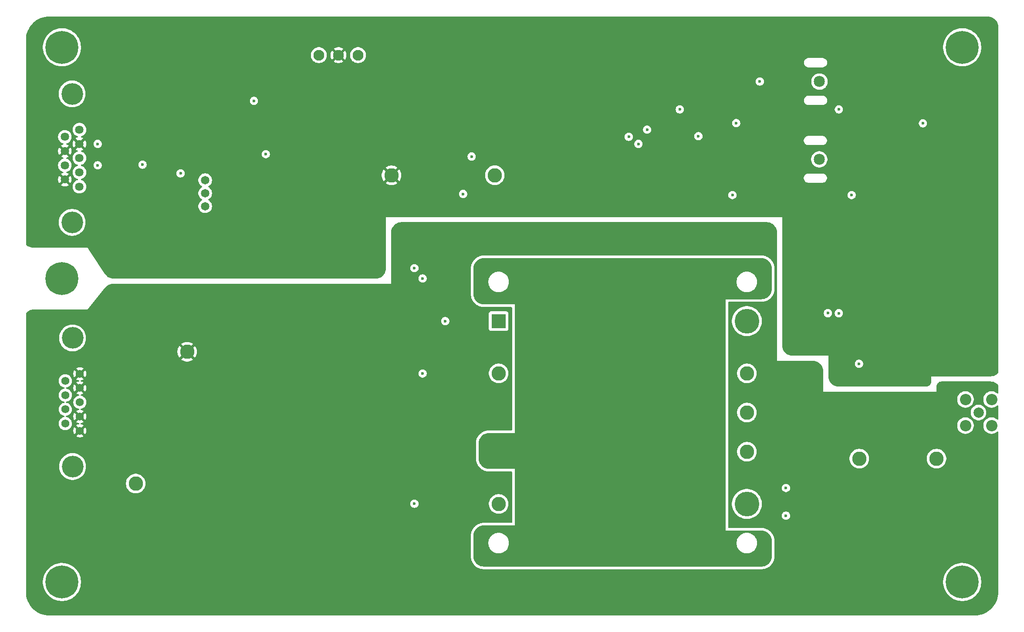
<source format=gbr>
%TF.GenerationSoftware,KiCad,Pcbnew,9.0.3*%
%TF.CreationDate,2025-09-16T13:25:34-04:00*%
%TF.ProjectId,CAEN_NEVIS_DAQ_3p3V,4341454e-5f4e-4455-9649-535f4441515f,rev?*%
%TF.SameCoordinates,Original*%
%TF.FileFunction,Copper,L2,Inr*%
%TF.FilePolarity,Positive*%
%FSLAX46Y46*%
G04 Gerber Fmt 4.6, Leading zero omitted, Abs format (unit mm)*
G04 Created by KiCad (PCBNEW 9.0.3) date 2025-09-16 13:25:34*
%MOMM*%
%LPD*%
G01*
G04 APERTURE LIST*
%TA.AperFunction,ComponentPad*%
%ADD10C,2.006600*%
%TD*%
%TA.AperFunction,ComponentPad*%
%ADD11C,2.209800*%
%TD*%
%TA.AperFunction,ComponentPad*%
%ADD12C,6.400000*%
%TD*%
%TA.AperFunction,ComponentPad*%
%ADD13C,2.100000*%
%TD*%
%TA.AperFunction,ComponentPad*%
%ADD14C,1.635000*%
%TD*%
%TA.AperFunction,ComponentPad*%
%ADD15C,4.216000*%
%TD*%
%TA.AperFunction,ComponentPad*%
%ADD16C,2.800000*%
%TD*%
%TA.AperFunction,ComponentPad*%
%ADD17C,1.650000*%
%TD*%
%TA.AperFunction,ComponentPad*%
%ADD18C,2.159000*%
%TD*%
%TA.AperFunction,ComponentPad*%
%ADD19C,1.560000*%
%TD*%
%TA.AperFunction,ComponentPad*%
%ADD20R,2.800000X2.800000*%
%TD*%
%TA.AperFunction,ComponentPad*%
%ADD21C,4.800000*%
%TD*%
%TA.AperFunction,ViaPad*%
%ADD22C,0.600000*%
%TD*%
%TA.AperFunction,ViaPad*%
%ADD23C,1.000000*%
%TD*%
G04 APERTURE END LIST*
D10*
%TO.N,/V_3p3_Supply*%
%TO.C,J3*%
X233167999Y-100035000D03*
D11*
%TO.N,/V_3p3_RTN*%
X235707999Y-97495000D03*
X230627999Y-97495000D03*
X230627999Y-102575000D03*
X235707999Y-102575000D03*
%TD*%
D12*
%TO.N,GNDPWR*%
%TO.C,H4*%
X230000000Y-133000000D03*
%TD*%
D13*
%TO.N,/V_TELEM*%
%TO.C,J1*%
X112570000Y-30510000D03*
%TO.N,/V_TELEM_RTN*%
X108760000Y-30510000D03*
%TO.N,/V_TELEM*%
X104950000Y-30510000D03*
%TD*%
D14*
%TO.N,/EN+*%
%TO.C,J4*%
X58400000Y-56090000D03*
%TO.N,/EN-*%
X58400000Y-53320000D03*
%TO.N,unconnected-(J4-Pad3)*%
X58400000Y-50550000D03*
%TO.N,/V_TELEM_RTN*%
X58400000Y-47780000D03*
%TO.N,/TEMP_Mon*%
X58400000Y-45010000D03*
%TO.N,/V_TELEM_RTN*%
X55560000Y-54705000D03*
%TO.N,/Volt_Mon*%
X55560000Y-51935000D03*
%TO.N,/V_TELEM_RTN*%
X55560000Y-49165000D03*
%TO.N,/Curr_Mon*%
X55560000Y-46395000D03*
D15*
%TO.N,GNDPWR*%
X56980000Y-38050000D03*
X56980000Y-63050000D03*
%TD*%
D12*
%TO.N,GNDPWR*%
%TO.C,H3*%
X230000000Y-29000000D03*
%TD*%
D16*
%TO.N,/V_3p3_RTN*%
%TO.C,3.3V_RTN1*%
X210000000Y-109000000D03*
%TD*%
D12*
%TO.N,GNDPWR*%
%TO.C,H1*%
X55000000Y-29000000D03*
%TD*%
%TO.N,GNDPWR*%
%TO.C,H2*%
X55000000Y-133000000D03*
%TD*%
D17*
%TO.N,Net-(U6-R)*%
%TO.C,J5*%
X82850000Y-59910000D03*
%TO.N,/EN_SIG*%
X82850000Y-57370000D03*
%TO.N,Net-(J5-Pad3)*%
X82850000Y-54830000D03*
%TD*%
D18*
%TO.N,Net-(P1-Pad1)*%
%TO.C,P1*%
X202250000Y-35660000D03*
%TD*%
D19*
%TO.N,/V_SEC_RTN*%
%TO.C,J2*%
X58480000Y-92490000D03*
X58480000Y-95260000D03*
%TO.N,unconnected-(J2-Pad3)*%
X58480000Y-98030000D03*
%TO.N,/V_SEC_RTN*%
X58480000Y-100800000D03*
X58480000Y-103570000D03*
%TO.N,/V_SEC_IN*%
X55640000Y-93875000D03*
X55640000Y-96645000D03*
X55640000Y-99415000D03*
X55640000Y-102185000D03*
D15*
%TO.N,GNDPWR*%
X57060000Y-85530000D03*
X57060000Y-110530000D03*
%TD*%
D16*
%TO.N,/V_TELEM*%
%TO.C,TELEM_PWR1*%
X139140000Y-53870000D03*
%TD*%
D18*
%TO.N,Net-(M3-Pad3)*%
%TO.C,P2*%
X202210000Y-50790000D03*
%TD*%
D16*
%TO.N,/V_3p3_Supply*%
%TO.C,3.3V1*%
X225000000Y-109000000D03*
%TD*%
%TO.N,/V_SEC_RTN*%
%TO.C,Secondary_RTN1*%
X79340000Y-88210000D03*
%TD*%
%TO.N,/V_SEC_IN*%
%TO.C,Secondary_PWR1*%
X69340000Y-113850000D03*
%TD*%
%TO.N,/V_TELEM_RTN*%
%TO.C,TELEM_RTN1*%
X119060000Y-53890000D03*
%TD*%
D20*
%TO.N,/Main_Converter/p12V*%
%TO.C,U1*%
X139890000Y-82255000D03*
D16*
%TO.N,Net-(U1-ON{slash}OFF)*%
X139890000Y-92415000D03*
%TO.N,GNDPWR*%
X139890000Y-107655000D03*
%TO.N,/Main_Converter/p12V_rtn*%
X139890000Y-117815000D03*
D21*
%TO.N,/V_3p3_RTN*%
X188140000Y-117815000D03*
D16*
X188140000Y-107655000D03*
%TO.N,unconnected-(U1-TRIM-Pad7)*%
X188140000Y-100035000D03*
%TO.N,/V_3p3_*%
X188140000Y-92415000D03*
D21*
X188140000Y-82255000D03*
%TD*%
D12*
%TO.N,GNDPWR*%
%TO.C,H5*%
X55000000Y-74000000D03*
%TD*%
D22*
%TO.N,/V_3p3_RTN*%
X195740000Y-114710000D03*
%TO.N,/V_SEC_RTN*%
X140000000Y-67500000D03*
X180000000Y-132500000D03*
X125000000Y-137500000D03*
X90000000Y-132500000D03*
X63640000Y-98915000D03*
X105000000Y-117500000D03*
X210000000Y-137500000D03*
X225000000Y-127500000D03*
X150000000Y-137500000D03*
X235000000Y-132500000D03*
X120000000Y-67500000D03*
X145000000Y-132500000D03*
X64640000Y-99915000D03*
X60000000Y-122500000D03*
X225000000Y-132500000D03*
X65000000Y-112500000D03*
X215000000Y-97500000D03*
X130000000Y-132500000D03*
X185000000Y-67500000D03*
X205000000Y-122500000D03*
X205000000Y-107500000D03*
X165000000Y-67500000D03*
X70000000Y-87500000D03*
X105000000Y-102500000D03*
X100000000Y-122500000D03*
X215000000Y-107500000D03*
X235000000Y-107500000D03*
X200000000Y-112500000D03*
X75000000Y-92500000D03*
X65640000Y-99915000D03*
X205000000Y-127500000D03*
X150000000Y-67500000D03*
X95000000Y-112500000D03*
X105000000Y-97500000D03*
X50000000Y-132500000D03*
X115000000Y-77500000D03*
X215000000Y-102500000D03*
X145000000Y-67500000D03*
X200000000Y-122500000D03*
X175000000Y-137500000D03*
X235000000Y-122500000D03*
X110000000Y-82500000D03*
X65000000Y-137500000D03*
X75000000Y-127500000D03*
X65000000Y-87500000D03*
X80000000Y-112500000D03*
X65000000Y-117500000D03*
X110000000Y-87500000D03*
X85000000Y-107500000D03*
X200000000Y-92500000D03*
X90000000Y-122500000D03*
X205000000Y-97500000D03*
X230000000Y-127500000D03*
X75000000Y-117500000D03*
X70000000Y-117500000D03*
X55000000Y-137500000D03*
X105000000Y-122500000D03*
X225000000Y-102500000D03*
X64640000Y-98915000D03*
X95000000Y-87500000D03*
X80000000Y-82500000D03*
X220000000Y-97500000D03*
X70000000Y-77500000D03*
X155000000Y-132500000D03*
X170000000Y-137500000D03*
X135000000Y-67500000D03*
X215000000Y-127500000D03*
X75000000Y-122500000D03*
X70000000Y-82500000D03*
X215000000Y-117500000D03*
X130000000Y-122500000D03*
X110000000Y-127500000D03*
X50000000Y-122500000D03*
X120000000Y-77500000D03*
X115000000Y-117500000D03*
X215000000Y-137500000D03*
X105000000Y-82500000D03*
X220000000Y-102500000D03*
X125000000Y-127500000D03*
X190000000Y-97500000D03*
X225000000Y-117500000D03*
X120000000Y-137500000D03*
X155000000Y-137500000D03*
X80000000Y-137500000D03*
X65000000Y-132500000D03*
X140000000Y-137500000D03*
X60000000Y-117500000D03*
X185000000Y-132500000D03*
X55000000Y-122500000D03*
X100000000Y-87500000D03*
X90000000Y-112500000D03*
X115000000Y-127500000D03*
X85000000Y-122500000D03*
X115000000Y-87500000D03*
X210000000Y-127500000D03*
X200000000Y-137500000D03*
X85000000Y-132500000D03*
X60000000Y-132500000D03*
X175000000Y-67500000D03*
X55000000Y-127500000D03*
X220000000Y-107500000D03*
X170000000Y-67500000D03*
X75000000Y-87500000D03*
X105000000Y-132500000D03*
X130000000Y-127500000D03*
X215000000Y-122500000D03*
X75000000Y-112500000D03*
X90000000Y-117500000D03*
X195000000Y-112500000D03*
X215000000Y-132500000D03*
X115000000Y-137500000D03*
X85000000Y-92500000D03*
X85000000Y-112500000D03*
X140000000Y-132500000D03*
X70000000Y-127500000D03*
X120000000Y-122500000D03*
X70000000Y-137500000D03*
X95000000Y-137500000D03*
X110000000Y-122500000D03*
X205000000Y-132500000D03*
X150000000Y-132500000D03*
X65640000Y-100915000D03*
X100000000Y-82500000D03*
X130000000Y-137500000D03*
X50000000Y-117500000D03*
X90000000Y-82500000D03*
X205000000Y-112500000D03*
X110000000Y-132500000D03*
X200000000Y-117500000D03*
X190000000Y-132500000D03*
X235000000Y-127500000D03*
X205000000Y-117500000D03*
X200000000Y-102500000D03*
X65000000Y-122500000D03*
X110000000Y-77500000D03*
X80000000Y-77500000D03*
X125000000Y-132500000D03*
X85000000Y-87500000D03*
X85000000Y-117500000D03*
X80000000Y-92500000D03*
X80000000Y-122500000D03*
X220000000Y-137500000D03*
X115000000Y-82500000D03*
X220000000Y-132500000D03*
X195000000Y-137500000D03*
X225000000Y-112500000D03*
X235000000Y-117500000D03*
X160000000Y-67500000D03*
X105000000Y-127500000D03*
X80000000Y-117500000D03*
X225000000Y-137500000D03*
X75000000Y-82500000D03*
X135000000Y-132500000D03*
X100510000Y-77730000D03*
X85000000Y-127500000D03*
X105000000Y-92500000D03*
X70000000Y-122500000D03*
X95000000Y-132500000D03*
X85000000Y-82500000D03*
X63640000Y-100915000D03*
X75000000Y-132500000D03*
X80000000Y-132500000D03*
X190000000Y-137500000D03*
X120000000Y-132500000D03*
X155000000Y-67500000D03*
X200000000Y-127500000D03*
X120000000Y-87500000D03*
X75000000Y-77500000D03*
X90000000Y-77500000D03*
X100000000Y-117500000D03*
X95000000Y-77500000D03*
X85000000Y-77500000D03*
X100000000Y-137500000D03*
X103820000Y-77760000D03*
X90000000Y-137500000D03*
X230000000Y-112500000D03*
X65000000Y-107500000D03*
X95000000Y-82500000D03*
X210000000Y-132500000D03*
X200000000Y-132500000D03*
X125000000Y-122500000D03*
X110000000Y-137500000D03*
X175000000Y-132500000D03*
X95000000Y-127500000D03*
X210000000Y-112500000D03*
X65000000Y-92500000D03*
X90000000Y-127500000D03*
X190000000Y-102500000D03*
X220000000Y-127500000D03*
X180000000Y-137500000D03*
X50000000Y-127500000D03*
X70000000Y-132500000D03*
X190000000Y-112500000D03*
X120000000Y-72500000D03*
X145000000Y-137500000D03*
X225000000Y-122500000D03*
X190000000Y-87500000D03*
X65000000Y-127500000D03*
X230000000Y-122500000D03*
X95000000Y-122500000D03*
X120000000Y-117500000D03*
X110000000Y-117500000D03*
X210000000Y-102500000D03*
X220000000Y-112500000D03*
X190000000Y-67500000D03*
X120000000Y-82500000D03*
X105000000Y-87500000D03*
X64640000Y-100915000D03*
X220000000Y-122500000D03*
X220000000Y-117500000D03*
X120000000Y-127500000D03*
X80000000Y-107500000D03*
X185000000Y-137500000D03*
X105000000Y-107500000D03*
X205000000Y-102500000D03*
X170000000Y-132500000D03*
X235000000Y-112500000D03*
X55000000Y-117500000D03*
X215000000Y-112500000D03*
X70000000Y-92500000D03*
X205000000Y-137500000D03*
X115000000Y-132500000D03*
X165000000Y-137500000D03*
X63640000Y-99915000D03*
X180000000Y-67500000D03*
X65000000Y-77500000D03*
X160000000Y-137500000D03*
X230000000Y-117500000D03*
X100000000Y-127500000D03*
X115000000Y-122500000D03*
X105000000Y-112500000D03*
X75000000Y-137500000D03*
X65640000Y-98915000D03*
X200000000Y-107500000D03*
X225000000Y-97500000D03*
X95000000Y-117500000D03*
X100000000Y-132500000D03*
X165000000Y-132500000D03*
X230000000Y-137500000D03*
X160000000Y-132500000D03*
X60000000Y-137500000D03*
X210000000Y-122500000D03*
X65000000Y-82500000D03*
X60000000Y-127500000D03*
X100000000Y-112500000D03*
X135000000Y-137500000D03*
X90000000Y-87500000D03*
X105000000Y-137500000D03*
X210000000Y-117500000D03*
X200000000Y-97500000D03*
X85000000Y-137500000D03*
X195000000Y-132500000D03*
X80000000Y-127500000D03*
D23*
%TO.N,GNDPWR*%
X155600000Y-105000000D03*
X155600000Y-90000000D03*
X175600000Y-115000000D03*
X165600000Y-100000000D03*
X165600000Y-125000000D03*
X160600000Y-90000000D03*
X155600000Y-85000000D03*
X155600000Y-95000000D03*
X155600000Y-100000000D03*
X145600000Y-110000000D03*
X165600000Y-110000000D03*
X145600000Y-125000000D03*
X155600000Y-120000000D03*
X145600000Y-85000000D03*
X165600000Y-95000000D03*
X150600000Y-95000000D03*
X170600000Y-105000000D03*
X150600000Y-125000000D03*
X145600000Y-75000000D03*
X160600000Y-80000000D03*
X175600000Y-125000000D03*
X180600000Y-85000000D03*
X165600000Y-120000000D03*
X160600000Y-110000000D03*
X170600000Y-95000000D03*
X155600000Y-110000000D03*
X165600000Y-90000000D03*
X160600000Y-125000000D03*
X165600000Y-105000000D03*
X180600000Y-80000000D03*
X165600000Y-85000000D03*
X150600000Y-120000000D03*
X150600000Y-105000000D03*
X160600000Y-85000000D03*
X155600000Y-115000000D03*
D22*
X195740000Y-120100000D03*
D23*
X145600000Y-80000000D03*
X170600000Y-115000000D03*
X170600000Y-120000000D03*
X160600000Y-120000000D03*
X145600000Y-100000000D03*
X155600000Y-125000000D03*
X165600000Y-115000000D03*
X175600000Y-85000000D03*
X145600000Y-105000000D03*
X160600000Y-115000000D03*
X145600000Y-90000000D03*
X180600000Y-95000000D03*
X175600000Y-120000000D03*
X180600000Y-105000000D03*
X180600000Y-120000000D03*
X180600000Y-125000000D03*
X150600000Y-85000000D03*
X150600000Y-90000000D03*
X180600000Y-100000000D03*
X170600000Y-100000000D03*
X175600000Y-80000000D03*
X175600000Y-105000000D03*
X145600000Y-120000000D03*
X170600000Y-85000000D03*
X150600000Y-115000000D03*
X170600000Y-110000000D03*
X165600000Y-75000000D03*
X175600000Y-75000000D03*
X175600000Y-90000000D03*
X175600000Y-100000000D03*
X175600000Y-95000000D03*
X180600000Y-90000000D03*
X180600000Y-115000000D03*
X165600000Y-80000000D03*
X170600000Y-80000000D03*
X175600000Y-110000000D03*
X150600000Y-75000000D03*
X170600000Y-75000000D03*
X155600000Y-75000000D03*
X160600000Y-105000000D03*
X180600000Y-75000000D03*
X150600000Y-80000000D03*
X145600000Y-115000000D03*
X160600000Y-100000000D03*
X170600000Y-90000000D03*
X145600000Y-95000000D03*
X155600000Y-80000000D03*
X180600000Y-110000000D03*
X160600000Y-95000000D03*
X160600000Y-75000000D03*
X170600000Y-125000000D03*
X150600000Y-100000000D03*
X150600000Y-110000000D03*
D22*
%TO.N,/Telemetry_CKT/V_3p3*%
X178720000Y-46280000D03*
X78060000Y-53520000D03*
X209942500Y-90557500D03*
X92320000Y-39413750D03*
X70660000Y-51810000D03*
%TO.N,/V_TELEM_RTN*%
X90000000Y-30000000D03*
X65000000Y-62500000D03*
X115000000Y-50000000D03*
X225000000Y-30000000D03*
X230000000Y-35000000D03*
X190000000Y-40000000D03*
X225490000Y-87530000D03*
X75000000Y-25000000D03*
X195000000Y-50000000D03*
X160000000Y-50000000D03*
X80000000Y-35000000D03*
X90000000Y-67500000D03*
X135000000Y-35000000D03*
X70000000Y-35000000D03*
X225000000Y-40000000D03*
X170000000Y-35000000D03*
X135000000Y-25000000D03*
X210000000Y-70000000D03*
X195000000Y-40000000D03*
X70000000Y-30000000D03*
X80000000Y-62500000D03*
X200000000Y-25000000D03*
X129445000Y-56015000D03*
X110000000Y-72500000D03*
X100000000Y-30000000D03*
X220000000Y-55000000D03*
X185000000Y-40000000D03*
X80000000Y-72500000D03*
X100000000Y-25000000D03*
X230000000Y-45000000D03*
X150000000Y-30000000D03*
X190000000Y-60000000D03*
X235000000Y-45000000D03*
X180680000Y-42480000D03*
X210000000Y-25000000D03*
X215000000Y-35000000D03*
X220000000Y-65000000D03*
X220000000Y-40000000D03*
X180000000Y-30000000D03*
X150000000Y-25000000D03*
X65000000Y-35000000D03*
X230000000Y-65000000D03*
X215000000Y-45000000D03*
X85925000Y-42348750D03*
X120000000Y-40000000D03*
X195000000Y-60000000D03*
X95000000Y-55000000D03*
X205000000Y-70000000D03*
X100000000Y-67500000D03*
X220000000Y-60000000D03*
X120000000Y-35000000D03*
X215000000Y-80000000D03*
X103800000Y-71110000D03*
X155000000Y-30000000D03*
X170000000Y-40000000D03*
X85000000Y-25000000D03*
X75000000Y-67500000D03*
X203895000Y-86000000D03*
X65000000Y-30000000D03*
X160000000Y-35000000D03*
X75000000Y-57500000D03*
X230000000Y-55000000D03*
X145000000Y-35000000D03*
X215000000Y-40000000D03*
X220000000Y-80000000D03*
X100000000Y-40000000D03*
X210000000Y-60000000D03*
X215000000Y-30000000D03*
X150000000Y-50000000D03*
X225000000Y-60000000D03*
X130000000Y-40000000D03*
X235000000Y-75000000D03*
X215000000Y-70000000D03*
X65000000Y-57500000D03*
X190000000Y-30000000D03*
X215000000Y-75000000D03*
X220000000Y-30000000D03*
X70000000Y-62500000D03*
X85000000Y-35000000D03*
X110000000Y-40000000D03*
X235000000Y-65000000D03*
X80000000Y-40000000D03*
X180000000Y-40000000D03*
X220000000Y-45000000D03*
X110000000Y-67500000D03*
X215000000Y-55000000D03*
X210000000Y-75000000D03*
X115000000Y-40000000D03*
X90000000Y-25000000D03*
X175000000Y-30000000D03*
X220000000Y-25000000D03*
X140000000Y-60000000D03*
X235000000Y-80000000D03*
X155000000Y-55000000D03*
X175000000Y-50000000D03*
X90000000Y-72500000D03*
X125000000Y-40000000D03*
X230000000Y-50000000D03*
X105000000Y-67500000D03*
X75000000Y-35000000D03*
X140000000Y-50000000D03*
X150000000Y-35000000D03*
X211992500Y-92067500D03*
X165000000Y-30000000D03*
X125000000Y-25000000D03*
X90000000Y-62500000D03*
X60000000Y-67500000D03*
X105000000Y-35000000D03*
X130000000Y-30000000D03*
X191550000Y-56280000D03*
X150000000Y-55000000D03*
X220000000Y-35000000D03*
X225000000Y-75000000D03*
X160000000Y-30000000D03*
X130000000Y-25000000D03*
X140000000Y-25000000D03*
X95000000Y-67500000D03*
X80000000Y-57500000D03*
X190000000Y-45000000D03*
X140000000Y-35000000D03*
X225000000Y-50000000D03*
X235000000Y-35000000D03*
X220000000Y-50000000D03*
X115000000Y-67500000D03*
X235000000Y-70000000D03*
X175000000Y-35000000D03*
X125000000Y-35000000D03*
X85000000Y-62500000D03*
X230000000Y-40000000D03*
X155000000Y-60000000D03*
X235000000Y-40000000D03*
X145000000Y-50000000D03*
X165000000Y-25000000D03*
X75000000Y-62500000D03*
X230000000Y-60000000D03*
X100510000Y-71110000D03*
X175370000Y-48180000D03*
X195000000Y-30000000D03*
X225000000Y-25000000D03*
X200000000Y-75000000D03*
X220000000Y-75000000D03*
X140000000Y-30000000D03*
X70000000Y-40000000D03*
X225000000Y-45000000D03*
X115000000Y-62500000D03*
X230000000Y-70000000D03*
X85000000Y-40000000D03*
X160000000Y-55000000D03*
X70000000Y-67500000D03*
X210000000Y-35000000D03*
X182970000Y-49590000D03*
X160000000Y-25000000D03*
X181920000Y-56560000D03*
X200000000Y-70000000D03*
X100000000Y-62500000D03*
X170000000Y-25000000D03*
X215000000Y-50000000D03*
X145000000Y-25000000D03*
X135000000Y-60000000D03*
X100000000Y-50000000D03*
X65000000Y-67500000D03*
X195000000Y-25000000D03*
X155000000Y-25000000D03*
X80000000Y-25000000D03*
X235000000Y-60000000D03*
X190000000Y-25000000D03*
X210000000Y-65000000D03*
X90000000Y-35000000D03*
X235000000Y-55000000D03*
X215000000Y-65000000D03*
X180000000Y-35000000D03*
X100620000Y-36243750D03*
X225000000Y-85000000D03*
X180000000Y-50000000D03*
X125000000Y-30000000D03*
X215000000Y-85000000D03*
X65000000Y-72500000D03*
X75000000Y-30000000D03*
X200000000Y-65000000D03*
X110000000Y-55000000D03*
X155000000Y-35000000D03*
X80000000Y-67500000D03*
X90000000Y-40000000D03*
X170000000Y-30000000D03*
X105000000Y-62500000D03*
X215000000Y-60000000D03*
X70000000Y-72500000D03*
X165000000Y-35000000D03*
X205000000Y-25000000D03*
X90290000Y-51528750D03*
X100000000Y-55000000D03*
X205000000Y-60000000D03*
X145000000Y-60000000D03*
X95000000Y-62500000D03*
X85000000Y-67500000D03*
X135000000Y-30000000D03*
X95000000Y-30000000D03*
X235000000Y-50000000D03*
X90000000Y-55000000D03*
X185000000Y-25000000D03*
X115000000Y-55000000D03*
X230000000Y-80000000D03*
X195000000Y-45000000D03*
X65000000Y-25000000D03*
X105000000Y-40000000D03*
X95000000Y-72500000D03*
X75000000Y-40000000D03*
X215000000Y-25000000D03*
X60000000Y-25000000D03*
X185000000Y-30000000D03*
X95000000Y-25000000D03*
X225000000Y-55000000D03*
X200000000Y-60000000D03*
X170000000Y-55000000D03*
X80000000Y-30000000D03*
X225000000Y-65000000D03*
X105000000Y-55000000D03*
X205000000Y-75000000D03*
X145000000Y-55000000D03*
X130000000Y-35000000D03*
X205000000Y-65000000D03*
X120000000Y-30000000D03*
X67240000Y-51790000D03*
X185000000Y-55000000D03*
X115000000Y-35000000D03*
X225000000Y-35000000D03*
X230000000Y-85000000D03*
X110000000Y-62500000D03*
X110000000Y-35000000D03*
X160000000Y-60000000D03*
X65000000Y-40000000D03*
X75000000Y-72500000D03*
X110000000Y-50000000D03*
X190000000Y-50000000D03*
X85000000Y-72500000D03*
X85000000Y-30000000D03*
X220000000Y-85000000D03*
X180000000Y-25000000D03*
X123085000Y-53875000D03*
X120000000Y-25000000D03*
X225000000Y-70000000D03*
X185000000Y-35000000D03*
X150000000Y-60000000D03*
X225000000Y-80000000D03*
X210000000Y-30000000D03*
X165000000Y-40000000D03*
X220000000Y-70000000D03*
X70000000Y-25000000D03*
X180000000Y-55000000D03*
X175000000Y-55000000D03*
X175000000Y-25000000D03*
X115000000Y-72500000D03*
X105000000Y-50000000D03*
X230000000Y-75000000D03*
X155000000Y-50000000D03*
X145000000Y-30000000D03*
X235000000Y-85000000D03*
X60000000Y-30000000D03*
%TO.N,/V_TELEM*%
X132995000Y-57515000D03*
X203895000Y-80705000D03*
X190660000Y-35650000D03*
X94625000Y-49768750D03*
X134635000Y-50235000D03*
%TO.N,/Volt_Mon*%
X167060000Y-47780000D03*
X61950000Y-51940000D03*
X61950000Y-47780000D03*
%TO.N,/TEMP_Mon*%
X168740000Y-45010000D03*
%TO.N,/Curr_Mon*%
X165180000Y-46395000D03*
%TO.N,Net-(U1-ON{slash}OFF)*%
X125115000Y-73965000D03*
X125115000Y-92445000D03*
%TO.N,/Main_Converter/p12V*%
X129510000Y-82250000D03*
%TO.N,Net-(U3-OUT)*%
X208500000Y-57730000D03*
X185330000Y-57730000D03*
%TO.N,Net-(U4A-+INA)*%
X186060000Y-43740000D03*
X222360000Y-43780000D03*
%TO.N,/Telemetry_CKT/TEMP*%
X206016577Y-80710531D03*
X206020000Y-41070000D03*
X175110000Y-41070000D03*
%TO.N,/Main_Converter/p12V_rtn*%
X123515000Y-117775000D03*
X123515000Y-71945000D03*
%TD*%
%TA.AperFunction,Conductor*%
%TO.N,GNDPWR*%
G36*
X191004418Y-70000316D02*
G01*
X191275790Y-70019724D01*
X191293291Y-70022241D01*
X191554803Y-70079129D01*
X191571762Y-70084108D01*
X191822524Y-70177638D01*
X191838616Y-70184987D01*
X192073501Y-70313244D01*
X192088375Y-70322802D01*
X192302624Y-70483188D01*
X192315994Y-70494774D01*
X192505225Y-70684005D01*
X192516811Y-70697375D01*
X192677193Y-70911619D01*
X192686758Y-70926503D01*
X192815011Y-71161382D01*
X192822361Y-71177475D01*
X192915888Y-71428229D01*
X192920872Y-71445205D01*
X192977757Y-71706702D01*
X192980275Y-71724214D01*
X192999684Y-71995581D01*
X193000000Y-72004427D01*
X193000000Y-75995572D01*
X192999684Y-76004418D01*
X192980275Y-76275785D01*
X192977757Y-76293297D01*
X192920872Y-76554794D01*
X192915888Y-76571770D01*
X192822361Y-76822524D01*
X192815011Y-76838617D01*
X192686758Y-77073496D01*
X192677193Y-77088380D01*
X192516811Y-77302624D01*
X192505225Y-77315994D01*
X192315994Y-77505225D01*
X192302624Y-77516811D01*
X192088380Y-77677193D01*
X192073496Y-77686758D01*
X191838617Y-77815011D01*
X191822524Y-77822361D01*
X191571770Y-77915888D01*
X191554794Y-77920872D01*
X191293297Y-77977757D01*
X191275785Y-77980275D01*
X191004418Y-77999684D01*
X190995572Y-78000000D01*
X184000000Y-78000000D01*
X184000000Y-123000000D01*
X190995572Y-123000000D01*
X191004418Y-123000316D01*
X191275790Y-123019724D01*
X191293291Y-123022241D01*
X191554803Y-123079129D01*
X191571762Y-123084108D01*
X191822087Y-123177475D01*
X191822524Y-123177638D01*
X191838616Y-123184987D01*
X192073501Y-123313244D01*
X192088375Y-123322802D01*
X192240303Y-123436535D01*
X192302624Y-123483188D01*
X192315994Y-123494774D01*
X192505225Y-123684005D01*
X192516811Y-123697375D01*
X192677193Y-123911619D01*
X192686758Y-123926503D01*
X192815011Y-124161382D01*
X192822361Y-124177475D01*
X192915888Y-124428229D01*
X192920872Y-124445205D01*
X192977757Y-124706702D01*
X192980275Y-124724214D01*
X192999684Y-124995581D01*
X193000000Y-125004427D01*
X193000000Y-127995572D01*
X192999684Y-128004418D01*
X192980275Y-128275785D01*
X192977757Y-128293297D01*
X192920872Y-128554794D01*
X192915888Y-128571770D01*
X192822361Y-128822524D01*
X192815011Y-128838617D01*
X192686758Y-129073496D01*
X192677193Y-129088380D01*
X192516811Y-129302624D01*
X192505225Y-129315994D01*
X192315994Y-129505225D01*
X192302624Y-129516811D01*
X192088380Y-129677193D01*
X192073496Y-129686758D01*
X191838617Y-129815011D01*
X191822524Y-129822361D01*
X191571770Y-129915888D01*
X191554794Y-129920872D01*
X191293297Y-129977757D01*
X191275785Y-129980275D01*
X191004418Y-129999684D01*
X190995572Y-130000000D01*
X137004428Y-130000000D01*
X136995582Y-129999684D01*
X136724214Y-129980275D01*
X136706702Y-129977757D01*
X136445205Y-129920872D01*
X136428229Y-129915888D01*
X136177475Y-129822361D01*
X136161382Y-129815011D01*
X135926503Y-129686758D01*
X135911619Y-129677193D01*
X135697375Y-129516811D01*
X135684005Y-129505225D01*
X135494774Y-129315994D01*
X135483188Y-129302624D01*
X135322802Y-129088375D01*
X135313244Y-129073501D01*
X135184987Y-128838616D01*
X135177638Y-128822524D01*
X135084108Y-128571762D01*
X135079129Y-128554803D01*
X135022241Y-128293291D01*
X135019724Y-128275785D01*
X135000316Y-128004418D01*
X135000000Y-127995572D01*
X135000000Y-125303872D01*
X137889500Y-125303872D01*
X137889500Y-125566127D01*
X137916123Y-125768339D01*
X137923730Y-125826116D01*
X137991602Y-126079418D01*
X137991605Y-126079428D01*
X138091953Y-126321690D01*
X138091958Y-126321700D01*
X138223075Y-126548803D01*
X138382718Y-126756851D01*
X138382726Y-126756860D01*
X138568140Y-126942274D01*
X138568148Y-126942281D01*
X138776196Y-127101924D01*
X139003299Y-127233041D01*
X139003309Y-127233046D01*
X139245571Y-127333394D01*
X139245581Y-127333398D01*
X139498884Y-127401270D01*
X139758880Y-127435500D01*
X139758887Y-127435500D01*
X140021113Y-127435500D01*
X140021120Y-127435500D01*
X140281116Y-127401270D01*
X140534419Y-127333398D01*
X140776697Y-127233043D01*
X141003803Y-127101924D01*
X141211851Y-126942282D01*
X141211855Y-126942277D01*
X141211860Y-126942274D01*
X141397274Y-126756860D01*
X141397277Y-126756855D01*
X141397282Y-126756851D01*
X141556924Y-126548803D01*
X141688043Y-126321697D01*
X141788398Y-126079419D01*
X141856270Y-125826116D01*
X141890500Y-125566120D01*
X141890500Y-125303880D01*
X141890499Y-125303872D01*
X186139500Y-125303872D01*
X186139500Y-125566127D01*
X186166123Y-125768339D01*
X186173730Y-125826116D01*
X186241602Y-126079418D01*
X186241605Y-126079428D01*
X186341953Y-126321690D01*
X186341958Y-126321700D01*
X186473075Y-126548803D01*
X186632718Y-126756851D01*
X186632726Y-126756860D01*
X186818140Y-126942274D01*
X186818148Y-126942281D01*
X187026196Y-127101924D01*
X187253299Y-127233041D01*
X187253309Y-127233046D01*
X187495571Y-127333394D01*
X187495581Y-127333398D01*
X187748884Y-127401270D01*
X188008880Y-127435500D01*
X188008887Y-127435500D01*
X188271113Y-127435500D01*
X188271120Y-127435500D01*
X188531116Y-127401270D01*
X188784419Y-127333398D01*
X189026697Y-127233043D01*
X189253803Y-127101924D01*
X189461851Y-126942282D01*
X189461855Y-126942277D01*
X189461860Y-126942274D01*
X189647274Y-126756860D01*
X189647277Y-126756855D01*
X189647282Y-126756851D01*
X189806924Y-126548803D01*
X189938043Y-126321697D01*
X190038398Y-126079419D01*
X190106270Y-125826116D01*
X190140500Y-125566120D01*
X190140500Y-125303880D01*
X190106270Y-125043884D01*
X190038398Y-124790581D01*
X190003654Y-124706702D01*
X189938046Y-124548309D01*
X189938041Y-124548299D01*
X189806924Y-124321196D01*
X189647281Y-124113148D01*
X189647274Y-124113140D01*
X189461860Y-123927726D01*
X189461851Y-123927718D01*
X189253803Y-123768075D01*
X189026700Y-123636958D01*
X189026690Y-123636953D01*
X188784428Y-123536605D01*
X188784421Y-123536603D01*
X188784419Y-123536602D01*
X188531116Y-123468730D01*
X188473339Y-123461123D01*
X188271127Y-123434500D01*
X188271120Y-123434500D01*
X188008880Y-123434500D01*
X188008872Y-123434500D01*
X187777772Y-123464926D01*
X187748884Y-123468730D01*
X187495581Y-123536602D01*
X187495571Y-123536605D01*
X187253309Y-123636953D01*
X187253299Y-123636958D01*
X187026196Y-123768075D01*
X186818148Y-123927718D01*
X186632718Y-124113148D01*
X186473075Y-124321196D01*
X186341958Y-124548299D01*
X186341953Y-124548309D01*
X186241605Y-124790571D01*
X186241602Y-124790581D01*
X186184303Y-125004427D01*
X186173730Y-125043885D01*
X186139500Y-125303872D01*
X141890499Y-125303872D01*
X141856270Y-125043884D01*
X141788398Y-124790581D01*
X141753654Y-124706702D01*
X141688046Y-124548309D01*
X141688041Y-124548299D01*
X141556924Y-124321196D01*
X141397281Y-124113148D01*
X141397274Y-124113140D01*
X141211860Y-123927726D01*
X141211851Y-123927718D01*
X141003803Y-123768075D01*
X140776700Y-123636958D01*
X140776690Y-123636953D01*
X140534428Y-123536605D01*
X140534421Y-123536603D01*
X140534419Y-123536602D01*
X140281116Y-123468730D01*
X140223339Y-123461123D01*
X140021127Y-123434500D01*
X140021120Y-123434500D01*
X139758880Y-123434500D01*
X139758872Y-123434500D01*
X139527772Y-123464926D01*
X139498884Y-123468730D01*
X139245581Y-123536602D01*
X139245571Y-123536605D01*
X139003309Y-123636953D01*
X139003299Y-123636958D01*
X138776196Y-123768075D01*
X138568148Y-123927718D01*
X138382718Y-124113148D01*
X138223075Y-124321196D01*
X138091958Y-124548299D01*
X138091953Y-124548309D01*
X137991605Y-124790571D01*
X137991602Y-124790581D01*
X137934303Y-125004427D01*
X137923730Y-125043885D01*
X137889500Y-125303872D01*
X135000000Y-125303872D01*
X135000000Y-124004427D01*
X135000316Y-123995581D01*
X135005170Y-123927718D01*
X135019724Y-123724207D01*
X135022240Y-123706710D01*
X135079130Y-123445192D01*
X135084107Y-123428241D01*
X135177640Y-123177470D01*
X135184985Y-123161388D01*
X135313248Y-122926491D01*
X135322798Y-122911630D01*
X135483195Y-122697366D01*
X135494767Y-122684012D01*
X135684012Y-122494767D01*
X135697366Y-122483195D01*
X135911630Y-122322798D01*
X135926491Y-122313248D01*
X136161388Y-122184985D01*
X136177470Y-122177640D01*
X136428241Y-122084107D01*
X136445192Y-122079130D01*
X136706710Y-122022240D01*
X136724207Y-122019724D01*
X136995582Y-122000316D01*
X137004428Y-122000000D01*
X143000000Y-122000000D01*
X143000000Y-111000000D01*
X141000000Y-111000000D01*
X138004428Y-111000000D01*
X137995582Y-110999684D01*
X137724214Y-110980275D01*
X137706702Y-110977757D01*
X137445205Y-110920872D01*
X137428229Y-110915888D01*
X137177475Y-110822361D01*
X137161382Y-110815011D01*
X136926503Y-110686758D01*
X136911619Y-110677193D01*
X136697375Y-110516811D01*
X136684005Y-110505225D01*
X136494774Y-110315994D01*
X136483188Y-110302624D01*
X136322802Y-110088375D01*
X136313244Y-110073501D01*
X136184987Y-109838616D01*
X136177638Y-109822524D01*
X136084108Y-109571762D01*
X136079129Y-109554803D01*
X136022241Y-109293291D01*
X136019724Y-109275785D01*
X136000316Y-109004418D01*
X136000000Y-108995572D01*
X136000000Y-106004427D01*
X136000316Y-105995581D01*
X136019724Y-105724214D01*
X136022240Y-105706710D01*
X136079130Y-105445192D01*
X136084107Y-105428241D01*
X136177640Y-105177470D01*
X136184985Y-105161388D01*
X136313248Y-104926491D01*
X136322798Y-104911630D01*
X136483195Y-104697366D01*
X136494767Y-104684012D01*
X136684012Y-104494767D01*
X136697366Y-104483195D01*
X136911630Y-104322798D01*
X136926491Y-104313248D01*
X137161388Y-104184985D01*
X137177470Y-104177640D01*
X137428241Y-104084107D01*
X137445192Y-104079130D01*
X137706710Y-104022240D01*
X137724207Y-104019724D01*
X137995582Y-104000316D01*
X138004428Y-104000000D01*
X143000000Y-104000000D01*
X143000000Y-79000000D01*
X141000000Y-79000000D01*
X137004428Y-79000000D01*
X136995582Y-78999684D01*
X136724214Y-78980275D01*
X136706702Y-78977757D01*
X136445205Y-78920872D01*
X136428229Y-78915888D01*
X136177475Y-78822361D01*
X136161382Y-78815011D01*
X135926503Y-78686758D01*
X135911619Y-78677193D01*
X135697375Y-78516811D01*
X135684005Y-78505225D01*
X135494774Y-78315994D01*
X135483188Y-78302624D01*
X135322802Y-78088375D01*
X135313244Y-78073501D01*
X135184987Y-77838616D01*
X135177638Y-77822524D01*
X135123432Y-77677193D01*
X135084108Y-77571762D01*
X135079129Y-77554803D01*
X135022241Y-77293291D01*
X135019724Y-77275785D01*
X135005256Y-77073496D01*
X135000316Y-77004418D01*
X135000000Y-76995572D01*
X135000000Y-74503872D01*
X137889500Y-74503872D01*
X137889500Y-74766127D01*
X137916123Y-74968339D01*
X137923730Y-75026116D01*
X137991602Y-75279418D01*
X137991605Y-75279428D01*
X138091953Y-75521690D01*
X138091958Y-75521700D01*
X138223075Y-75748803D01*
X138382718Y-75956851D01*
X138382726Y-75956860D01*
X138568140Y-76142274D01*
X138568148Y-76142281D01*
X138776196Y-76301924D01*
X139003299Y-76433041D01*
X139003309Y-76433046D01*
X139245571Y-76533394D01*
X139245581Y-76533398D01*
X139498884Y-76601270D01*
X139758880Y-76635500D01*
X139758887Y-76635500D01*
X140021113Y-76635500D01*
X140021120Y-76635500D01*
X140281116Y-76601270D01*
X140534419Y-76533398D01*
X140776697Y-76433043D01*
X141003803Y-76301924D01*
X141211851Y-76142282D01*
X141211855Y-76142277D01*
X141211860Y-76142274D01*
X141397274Y-75956860D01*
X141397277Y-75956855D01*
X141397282Y-75956851D01*
X141556924Y-75748803D01*
X141688043Y-75521697D01*
X141788398Y-75279419D01*
X141856270Y-75026116D01*
X141890500Y-74766120D01*
X141890500Y-74503880D01*
X141890499Y-74503872D01*
X186139500Y-74503872D01*
X186139500Y-74766127D01*
X186166123Y-74968339D01*
X186173730Y-75026116D01*
X186241602Y-75279418D01*
X186241605Y-75279428D01*
X186341953Y-75521690D01*
X186341958Y-75521700D01*
X186473075Y-75748803D01*
X186632718Y-75956851D01*
X186632726Y-75956860D01*
X186818140Y-76142274D01*
X186818148Y-76142281D01*
X187026196Y-76301924D01*
X187253299Y-76433041D01*
X187253309Y-76433046D01*
X187495571Y-76533394D01*
X187495581Y-76533398D01*
X187748884Y-76601270D01*
X188008880Y-76635500D01*
X188008887Y-76635500D01*
X188271113Y-76635500D01*
X188271120Y-76635500D01*
X188531116Y-76601270D01*
X188784419Y-76533398D01*
X189026697Y-76433043D01*
X189253803Y-76301924D01*
X189461851Y-76142282D01*
X189461855Y-76142277D01*
X189461860Y-76142274D01*
X189647274Y-75956860D01*
X189647277Y-75956855D01*
X189647282Y-75956851D01*
X189806924Y-75748803D01*
X189938043Y-75521697D01*
X190038398Y-75279419D01*
X190106270Y-75026116D01*
X190140500Y-74766120D01*
X190140500Y-74503880D01*
X190106270Y-74243884D01*
X190038398Y-73990581D01*
X190038394Y-73990571D01*
X189938046Y-73748309D01*
X189938041Y-73748299D01*
X189806924Y-73521196D01*
X189647281Y-73313148D01*
X189647274Y-73313140D01*
X189461860Y-73127726D01*
X189461851Y-73127718D01*
X189253803Y-72968075D01*
X189026700Y-72836958D01*
X189026690Y-72836953D01*
X188784428Y-72736605D01*
X188784421Y-72736603D01*
X188784419Y-72736602D01*
X188531116Y-72668730D01*
X188473339Y-72661123D01*
X188271127Y-72634500D01*
X188271120Y-72634500D01*
X188008880Y-72634500D01*
X188008872Y-72634500D01*
X187777772Y-72664926D01*
X187748884Y-72668730D01*
X187495581Y-72736602D01*
X187495571Y-72736605D01*
X187253309Y-72836953D01*
X187253299Y-72836958D01*
X187026196Y-72968075D01*
X186818148Y-73127718D01*
X186632718Y-73313148D01*
X186473075Y-73521196D01*
X186341958Y-73748299D01*
X186341953Y-73748309D01*
X186241605Y-73990571D01*
X186241602Y-73990581D01*
X186173730Y-74243885D01*
X186139500Y-74503872D01*
X141890499Y-74503872D01*
X141856270Y-74243884D01*
X141788398Y-73990581D01*
X141788394Y-73990571D01*
X141688046Y-73748309D01*
X141688041Y-73748299D01*
X141556924Y-73521196D01*
X141397281Y-73313148D01*
X141397274Y-73313140D01*
X141211860Y-73127726D01*
X141211851Y-73127718D01*
X141003803Y-72968075D01*
X140776700Y-72836958D01*
X140776690Y-72836953D01*
X140534428Y-72736605D01*
X140534421Y-72736603D01*
X140534419Y-72736602D01*
X140281116Y-72668730D01*
X140223339Y-72661123D01*
X140021127Y-72634500D01*
X140021120Y-72634500D01*
X139758880Y-72634500D01*
X139758872Y-72634500D01*
X139527772Y-72664926D01*
X139498884Y-72668730D01*
X139245581Y-72736602D01*
X139245571Y-72736605D01*
X139003309Y-72836953D01*
X139003299Y-72836958D01*
X138776196Y-72968075D01*
X138568148Y-73127718D01*
X138382718Y-73313148D01*
X138223075Y-73521196D01*
X138091958Y-73748299D01*
X138091953Y-73748309D01*
X137991605Y-73990571D01*
X137991602Y-73990581D01*
X137923730Y-74243885D01*
X137889500Y-74503872D01*
X135000000Y-74503872D01*
X135000000Y-72004427D01*
X135000316Y-71995581D01*
X135019724Y-71724214D01*
X135022240Y-71706710D01*
X135079130Y-71445192D01*
X135084107Y-71428241D01*
X135177640Y-71177470D01*
X135184985Y-71161388D01*
X135313248Y-70926491D01*
X135322798Y-70911630D01*
X135483195Y-70697366D01*
X135494767Y-70684012D01*
X135684012Y-70494767D01*
X135697366Y-70483195D01*
X135911630Y-70322798D01*
X135926491Y-70313248D01*
X136161388Y-70184985D01*
X136177470Y-70177640D01*
X136428241Y-70084107D01*
X136445192Y-70079130D01*
X136706710Y-70022240D01*
X136724207Y-70019724D01*
X136995582Y-70000316D01*
X137004428Y-70000000D01*
X190995572Y-70000000D01*
X191004418Y-70000316D01*
G37*
%TD.AperFunction*%
%TD*%
%TA.AperFunction,Conductor*%
%TO.N,/V_SEC_RTN*%
G36*
X192004418Y-63000316D02*
G01*
X192275790Y-63019724D01*
X192293291Y-63022241D01*
X192554803Y-63079129D01*
X192571762Y-63084108D01*
X192822524Y-63177638D01*
X192838616Y-63184987D01*
X193073501Y-63313244D01*
X193088375Y-63322802D01*
X193302624Y-63483188D01*
X193315994Y-63494774D01*
X193505225Y-63684005D01*
X193516811Y-63697375D01*
X193677193Y-63911619D01*
X193686758Y-63926503D01*
X193815011Y-64161382D01*
X193822361Y-64177475D01*
X193915888Y-64428229D01*
X193920872Y-64445205D01*
X193977757Y-64706702D01*
X193980275Y-64724214D01*
X193999684Y-64995581D01*
X194000000Y-65004427D01*
X194000000Y-90000000D01*
X200995572Y-90000000D01*
X201004418Y-90000316D01*
X201275790Y-90019724D01*
X201293291Y-90022241D01*
X201554803Y-90079129D01*
X201571762Y-90084108D01*
X201822524Y-90177638D01*
X201838616Y-90184987D01*
X202073501Y-90313244D01*
X202088375Y-90322802D01*
X202302624Y-90483188D01*
X202315994Y-90494774D01*
X202505225Y-90684005D01*
X202516811Y-90697375D01*
X202677193Y-90911619D01*
X202686758Y-90926503D01*
X202815011Y-91161382D01*
X202822361Y-91177475D01*
X202915888Y-91428229D01*
X202920872Y-91445205D01*
X202977757Y-91706702D01*
X202980275Y-91724214D01*
X202999684Y-91995581D01*
X203000000Y-92004427D01*
X203000000Y-96000000D01*
X224000000Y-96000000D01*
X225000000Y-96000000D01*
X225000000Y-95006092D01*
X225000597Y-94993938D01*
X225003914Y-94960264D01*
X225018018Y-94817056D01*
X225022757Y-94793232D01*
X225072577Y-94628994D01*
X225081875Y-94606549D01*
X225162775Y-94455195D01*
X225176272Y-94434995D01*
X225285149Y-94302328D01*
X225302328Y-94285149D01*
X225434995Y-94176272D01*
X225455195Y-94162775D01*
X225606549Y-94081875D01*
X225628994Y-94072577D01*
X225793232Y-94022757D01*
X225817056Y-94018018D01*
X225993939Y-94000597D01*
X226006093Y-94000000D01*
X235495572Y-94000000D01*
X235504418Y-94000316D01*
X235775790Y-94019724D01*
X235793291Y-94022241D01*
X236054803Y-94079129D01*
X236071762Y-94084108D01*
X236315054Y-94174852D01*
X236322524Y-94177638D01*
X236338616Y-94184987D01*
X236573501Y-94313244D01*
X236588375Y-94322802D01*
X236765238Y-94455201D01*
X236802624Y-94483188D01*
X236815994Y-94494774D01*
X236963181Y-94641961D01*
X236996666Y-94703284D01*
X236999500Y-94729642D01*
X236999500Y-96216761D01*
X236979815Y-96283800D01*
X236927011Y-96329555D01*
X236857853Y-96339499D01*
X236794297Y-96310474D01*
X236787819Y-96304442D01*
X236753849Y-96270472D01*
X236753847Y-96270470D01*
X236549412Y-96121939D01*
X236324259Y-96007218D01*
X236083931Y-95929130D01*
X236083929Y-95929129D01*
X236083927Y-95929129D01*
X235834352Y-95889600D01*
X235834347Y-95889600D01*
X235581651Y-95889600D01*
X235581646Y-95889600D01*
X235332070Y-95929129D01*
X235091736Y-96007219D01*
X234866585Y-96121939D01*
X234823201Y-96153460D01*
X234662151Y-96270470D01*
X234662149Y-96270472D01*
X234662148Y-96270472D01*
X234483471Y-96449149D01*
X234483471Y-96449150D01*
X234483469Y-96449152D01*
X234440363Y-96508482D01*
X234334938Y-96653586D01*
X234220218Y-96878737D01*
X234142128Y-97119071D01*
X234102599Y-97368646D01*
X234102599Y-97621353D01*
X234135913Y-97831686D01*
X234142129Y-97870932D01*
X234220217Y-98111260D01*
X234334938Y-98336413D01*
X234483469Y-98540848D01*
X234662151Y-98719530D01*
X234866586Y-98868061D01*
X235091739Y-98982782D01*
X235332067Y-99060870D01*
X235425661Y-99075693D01*
X235581646Y-99100400D01*
X235581651Y-99100400D01*
X235834352Y-99100400D01*
X235973004Y-99078438D01*
X236083931Y-99060870D01*
X236324259Y-98982782D01*
X236549412Y-98868061D01*
X236753847Y-98719530D01*
X236787819Y-98685558D01*
X236849142Y-98652073D01*
X236918834Y-98657057D01*
X236974767Y-98698929D01*
X236999184Y-98764393D01*
X236999500Y-98773239D01*
X236999500Y-101296761D01*
X236979815Y-101363800D01*
X236927011Y-101409555D01*
X236857853Y-101419499D01*
X236794297Y-101390474D01*
X236787819Y-101384442D01*
X236753849Y-101350472D01*
X236753847Y-101350470D01*
X236549412Y-101201939D01*
X236324259Y-101087218D01*
X236083931Y-101009130D01*
X236083929Y-101009129D01*
X236083927Y-101009129D01*
X235834352Y-100969600D01*
X235834347Y-100969600D01*
X235581651Y-100969600D01*
X235581646Y-100969600D01*
X235332070Y-101009129D01*
X235091736Y-101087219D01*
X234866585Y-101201939D01*
X234752864Y-101284563D01*
X234662151Y-101350470D01*
X234662149Y-101350472D01*
X234662148Y-101350472D01*
X234483471Y-101529149D01*
X234483471Y-101529150D01*
X234483469Y-101529152D01*
X234419680Y-101616949D01*
X234334938Y-101733586D01*
X234220218Y-101958737D01*
X234142128Y-102199071D01*
X234102599Y-102448646D01*
X234102599Y-102701353D01*
X234133925Y-102899135D01*
X234142129Y-102950932D01*
X234220217Y-103191260D01*
X234334938Y-103416413D01*
X234483469Y-103620848D01*
X234662151Y-103799530D01*
X234866586Y-103948061D01*
X235091739Y-104062782D01*
X235332067Y-104140870D01*
X235425661Y-104155693D01*
X235581646Y-104180400D01*
X235581651Y-104180400D01*
X235834352Y-104180400D01*
X235973004Y-104158438D01*
X236083931Y-104140870D01*
X236324259Y-104062782D01*
X236549412Y-103948061D01*
X236753847Y-103799530D01*
X236787819Y-103765558D01*
X236849142Y-103732073D01*
X236918834Y-103737057D01*
X236974767Y-103778929D01*
X236999184Y-103844393D01*
X236999500Y-103853239D01*
X236999500Y-134997293D01*
X236999382Y-135002702D01*
X236982614Y-135386750D01*
X236981671Y-135397526D01*
X236931849Y-135775957D01*
X236929971Y-135786610D01*
X236847354Y-136159272D01*
X236844554Y-136169721D01*
X236729775Y-136533755D01*
X236726075Y-136543921D01*
X236580002Y-136896572D01*
X236575430Y-136906376D01*
X236399183Y-137244942D01*
X236393775Y-137254310D01*
X236188681Y-137576244D01*
X236182476Y-137585105D01*
X235950110Y-137887930D01*
X235943156Y-137896217D01*
X235685284Y-138177635D01*
X235677635Y-138185284D01*
X235396217Y-138443156D01*
X235387930Y-138450110D01*
X235085105Y-138682476D01*
X235076244Y-138688681D01*
X234754310Y-138893775D01*
X234744942Y-138899183D01*
X234406376Y-139075430D01*
X234396572Y-139080002D01*
X234043921Y-139226075D01*
X234033755Y-139229775D01*
X233669721Y-139344554D01*
X233659272Y-139347354D01*
X233286610Y-139429971D01*
X233275957Y-139431849D01*
X232897526Y-139481671D01*
X232886750Y-139482614D01*
X232502703Y-139499382D01*
X232497294Y-139499500D01*
X52502706Y-139499500D01*
X52497297Y-139499382D01*
X52113249Y-139482614D01*
X52102473Y-139481671D01*
X51724042Y-139431849D01*
X51713389Y-139429971D01*
X51340727Y-139347354D01*
X51330278Y-139344554D01*
X50966244Y-139229775D01*
X50956078Y-139226075D01*
X50603427Y-139080002D01*
X50593623Y-139075430D01*
X50255057Y-138899183D01*
X50245689Y-138893775D01*
X49923755Y-138688681D01*
X49914894Y-138682476D01*
X49612069Y-138450110D01*
X49603782Y-138443156D01*
X49322364Y-138185284D01*
X49314715Y-138177635D01*
X49056843Y-137896217D01*
X49049889Y-137887930D01*
X48817523Y-137585105D01*
X48811318Y-137576244D01*
X48606224Y-137254310D01*
X48600816Y-137244942D01*
X48424569Y-136906376D01*
X48419997Y-136896572D01*
X48273920Y-136543911D01*
X48270224Y-136533755D01*
X48155442Y-136169710D01*
X48152648Y-136159284D01*
X48070025Y-135786597D01*
X48068152Y-135775971D01*
X48018326Y-135397506D01*
X48017386Y-135386771D01*
X48000618Y-135002702D01*
X48000500Y-134997293D01*
X48000500Y-132818209D01*
X51299500Y-132818209D01*
X51299500Y-133181790D01*
X51335137Y-133543630D01*
X51406064Y-133900212D01*
X51406067Y-133900223D01*
X51511614Y-134248165D01*
X51650754Y-134584078D01*
X51650756Y-134584083D01*
X51822140Y-134904720D01*
X51822151Y-134904738D01*
X52024140Y-135207035D01*
X52024150Y-135207049D01*
X52254807Y-135488106D01*
X52511893Y-135745192D01*
X52511898Y-135745196D01*
X52511899Y-135745197D01*
X52792956Y-135975854D01*
X53095268Y-136177853D01*
X53095277Y-136177858D01*
X53095279Y-136177859D01*
X53415916Y-136349243D01*
X53415918Y-136349243D01*
X53415924Y-136349247D01*
X53751836Y-136488386D01*
X54099767Y-136593930D01*
X54099773Y-136593931D01*
X54099776Y-136593932D01*
X54099787Y-136593935D01*
X54456369Y-136664862D01*
X54818206Y-136700500D01*
X54818209Y-136700500D01*
X55181791Y-136700500D01*
X55181794Y-136700500D01*
X55543631Y-136664862D01*
X55613045Y-136651054D01*
X55900212Y-136593935D01*
X55900223Y-136593932D01*
X55900223Y-136593931D01*
X55900233Y-136593930D01*
X56248164Y-136488386D01*
X56584076Y-136349247D01*
X56904732Y-136177853D01*
X57207044Y-135975854D01*
X57488101Y-135745197D01*
X57745197Y-135488101D01*
X57975854Y-135207044D01*
X58177853Y-134904732D01*
X58349247Y-134584076D01*
X58488386Y-134248164D01*
X58593930Y-133900233D01*
X58593932Y-133900223D01*
X58593935Y-133900212D01*
X58664862Y-133543630D01*
X58700500Y-133181790D01*
X58700500Y-132818209D01*
X226299500Y-132818209D01*
X226299500Y-133181790D01*
X226335137Y-133543630D01*
X226406064Y-133900212D01*
X226406067Y-133900223D01*
X226511614Y-134248165D01*
X226650754Y-134584078D01*
X226650756Y-134584083D01*
X226822140Y-134904720D01*
X226822151Y-134904738D01*
X227024140Y-135207035D01*
X227024150Y-135207049D01*
X227254807Y-135488106D01*
X227511893Y-135745192D01*
X227511898Y-135745196D01*
X227511899Y-135745197D01*
X227792956Y-135975854D01*
X228095268Y-136177853D01*
X228095277Y-136177858D01*
X228095279Y-136177859D01*
X228415916Y-136349243D01*
X228415918Y-136349243D01*
X228415924Y-136349247D01*
X228751836Y-136488386D01*
X229099767Y-136593930D01*
X229099773Y-136593931D01*
X229099776Y-136593932D01*
X229099787Y-136593935D01*
X229456369Y-136664862D01*
X229818206Y-136700500D01*
X229818209Y-136700500D01*
X230181791Y-136700500D01*
X230181794Y-136700500D01*
X230543631Y-136664862D01*
X230613045Y-136651054D01*
X230900212Y-136593935D01*
X230900223Y-136593932D01*
X230900223Y-136593931D01*
X230900233Y-136593930D01*
X231248164Y-136488386D01*
X231584076Y-136349247D01*
X231904732Y-136177853D01*
X232207044Y-135975854D01*
X232488101Y-135745197D01*
X232745197Y-135488101D01*
X232975854Y-135207044D01*
X233177853Y-134904732D01*
X233349247Y-134584076D01*
X233488386Y-134248164D01*
X233593930Y-133900233D01*
X233593932Y-133900223D01*
X233593935Y-133900212D01*
X233664862Y-133543630D01*
X233700500Y-133181790D01*
X233700500Y-132818209D01*
X233664862Y-132456369D01*
X233593935Y-132099787D01*
X233593932Y-132099776D01*
X233593931Y-132099773D01*
X233593930Y-132099767D01*
X233488386Y-131751836D01*
X233349247Y-131415924D01*
X233177853Y-131095268D01*
X232975854Y-130792956D01*
X232745197Y-130511899D01*
X232745196Y-130511898D01*
X232745192Y-130511893D01*
X232488106Y-130254807D01*
X232207049Y-130024150D01*
X232207048Y-130024149D01*
X232207044Y-130024146D01*
X231904732Y-129822147D01*
X231904727Y-129822144D01*
X231904720Y-129822140D01*
X231584083Y-129650756D01*
X231584078Y-129650754D01*
X231575116Y-129647042D01*
X231474970Y-129605560D01*
X231248165Y-129511614D01*
X230900223Y-129406067D01*
X230900212Y-129406064D01*
X230543630Y-129335137D01*
X230271111Y-129308296D01*
X230181794Y-129299500D01*
X229818206Y-129299500D01*
X229735679Y-129307628D01*
X229456369Y-129335137D01*
X229099787Y-129406064D01*
X229099776Y-129406067D01*
X228751834Y-129511614D01*
X228415921Y-129650754D01*
X228415916Y-129650756D01*
X228095279Y-129822140D01*
X228095261Y-129822151D01*
X227792964Y-130024140D01*
X227792950Y-130024150D01*
X227511893Y-130254807D01*
X227254807Y-130511893D01*
X227024150Y-130792950D01*
X227024140Y-130792964D01*
X226822151Y-131095261D01*
X226822140Y-131095279D01*
X226650756Y-131415916D01*
X226650754Y-131415921D01*
X226511614Y-131751834D01*
X226406067Y-132099776D01*
X226406064Y-132099787D01*
X226335137Y-132456369D01*
X226299500Y-132818209D01*
X58700500Y-132818209D01*
X58664862Y-132456369D01*
X58593935Y-132099787D01*
X58593932Y-132099776D01*
X58593931Y-132099773D01*
X58593930Y-132099767D01*
X58488386Y-131751836D01*
X58349247Y-131415924D01*
X58177853Y-131095268D01*
X57975854Y-130792956D01*
X57745197Y-130511899D01*
X57745196Y-130511898D01*
X57745192Y-130511893D01*
X57488106Y-130254807D01*
X57207049Y-130024150D01*
X57207048Y-130024149D01*
X57207044Y-130024146D01*
X56904732Y-129822147D01*
X56904727Y-129822144D01*
X56904720Y-129822140D01*
X56584083Y-129650756D01*
X56584078Y-129650754D01*
X56575116Y-129647042D01*
X56474970Y-129605560D01*
X56248165Y-129511614D01*
X55900223Y-129406067D01*
X55900212Y-129406064D01*
X55543630Y-129335137D01*
X55271111Y-129308296D01*
X55181794Y-129299500D01*
X54818206Y-129299500D01*
X54735679Y-129307628D01*
X54456369Y-129335137D01*
X54099787Y-129406064D01*
X54099776Y-129406067D01*
X53751834Y-129511614D01*
X53415921Y-129650754D01*
X53415916Y-129650756D01*
X53095279Y-129822140D01*
X53095261Y-129822151D01*
X52792964Y-130024140D01*
X52792950Y-130024150D01*
X52511893Y-130254807D01*
X52254807Y-130511893D01*
X52024150Y-130792950D01*
X52024140Y-130792964D01*
X51822151Y-131095261D01*
X51822140Y-131095279D01*
X51650756Y-131415916D01*
X51650754Y-131415921D01*
X51511614Y-131751834D01*
X51406067Y-132099776D01*
X51406064Y-132099787D01*
X51335137Y-132456369D01*
X51299500Y-132818209D01*
X48000500Y-132818209D01*
X48000500Y-117696153D01*
X122714500Y-117696153D01*
X122714500Y-117853846D01*
X122745261Y-118008489D01*
X122745264Y-118008501D01*
X122805602Y-118154172D01*
X122805609Y-118154185D01*
X122893210Y-118285288D01*
X122893213Y-118285292D01*
X123004707Y-118396786D01*
X123004711Y-118396789D01*
X123135814Y-118484390D01*
X123135827Y-118484397D01*
X123281498Y-118544735D01*
X123281503Y-118544737D01*
X123436153Y-118575499D01*
X123436156Y-118575500D01*
X123436158Y-118575500D01*
X123593844Y-118575500D01*
X123593845Y-118575499D01*
X123748497Y-118544737D01*
X123894179Y-118484394D01*
X124025289Y-118396789D01*
X124136789Y-118285289D01*
X124224394Y-118154179D01*
X124284737Y-118008497D01*
X124315500Y-117853842D01*
X124315500Y-117696158D01*
X124314362Y-117690441D01*
X137989500Y-117690441D01*
X137989500Y-117939558D01*
X137989501Y-117939575D01*
X137998575Y-118008501D01*
X138022018Y-118186565D01*
X138086498Y-118427207D01*
X138181830Y-118657361D01*
X138181837Y-118657376D01*
X138306400Y-118873126D01*
X138458060Y-119070774D01*
X138458066Y-119070781D01*
X138634218Y-119246933D01*
X138634225Y-119246939D01*
X138831873Y-119398599D01*
X139047623Y-119523162D01*
X139047638Y-119523169D01*
X139146825Y-119564253D01*
X139277793Y-119618502D01*
X139518435Y-119682982D01*
X139765435Y-119715500D01*
X139765442Y-119715500D01*
X140014558Y-119715500D01*
X140014565Y-119715500D01*
X140261565Y-119682982D01*
X140502207Y-119618502D01*
X140732373Y-119523164D01*
X140948127Y-119398599D01*
X141145776Y-119246938D01*
X141321938Y-119070776D01*
X141473599Y-118873127D01*
X141598164Y-118657373D01*
X141693502Y-118427207D01*
X141757982Y-118186565D01*
X141790500Y-117939565D01*
X141790500Y-117690435D01*
X141757982Y-117443435D01*
X141693502Y-117202793D01*
X141611683Y-117005264D01*
X141598169Y-116972638D01*
X141598162Y-116972623D01*
X141473599Y-116756873D01*
X141321939Y-116559225D01*
X141321933Y-116559218D01*
X141145781Y-116383066D01*
X141145774Y-116383060D01*
X140948126Y-116231400D01*
X140732376Y-116106837D01*
X140732361Y-116106830D01*
X140502207Y-116011498D01*
X140261561Y-115947017D01*
X140014575Y-115914501D01*
X140014570Y-115914500D01*
X140014565Y-115914500D01*
X139765435Y-115914500D01*
X139765429Y-115914500D01*
X139765424Y-115914501D01*
X139518438Y-115947017D01*
X139277792Y-116011498D01*
X139047638Y-116106830D01*
X139047623Y-116106837D01*
X138831873Y-116231400D01*
X138634225Y-116383060D01*
X138634218Y-116383066D01*
X138458066Y-116559218D01*
X138458060Y-116559225D01*
X138306400Y-116756873D01*
X138181837Y-116972623D01*
X138181830Y-116972638D01*
X138086498Y-117202792D01*
X138022017Y-117443438D01*
X137989501Y-117690424D01*
X137989500Y-117690441D01*
X124314362Y-117690441D01*
X124314359Y-117690424D01*
X124284738Y-117541510D01*
X124284737Y-117541503D01*
X124284735Y-117541498D01*
X124224397Y-117395827D01*
X124224390Y-117395814D01*
X124136789Y-117264711D01*
X124136786Y-117264707D01*
X124025292Y-117153213D01*
X124025288Y-117153210D01*
X123894185Y-117065609D01*
X123894172Y-117065602D01*
X123748501Y-117005264D01*
X123748489Y-117005261D01*
X123593845Y-116974500D01*
X123593842Y-116974500D01*
X123436158Y-116974500D01*
X123436155Y-116974500D01*
X123281510Y-117005261D01*
X123281498Y-117005264D01*
X123135827Y-117065602D01*
X123135814Y-117065609D01*
X123004711Y-117153210D01*
X123004707Y-117153213D01*
X122893213Y-117264707D01*
X122893210Y-117264711D01*
X122805609Y-117395814D01*
X122805602Y-117395827D01*
X122745264Y-117541498D01*
X122745261Y-117541510D01*
X122714500Y-117696153D01*
X48000500Y-117696153D01*
X48000500Y-113725441D01*
X67439500Y-113725441D01*
X67439500Y-113974558D01*
X67439501Y-113974575D01*
X67472017Y-114221561D01*
X67536498Y-114462207D01*
X67631830Y-114692361D01*
X67631837Y-114692376D01*
X67756400Y-114908126D01*
X67908060Y-115105774D01*
X67908066Y-115105781D01*
X68084218Y-115281933D01*
X68084225Y-115281939D01*
X68281873Y-115433599D01*
X68497623Y-115558162D01*
X68497638Y-115558169D01*
X68596825Y-115599253D01*
X68727793Y-115653502D01*
X68968435Y-115717982D01*
X69215435Y-115750500D01*
X69215442Y-115750500D01*
X69464558Y-115750500D01*
X69464565Y-115750500D01*
X69711565Y-115717982D01*
X69952207Y-115653502D01*
X70182373Y-115558164D01*
X70398127Y-115433599D01*
X70595776Y-115281938D01*
X70771938Y-115105776D01*
X70923599Y-114908127D01*
X71048164Y-114692373D01*
X71143502Y-114462207D01*
X71207982Y-114221565D01*
X71240500Y-113974565D01*
X71240500Y-113725435D01*
X71207982Y-113478435D01*
X71143502Y-113237793D01*
X71088785Y-113105695D01*
X71048169Y-113007638D01*
X71048162Y-113007623D01*
X70923599Y-112791873D01*
X70771939Y-112594225D01*
X70771933Y-112594218D01*
X70595781Y-112418066D01*
X70595774Y-112418060D01*
X70398126Y-112266400D01*
X70182376Y-112141837D01*
X70182361Y-112141830D01*
X69952207Y-112046498D01*
X69711561Y-111982017D01*
X69464575Y-111949501D01*
X69464570Y-111949500D01*
X69464565Y-111949500D01*
X69215435Y-111949500D01*
X69215429Y-111949500D01*
X69215424Y-111949501D01*
X68968438Y-111982017D01*
X68727792Y-112046498D01*
X68497638Y-112141830D01*
X68497623Y-112141837D01*
X68281873Y-112266400D01*
X68084225Y-112418060D01*
X68084218Y-112418066D01*
X67908066Y-112594218D01*
X67908060Y-112594225D01*
X67756400Y-112791873D01*
X67631837Y-113007623D01*
X67631830Y-113007638D01*
X67536498Y-113237792D01*
X67472017Y-113478438D01*
X67439501Y-113725424D01*
X67439500Y-113725441D01*
X48000500Y-113725441D01*
X48000500Y-110383505D01*
X54451500Y-110383505D01*
X54451500Y-110676494D01*
X54484302Y-110967615D01*
X54484304Y-110967631D01*
X54549497Y-111253262D01*
X54549501Y-111253274D01*
X54646264Y-111529806D01*
X54773381Y-111793766D01*
X54929259Y-112041844D01*
X54929260Y-112041846D01*
X55111921Y-112270897D01*
X55319102Y-112478078D01*
X55548153Y-112660739D01*
X55548156Y-112660740D01*
X55548158Y-112660742D01*
X55796231Y-112816617D01*
X56060197Y-112943737D01*
X56242774Y-113007623D01*
X56336725Y-113040498D01*
X56336737Y-113040502D01*
X56622372Y-113105696D01*
X56913505Y-113138499D01*
X56913506Y-113138500D01*
X56913510Y-113138500D01*
X57206494Y-113138500D01*
X57206494Y-113138499D01*
X57497628Y-113105696D01*
X57783263Y-113040502D01*
X58059803Y-112943737D01*
X58323769Y-112816617D01*
X58571842Y-112660742D01*
X58655252Y-112594225D01*
X58800897Y-112478078D01*
X58800899Y-112478075D01*
X58800904Y-112478072D01*
X59008072Y-112270904D01*
X59190742Y-112041842D01*
X59346617Y-111793769D01*
X59473737Y-111529803D01*
X59570502Y-111253263D01*
X59635696Y-110967628D01*
X59668500Y-110676490D01*
X59668500Y-110383510D01*
X59635696Y-110092372D01*
X59570502Y-109806737D01*
X59473737Y-109530197D01*
X59346617Y-109266231D01*
X59190742Y-109018158D01*
X59190740Y-109018155D01*
X59190739Y-109018153D01*
X59008078Y-108789102D01*
X58800897Y-108581921D01*
X58571846Y-108399260D01*
X58571844Y-108399259D01*
X58323766Y-108243381D01*
X58059806Y-108116264D01*
X57783274Y-108019501D01*
X57783262Y-108019497D01*
X57497631Y-107954304D01*
X57497615Y-107954302D01*
X57206494Y-107921500D01*
X57206490Y-107921500D01*
X56913510Y-107921500D01*
X56913506Y-107921500D01*
X56622384Y-107954302D01*
X56622368Y-107954304D01*
X56336737Y-108019497D01*
X56336725Y-108019501D01*
X56060193Y-108116264D01*
X55796233Y-108243381D01*
X55548155Y-108399259D01*
X55548153Y-108399260D01*
X55319102Y-108581921D01*
X55111921Y-108789102D01*
X54929260Y-109018153D01*
X54929259Y-109018155D01*
X54773381Y-109266233D01*
X54646264Y-109530193D01*
X54549501Y-109806725D01*
X54549497Y-109806737D01*
X54484304Y-110092368D01*
X54484302Y-110092384D01*
X54451500Y-110383505D01*
X48000500Y-110383505D01*
X48000500Y-93774216D01*
X54359500Y-93774216D01*
X54359500Y-93975783D01*
X54391030Y-94174852D01*
X54453312Y-94366539D01*
X54453314Y-94366542D01*
X54544818Y-94546129D01*
X54663289Y-94709190D01*
X54805810Y-94851711D01*
X54968871Y-94970182D01*
X55113561Y-95043905D01*
X55148460Y-95061687D01*
X55340147Y-95123970D01*
X55425741Y-95137527D01*
X55488876Y-95167457D01*
X55525807Y-95226768D01*
X55524809Y-95296631D01*
X55486199Y-95354863D01*
X55425741Y-95382473D01*
X55340147Y-95396029D01*
X55148460Y-95458312D01*
X54968870Y-95549818D01*
X54955221Y-95559735D01*
X54805810Y-95668289D01*
X54805808Y-95668291D01*
X54805807Y-95668291D01*
X54663291Y-95810807D01*
X54663291Y-95810808D01*
X54663289Y-95810810D01*
X54612410Y-95880838D01*
X54544818Y-95973870D01*
X54453312Y-96153460D01*
X54391030Y-96345147D01*
X54359500Y-96544216D01*
X54359500Y-96745783D01*
X54391030Y-96944852D01*
X54453312Y-97136539D01*
X54544818Y-97316129D01*
X54663289Y-97479190D01*
X54805810Y-97621711D01*
X54968871Y-97740182D01*
X55113482Y-97813865D01*
X55148460Y-97831687D01*
X55340147Y-97893970D01*
X55425741Y-97907527D01*
X55488876Y-97937457D01*
X55525807Y-97996768D01*
X55524809Y-98066631D01*
X55486199Y-98124863D01*
X55425741Y-98152473D01*
X55340147Y-98166029D01*
X55148460Y-98228312D01*
X54968870Y-98319818D01*
X54875838Y-98387410D01*
X54805810Y-98438289D01*
X54805808Y-98438291D01*
X54805807Y-98438291D01*
X54663291Y-98580807D01*
X54663291Y-98580808D01*
X54663289Y-98580810D01*
X54647122Y-98603062D01*
X54544818Y-98743870D01*
X54453312Y-98923460D01*
X54391030Y-99115147D01*
X54359500Y-99314216D01*
X54359500Y-99515783D01*
X54391030Y-99714852D01*
X54453312Y-99906539D01*
X54458463Y-99916648D01*
X54544818Y-100086129D01*
X54663289Y-100249190D01*
X54805810Y-100391711D01*
X54968871Y-100510182D01*
X55113561Y-100583905D01*
X55148460Y-100601687D01*
X55340147Y-100663970D01*
X55425741Y-100677527D01*
X55488876Y-100707457D01*
X55525807Y-100766768D01*
X55524809Y-100836631D01*
X55486199Y-100894863D01*
X55425741Y-100922473D01*
X55340147Y-100936029D01*
X55148460Y-100998312D01*
X54968870Y-101089818D01*
X54955221Y-101099735D01*
X54805810Y-101208289D01*
X54805808Y-101208291D01*
X54805807Y-101208291D01*
X54663291Y-101350807D01*
X54663291Y-101350808D01*
X54663289Y-101350810D01*
X54620608Y-101409555D01*
X54544818Y-101513870D01*
X54453312Y-101693460D01*
X54391030Y-101885147D01*
X54359500Y-102084216D01*
X54359500Y-102285783D01*
X54391030Y-102484852D01*
X54453312Y-102676539D01*
X54544818Y-102856129D01*
X54663289Y-103019190D01*
X54805810Y-103161711D01*
X54968871Y-103280182D01*
X55113561Y-103353905D01*
X55148460Y-103371687D01*
X55244303Y-103402828D01*
X55340149Y-103433970D01*
X55432348Y-103448572D01*
X55539217Y-103465500D01*
X55539222Y-103465500D01*
X55740783Y-103465500D01*
X55837289Y-103450214D01*
X55939851Y-103433970D01*
X56131542Y-103371686D01*
X56311129Y-103280182D01*
X56474190Y-103161711D01*
X56616711Y-103019190D01*
X56735182Y-102856129D01*
X56826686Y-102676542D01*
X56888970Y-102484851D01*
X56905214Y-102382289D01*
X56920500Y-102285783D01*
X56920500Y-102084216D01*
X56888969Y-101885145D01*
X56879569Y-101856213D01*
X56826687Y-101693460D01*
X56742967Y-101529150D01*
X56735182Y-101513871D01*
X56616711Y-101350810D01*
X56474190Y-101208289D01*
X56311129Y-101089818D01*
X56306026Y-101087218D01*
X56131539Y-100998312D01*
X55939852Y-100936030D01*
X55854258Y-100922473D01*
X55791123Y-100892544D01*
X55754192Y-100833232D01*
X55755190Y-100763369D01*
X55793800Y-100705137D01*
X55854258Y-100677527D01*
X55883150Y-100672950D01*
X55939851Y-100663970D01*
X56131542Y-100601686D01*
X56311129Y-100510182D01*
X56474190Y-100391711D01*
X56616711Y-100249190D01*
X56735182Y-100086129D01*
X56826686Y-99906542D01*
X56888970Y-99714851D01*
X56905214Y-99612289D01*
X56920500Y-99515783D01*
X56920500Y-99314216D01*
X56901241Y-99192623D01*
X56888970Y-99115149D01*
X56857828Y-99019303D01*
X56826687Y-98923460D01*
X56798459Y-98868060D01*
X56735182Y-98743871D01*
X56616711Y-98580810D01*
X56474190Y-98438289D01*
X56311129Y-98319818D01*
X56131539Y-98228312D01*
X55939852Y-98166030D01*
X55854258Y-98152473D01*
X55791123Y-98122544D01*
X55754192Y-98063232D01*
X55755190Y-97993369D01*
X55793800Y-97935137D01*
X55806765Y-97929216D01*
X57199500Y-97929216D01*
X57199500Y-98130783D01*
X57231030Y-98329852D01*
X57293312Y-98521539D01*
X57334849Y-98603060D01*
X57384818Y-98701129D01*
X57503289Y-98864190D01*
X57645810Y-99006711D01*
X57808871Y-99125182D01*
X57941261Y-99192638D01*
X57988460Y-99216687D01*
X58084303Y-99247828D01*
X58180149Y-99278970D01*
X58249752Y-99289994D01*
X58267341Y-99292780D01*
X58330476Y-99322709D01*
X58367407Y-99382021D01*
X58366409Y-99451883D01*
X58327799Y-99510116D01*
X58267342Y-99537726D01*
X58180264Y-99551518D01*
X57988653Y-99613775D01*
X57988650Y-99613776D01*
X57809135Y-99705245D01*
X57809133Y-99705246D01*
X57768396Y-99734842D01*
X57768396Y-99734843D01*
X58334260Y-100300707D01*
X58279288Y-100315437D01*
X58160713Y-100383896D01*
X58063896Y-100480713D01*
X57995437Y-100599288D01*
X57980707Y-100654260D01*
X57414843Y-100088396D01*
X57414842Y-100088396D01*
X57385246Y-100129133D01*
X57385245Y-100129135D01*
X57293776Y-100308650D01*
X57293775Y-100308653D01*
X57231518Y-100500264D01*
X57200000Y-100699262D01*
X57200000Y-100900737D01*
X57231518Y-101099735D01*
X57293775Y-101291346D01*
X57293776Y-101291349D01*
X57385248Y-101470869D01*
X57414842Y-101511602D01*
X57414843Y-101511603D01*
X57980707Y-100945739D01*
X57995437Y-101000712D01*
X58063896Y-101119287D01*
X58160713Y-101216104D01*
X58279288Y-101284563D01*
X58334259Y-101299292D01*
X57768395Y-101865155D01*
X57809133Y-101894753D01*
X57988650Y-101986223D01*
X57988653Y-101986224D01*
X58180264Y-102048481D01*
X58268942Y-102062527D01*
X58332077Y-102092456D01*
X58369008Y-102151768D01*
X58368010Y-102221630D01*
X58329400Y-102279863D01*
X58268942Y-102307473D01*
X58180264Y-102321518D01*
X57988653Y-102383775D01*
X57988650Y-102383776D01*
X57809135Y-102475245D01*
X57809133Y-102475246D01*
X57768396Y-102504842D01*
X57768396Y-102504843D01*
X58334260Y-103070707D01*
X58279288Y-103085437D01*
X58160713Y-103153896D01*
X58063896Y-103250713D01*
X57995437Y-103369288D01*
X57980707Y-103424260D01*
X57414843Y-102858396D01*
X57414842Y-102858396D01*
X57385246Y-102899133D01*
X57385245Y-102899135D01*
X57293776Y-103078650D01*
X57293775Y-103078653D01*
X57231518Y-103270264D01*
X57200000Y-103469262D01*
X57200000Y-103670737D01*
X57231518Y-103869735D01*
X57293775Y-104061346D01*
X57293776Y-104061349D01*
X57385248Y-104240869D01*
X57414842Y-104281602D01*
X57414843Y-104281603D01*
X57980707Y-103715739D01*
X57995437Y-103770712D01*
X58063896Y-103889287D01*
X58160713Y-103986104D01*
X58279288Y-104054563D01*
X58334259Y-104069292D01*
X57768395Y-104635155D01*
X57809133Y-104664753D01*
X57988650Y-104756223D01*
X57988653Y-104756224D01*
X58180264Y-104818481D01*
X58379263Y-104850000D01*
X58580737Y-104850000D01*
X58779735Y-104818481D01*
X58971346Y-104756224D01*
X58971349Y-104756223D01*
X59150866Y-104664753D01*
X59191602Y-104635156D01*
X59191602Y-104635155D01*
X58625739Y-104069292D01*
X58680712Y-104054563D01*
X58799287Y-103986104D01*
X58896104Y-103889287D01*
X58964563Y-103770712D01*
X58979292Y-103715739D01*
X59545155Y-104281602D01*
X59545156Y-104281602D01*
X59574753Y-104240866D01*
X59666223Y-104061349D01*
X59666224Y-104061346D01*
X59728481Y-103869735D01*
X59760000Y-103670737D01*
X59760000Y-103469262D01*
X59728481Y-103270264D01*
X59666224Y-103078653D01*
X59666223Y-103078650D01*
X59574753Y-102899133D01*
X59545155Y-102858396D01*
X59545155Y-102858395D01*
X58979292Y-103424259D01*
X58964563Y-103369288D01*
X58896104Y-103250713D01*
X58799287Y-103153896D01*
X58680712Y-103085437D01*
X58625738Y-103070707D01*
X59191603Y-102504843D01*
X59191602Y-102504842D01*
X59150869Y-102475248D01*
X58971349Y-102383776D01*
X58971346Y-102383775D01*
X58779735Y-102321518D01*
X58691057Y-102307473D01*
X58627923Y-102277544D01*
X58590991Y-102218233D01*
X58591989Y-102148370D01*
X58630599Y-102090137D01*
X58691057Y-102062527D01*
X58779735Y-102048481D01*
X58971346Y-101986224D01*
X58971349Y-101986223D01*
X59150866Y-101894753D01*
X59191602Y-101865156D01*
X59191602Y-101865155D01*
X58625739Y-101299292D01*
X58680712Y-101284563D01*
X58799287Y-101216104D01*
X58896104Y-101119287D01*
X58964563Y-101000712D01*
X58979292Y-100945739D01*
X59545155Y-101511602D01*
X59545156Y-101511602D01*
X59574753Y-101470866D01*
X59666223Y-101291349D01*
X59666224Y-101291346D01*
X59728481Y-101099735D01*
X59760000Y-100900737D01*
X59760000Y-100699262D01*
X59728481Y-100500264D01*
X59666224Y-100308653D01*
X59666223Y-100308650D01*
X59574753Y-100129133D01*
X59545155Y-100088396D01*
X59545155Y-100088395D01*
X58979292Y-100654259D01*
X58964563Y-100599288D01*
X58896104Y-100480713D01*
X58799287Y-100383896D01*
X58680712Y-100315437D01*
X58625738Y-100300707D01*
X59191603Y-99734843D01*
X59191602Y-99734842D01*
X59150869Y-99705248D01*
X58971349Y-99613776D01*
X58971346Y-99613775D01*
X58779735Y-99551517D01*
X58692658Y-99537726D01*
X58629523Y-99507797D01*
X58592592Y-99448485D01*
X58593590Y-99378622D01*
X58632200Y-99320390D01*
X58692658Y-99292780D01*
X58694111Y-99292549D01*
X58779851Y-99278970D01*
X58971542Y-99216686D01*
X59151129Y-99125182D01*
X59314190Y-99006711D01*
X59456711Y-98864190D01*
X59575182Y-98701129D01*
X59666686Y-98521542D01*
X59728970Y-98329851D01*
X59745214Y-98227289D01*
X59760500Y-98130783D01*
X59760500Y-97929216D01*
X59742156Y-97813408D01*
X59728970Y-97730149D01*
X59697828Y-97634303D01*
X59666687Y-97538460D01*
X59666686Y-97538458D01*
X59575182Y-97358871D01*
X59456711Y-97195810D01*
X59314190Y-97053289D01*
X59151129Y-96934818D01*
X59041064Y-96878737D01*
X58971539Y-96843312D01*
X58779852Y-96781030D01*
X58692657Y-96767219D01*
X58629523Y-96737289D01*
X58592592Y-96677977D01*
X58593590Y-96608115D01*
X58632201Y-96549882D01*
X58692659Y-96522273D01*
X58779734Y-96508482D01*
X58971346Y-96446224D01*
X58971349Y-96446223D01*
X59150866Y-96354753D01*
X59191602Y-96325156D01*
X59191602Y-96325155D01*
X58625739Y-95759292D01*
X58680712Y-95744563D01*
X58799287Y-95676104D01*
X58896104Y-95579287D01*
X58964563Y-95460712D01*
X58979292Y-95405739D01*
X59545155Y-95971602D01*
X59545156Y-95971602D01*
X59574753Y-95930866D01*
X59666223Y-95751349D01*
X59666224Y-95751346D01*
X59728481Y-95559735D01*
X59760000Y-95360737D01*
X59760000Y-95159262D01*
X59728481Y-94960264D01*
X59666224Y-94768653D01*
X59666223Y-94768650D01*
X59574753Y-94589133D01*
X59545155Y-94548396D01*
X59545155Y-94548395D01*
X58979292Y-95114259D01*
X58964563Y-95059288D01*
X58896104Y-94940713D01*
X58799287Y-94843896D01*
X58680712Y-94775437D01*
X58625738Y-94760707D01*
X59191603Y-94194843D01*
X59191602Y-94194842D01*
X59150869Y-94165248D01*
X58971349Y-94073776D01*
X58971346Y-94073775D01*
X58779735Y-94011518D01*
X58691057Y-93997473D01*
X58627923Y-93967544D01*
X58590991Y-93908233D01*
X58591989Y-93838370D01*
X58630599Y-93780137D01*
X58691057Y-93752527D01*
X58779735Y-93738481D01*
X58971346Y-93676224D01*
X58971349Y-93676223D01*
X59150866Y-93584753D01*
X59191602Y-93555156D01*
X59191602Y-93555155D01*
X58625739Y-92989292D01*
X58680712Y-92974563D01*
X58799287Y-92906104D01*
X58896104Y-92809287D01*
X58964563Y-92690712D01*
X58979292Y-92635739D01*
X59545155Y-93201602D01*
X59545156Y-93201602D01*
X59574753Y-93160866D01*
X59666223Y-92981349D01*
X59666224Y-92981346D01*
X59728481Y-92789735D01*
X59760000Y-92590737D01*
X59760000Y-92389262D01*
X59758448Y-92379464D01*
X59756340Y-92366153D01*
X124314500Y-92366153D01*
X124314500Y-92523846D01*
X124345261Y-92678489D01*
X124345264Y-92678501D01*
X124405602Y-92824172D01*
X124405609Y-92824185D01*
X124493210Y-92955288D01*
X124493213Y-92955292D01*
X124604707Y-93066786D01*
X124604711Y-93066789D01*
X124735814Y-93154390D01*
X124735827Y-93154397D01*
X124855270Y-93203871D01*
X124881503Y-93214737D01*
X125036153Y-93245499D01*
X125036156Y-93245500D01*
X125036158Y-93245500D01*
X125193844Y-93245500D01*
X125193845Y-93245499D01*
X125348497Y-93214737D01*
X125494179Y-93154394D01*
X125625289Y-93066789D01*
X125736789Y-92955289D01*
X125824394Y-92824179D01*
X125884737Y-92678497D01*
X125915500Y-92523842D01*
X125915500Y-92366158D01*
X125915500Y-92366155D01*
X125915499Y-92366153D01*
X125904443Y-92310567D01*
X125900439Y-92290441D01*
X137989500Y-92290441D01*
X137989500Y-92539558D01*
X137989501Y-92539575D01*
X138022017Y-92786561D01*
X138086498Y-93027207D01*
X138181830Y-93257361D01*
X138181837Y-93257376D01*
X138306400Y-93473126D01*
X138458060Y-93670774D01*
X138458066Y-93670781D01*
X138634218Y-93846933D01*
X138634225Y-93846939D01*
X138831873Y-93998599D01*
X139047623Y-94123162D01*
X139047638Y-94123169D01*
X139143256Y-94162775D01*
X139277793Y-94218502D01*
X139518435Y-94282982D01*
X139765435Y-94315500D01*
X139765442Y-94315500D01*
X140014558Y-94315500D01*
X140014565Y-94315500D01*
X140261565Y-94282982D01*
X140502207Y-94218502D01*
X140732373Y-94123164D01*
X140948127Y-93998599D01*
X141145776Y-93846938D01*
X141321938Y-93670776D01*
X141473599Y-93473127D01*
X141598164Y-93257373D01*
X141693502Y-93027207D01*
X141757982Y-92786565D01*
X141790500Y-92539565D01*
X141790500Y-92290435D01*
X141757982Y-92043435D01*
X141693502Y-91802793D01*
X141598164Y-91572627D01*
X141473599Y-91356873D01*
X141360900Y-91210000D01*
X141321939Y-91159225D01*
X141321933Y-91159218D01*
X141145781Y-90983066D01*
X141145774Y-90983060D01*
X140948126Y-90831400D01*
X140732376Y-90706837D01*
X140732361Y-90706830D01*
X140502207Y-90611498D01*
X140261561Y-90547017D01*
X140014575Y-90514501D01*
X140014570Y-90514500D01*
X140014565Y-90514500D01*
X139765435Y-90514500D01*
X139765429Y-90514500D01*
X139765424Y-90514501D01*
X139518438Y-90547017D01*
X139277792Y-90611498D01*
X139047638Y-90706830D01*
X139047623Y-90706837D01*
X138831873Y-90831400D01*
X138634225Y-90983060D01*
X138634218Y-90983066D01*
X138458066Y-91159218D01*
X138458060Y-91159225D01*
X138306400Y-91356873D01*
X138181837Y-91572623D01*
X138181830Y-91572638D01*
X138086498Y-91802792D01*
X138022017Y-92043438D01*
X137989501Y-92290424D01*
X137989500Y-92290441D01*
X125900439Y-92290441D01*
X125884738Y-92211508D01*
X125884737Y-92211507D01*
X125884737Y-92211503D01*
X125875940Y-92190264D01*
X125824397Y-92065827D01*
X125824390Y-92065814D01*
X125736789Y-91934711D01*
X125736786Y-91934707D01*
X125625292Y-91823213D01*
X125625288Y-91823210D01*
X125494185Y-91735609D01*
X125494172Y-91735602D01*
X125348501Y-91675264D01*
X125348489Y-91675261D01*
X125193845Y-91644500D01*
X125193842Y-91644500D01*
X125036158Y-91644500D01*
X125036155Y-91644500D01*
X124881510Y-91675261D01*
X124881498Y-91675264D01*
X124735827Y-91735602D01*
X124735814Y-91735609D01*
X124604711Y-91823210D01*
X124604707Y-91823213D01*
X124493213Y-91934707D01*
X124493210Y-91934711D01*
X124405609Y-92065814D01*
X124405602Y-92065827D01*
X124345264Y-92211498D01*
X124345261Y-92211510D01*
X124314500Y-92366153D01*
X59756340Y-92366153D01*
X59728481Y-92190264D01*
X59666224Y-91998653D01*
X59666223Y-91998650D01*
X59574753Y-91819133D01*
X59545155Y-91778396D01*
X59545155Y-91778395D01*
X58979292Y-92344259D01*
X58964563Y-92289288D01*
X58896104Y-92170713D01*
X58799287Y-92073896D01*
X58680712Y-92005437D01*
X58625738Y-91990707D01*
X59191603Y-91424843D01*
X59191602Y-91424842D01*
X59150869Y-91395248D01*
X58971349Y-91303776D01*
X58971346Y-91303775D01*
X58779735Y-91241518D01*
X58580737Y-91210000D01*
X58379263Y-91210000D01*
X58180264Y-91241518D01*
X57988653Y-91303775D01*
X57988650Y-91303776D01*
X57809135Y-91395245D01*
X57809133Y-91395246D01*
X57768396Y-91424842D01*
X57768396Y-91424843D01*
X58334260Y-91990707D01*
X58279288Y-92005437D01*
X58160713Y-92073896D01*
X58063896Y-92170713D01*
X57995437Y-92289288D01*
X57980707Y-92344260D01*
X57414843Y-91778396D01*
X57414842Y-91778396D01*
X57385246Y-91819133D01*
X57385245Y-91819135D01*
X57293776Y-91998650D01*
X57293775Y-91998653D01*
X57231518Y-92190264D01*
X57200000Y-92389262D01*
X57200000Y-92590737D01*
X57231518Y-92789735D01*
X57293775Y-92981346D01*
X57293776Y-92981349D01*
X57385248Y-93160869D01*
X57414842Y-93201602D01*
X57414843Y-93201603D01*
X57980707Y-92635739D01*
X57995437Y-92690712D01*
X58063896Y-92809287D01*
X58160713Y-92906104D01*
X58279288Y-92974563D01*
X58334259Y-92989292D01*
X57768395Y-93555155D01*
X57809133Y-93584753D01*
X57988650Y-93676223D01*
X57988653Y-93676224D01*
X58180264Y-93738481D01*
X58268942Y-93752527D01*
X58332077Y-93782456D01*
X58369008Y-93841768D01*
X58368010Y-93911630D01*
X58329400Y-93969863D01*
X58268942Y-93997473D01*
X58180264Y-94011518D01*
X57988653Y-94073775D01*
X57988650Y-94073776D01*
X57809135Y-94165245D01*
X57809133Y-94165246D01*
X57768396Y-94194842D01*
X57768396Y-94194843D01*
X58334260Y-94760707D01*
X58279288Y-94775437D01*
X58160713Y-94843896D01*
X58063896Y-94940713D01*
X57995437Y-95059288D01*
X57980707Y-95114260D01*
X57414843Y-94548396D01*
X57414842Y-94548396D01*
X57385246Y-94589133D01*
X57385245Y-94589135D01*
X57293776Y-94768650D01*
X57293775Y-94768653D01*
X57231518Y-94960264D01*
X57200000Y-95159262D01*
X57200000Y-95360737D01*
X57231518Y-95559735D01*
X57293775Y-95751346D01*
X57293776Y-95751349D01*
X57385248Y-95930869D01*
X57414842Y-95971602D01*
X57414843Y-95971603D01*
X57980707Y-95405739D01*
X57995437Y-95460712D01*
X58063896Y-95579287D01*
X58160713Y-95676104D01*
X58279288Y-95744563D01*
X58334259Y-95759292D01*
X57768395Y-96325155D01*
X57809133Y-96354753D01*
X57988650Y-96446223D01*
X57988653Y-96446224D01*
X58180265Y-96508482D01*
X58267340Y-96522273D01*
X58330475Y-96552202D01*
X58367407Y-96611513D01*
X58366409Y-96681376D01*
X58327800Y-96739609D01*
X58267342Y-96767219D01*
X58180147Y-96781030D01*
X57988460Y-96843312D01*
X57808870Y-96934818D01*
X57795060Y-96944852D01*
X57645810Y-97053289D01*
X57645808Y-97053291D01*
X57645807Y-97053291D01*
X57503291Y-97195807D01*
X57503291Y-97195808D01*
X57503289Y-97195810D01*
X57452410Y-97265838D01*
X57384818Y-97358870D01*
X57293312Y-97538460D01*
X57231030Y-97730147D01*
X57199500Y-97929216D01*
X55806765Y-97929216D01*
X55854258Y-97907527D01*
X55883150Y-97902950D01*
X55939851Y-97893970D01*
X56131542Y-97831686D01*
X56311129Y-97740182D01*
X56474190Y-97621711D01*
X56616711Y-97479190D01*
X56735182Y-97316129D01*
X56826686Y-97136542D01*
X56888970Y-96944851D01*
X56914917Y-96781030D01*
X56920500Y-96745783D01*
X56920500Y-96544216D01*
X56890491Y-96354753D01*
X56888970Y-96345149D01*
X56826686Y-96153458D01*
X56735182Y-95973871D01*
X56616711Y-95810810D01*
X56474190Y-95668289D01*
X56311129Y-95549818D01*
X56221002Y-95503896D01*
X56131539Y-95458312D01*
X55939852Y-95396030D01*
X55854258Y-95382473D01*
X55791123Y-95352544D01*
X55754192Y-95293232D01*
X55755190Y-95223369D01*
X55793800Y-95165137D01*
X55854258Y-95137527D01*
X55883150Y-95132950D01*
X55939851Y-95123970D01*
X56131542Y-95061686D01*
X56311129Y-94970182D01*
X56474190Y-94851711D01*
X56616711Y-94709190D01*
X56735182Y-94546129D01*
X56826686Y-94366542D01*
X56888970Y-94174851D01*
X56908965Y-94048609D01*
X56920500Y-93975783D01*
X56920500Y-93774216D01*
X56888969Y-93575145D01*
X56879569Y-93546213D01*
X56826687Y-93383460D01*
X56771334Y-93274824D01*
X56735182Y-93203871D01*
X56616711Y-93040810D01*
X56474190Y-92898289D01*
X56311129Y-92779818D01*
X56131539Y-92688312D01*
X55939852Y-92626030D01*
X55740783Y-92594500D01*
X55740778Y-92594500D01*
X55539222Y-92594500D01*
X55539217Y-92594500D01*
X55340147Y-92626030D01*
X55148460Y-92688312D01*
X54968870Y-92779818D01*
X54955221Y-92789735D01*
X54805810Y-92898289D01*
X54805808Y-92898291D01*
X54805807Y-92898291D01*
X54663291Y-93040807D01*
X54663291Y-93040808D01*
X54663289Y-93040810D01*
X54644414Y-93066789D01*
X54544818Y-93203870D01*
X54453312Y-93383460D01*
X54391030Y-93575147D01*
X54359500Y-93774216D01*
X48000500Y-93774216D01*
X48000500Y-85383505D01*
X54451500Y-85383505D01*
X54451500Y-85676494D01*
X54484302Y-85967615D01*
X54484304Y-85967631D01*
X54549497Y-86253262D01*
X54549501Y-86253274D01*
X54646264Y-86529806D01*
X54773381Y-86793766D01*
X54929259Y-87041844D01*
X54929260Y-87041846D01*
X55111921Y-87270897D01*
X55319102Y-87478078D01*
X55548153Y-87660739D01*
X55548156Y-87660740D01*
X55548158Y-87660742D01*
X55796231Y-87816617D01*
X56060197Y-87943737D01*
X56218642Y-87999179D01*
X56336725Y-88040498D01*
X56336737Y-88040502D01*
X56622372Y-88105696D01*
X56913505Y-88138499D01*
X56913506Y-88138500D01*
X56913510Y-88138500D01*
X57206494Y-88138500D01*
X57206494Y-88138499D01*
X57497628Y-88105696D01*
X57586262Y-88085466D01*
X77440000Y-88085466D01*
X77440000Y-88334533D01*
X77472508Y-88581463D01*
X77536973Y-88822049D01*
X77632283Y-89052148D01*
X77632288Y-89052159D01*
X77756813Y-89267841D01*
X77756819Y-89267849D01*
X77831400Y-89365045D01*
X78624152Y-88572292D01*
X78631049Y-88588942D01*
X78718599Y-88719970D01*
X78830030Y-88831401D01*
X78961058Y-88918951D01*
X78977705Y-88925846D01*
X78184953Y-89718598D01*
X78282150Y-89793180D01*
X78282158Y-89793186D01*
X78497840Y-89917711D01*
X78497851Y-89917716D01*
X78727950Y-90013026D01*
X78968536Y-90077491D01*
X79215466Y-90110000D01*
X79464534Y-90110000D01*
X79711463Y-90077491D01*
X79952049Y-90013026D01*
X80182148Y-89917716D01*
X80182159Y-89917711D01*
X80397855Y-89793178D01*
X80495045Y-89718600D01*
X80495045Y-89718597D01*
X79702294Y-88925846D01*
X79718942Y-88918951D01*
X79849970Y-88831401D01*
X79961401Y-88719970D01*
X80048951Y-88588942D01*
X80055846Y-88572294D01*
X80848597Y-89365045D01*
X80848600Y-89365045D01*
X80923178Y-89267855D01*
X81047711Y-89052159D01*
X81047716Y-89052148D01*
X81143026Y-88822049D01*
X81207491Y-88581463D01*
X81240000Y-88334533D01*
X81240000Y-88085466D01*
X81207491Y-87838536D01*
X81143026Y-87597950D01*
X81047716Y-87367851D01*
X81047711Y-87367840D01*
X80923186Y-87152158D01*
X80923180Y-87152150D01*
X80848598Y-87054953D01*
X80055846Y-87847705D01*
X80048951Y-87831058D01*
X79961401Y-87700030D01*
X79849970Y-87588599D01*
X79718942Y-87501049D01*
X79702292Y-87494152D01*
X80495045Y-86701400D01*
X80397849Y-86626819D01*
X80397841Y-86626813D01*
X80182159Y-86502288D01*
X80182148Y-86502283D01*
X79952049Y-86406973D01*
X79711463Y-86342508D01*
X79464534Y-86310000D01*
X79215466Y-86310000D01*
X78968536Y-86342508D01*
X78727950Y-86406973D01*
X78497851Y-86502283D01*
X78497847Y-86502285D01*
X78282143Y-86626823D01*
X78184953Y-86701399D01*
X78184953Y-86701400D01*
X78977706Y-87494153D01*
X78961058Y-87501049D01*
X78830030Y-87588599D01*
X78718599Y-87700030D01*
X78631049Y-87831058D01*
X78624153Y-87847706D01*
X77831400Y-87054953D01*
X77831399Y-87054953D01*
X77756823Y-87152143D01*
X77632285Y-87367847D01*
X77632283Y-87367851D01*
X77536973Y-87597950D01*
X77472508Y-87838536D01*
X77440000Y-88085466D01*
X57586262Y-88085466D01*
X57783263Y-88040502D01*
X57901358Y-87999179D01*
X58000846Y-87964367D01*
X58009644Y-87961288D01*
X58059803Y-87943737D01*
X58323769Y-87816617D01*
X58571842Y-87660742D01*
X58772092Y-87501049D01*
X58800897Y-87478078D01*
X58800899Y-87478075D01*
X58800904Y-87478072D01*
X59008072Y-87270904D01*
X59102769Y-87152158D01*
X59190739Y-87041846D01*
X59190740Y-87041844D01*
X59190742Y-87041842D01*
X59346617Y-86793769D01*
X59391100Y-86701400D01*
X59393917Y-86695551D01*
X59429788Y-86621062D01*
X59473737Y-86529803D01*
X59570502Y-86253263D01*
X59635696Y-85967628D01*
X59668500Y-85676490D01*
X59668500Y-85383510D01*
X59635696Y-85092372D01*
X59570502Y-84806737D01*
X59473737Y-84530197D01*
X59346617Y-84266231D01*
X59190742Y-84018158D01*
X59190740Y-84018155D01*
X59190739Y-84018153D01*
X59008078Y-83789102D01*
X58800897Y-83581921D01*
X58571846Y-83399260D01*
X58571844Y-83399259D01*
X58323766Y-83243381D01*
X58059806Y-83116264D01*
X57783274Y-83019501D01*
X57783262Y-83019497D01*
X57497631Y-82954304D01*
X57497615Y-82954302D01*
X57206494Y-82921500D01*
X57206490Y-82921500D01*
X56913510Y-82921500D01*
X56913506Y-82921500D01*
X56622384Y-82954302D01*
X56622368Y-82954304D01*
X56336737Y-83019497D01*
X56336725Y-83019501D01*
X56060193Y-83116264D01*
X55796233Y-83243381D01*
X55548155Y-83399259D01*
X55548153Y-83399260D01*
X55319102Y-83581921D01*
X55111921Y-83789102D01*
X54929260Y-84018153D01*
X54929259Y-84018155D01*
X54773381Y-84266233D01*
X54646264Y-84530193D01*
X54549501Y-84806725D01*
X54549497Y-84806737D01*
X54484304Y-85092368D01*
X54484302Y-85092384D01*
X54451500Y-85383505D01*
X48000500Y-85383505D01*
X48000500Y-82171153D01*
X128709500Y-82171153D01*
X128709500Y-82328846D01*
X128740261Y-82483489D01*
X128740264Y-82483501D01*
X128800602Y-82629172D01*
X128800609Y-82629185D01*
X128888210Y-82760288D01*
X128888213Y-82760292D01*
X128999707Y-82871786D01*
X128999711Y-82871789D01*
X129130814Y-82959390D01*
X129130827Y-82959397D01*
X129275926Y-83019498D01*
X129276503Y-83019737D01*
X129431153Y-83050499D01*
X129431156Y-83050500D01*
X129431158Y-83050500D01*
X129588844Y-83050500D01*
X129588845Y-83050499D01*
X129743497Y-83019737D01*
X129889179Y-82959394D01*
X130020289Y-82871789D01*
X130131789Y-82760289D01*
X130219394Y-82629179D01*
X130279737Y-82483497D01*
X130310500Y-82328842D01*
X130310500Y-82171158D01*
X130310500Y-82171155D01*
X130310499Y-82171153D01*
X130294776Y-82092111D01*
X130279737Y-82016503D01*
X130279735Y-82016498D01*
X130219397Y-81870827D01*
X130219390Y-81870814D01*
X130131789Y-81739711D01*
X130131786Y-81739707D01*
X130020292Y-81628213D01*
X130020288Y-81628210D01*
X129889185Y-81540609D01*
X129889172Y-81540602D01*
X129743501Y-81480264D01*
X129743489Y-81480261D01*
X129588845Y-81449500D01*
X129588842Y-81449500D01*
X129431158Y-81449500D01*
X129431155Y-81449500D01*
X129276510Y-81480261D01*
X129276498Y-81480264D01*
X129130827Y-81540602D01*
X129130814Y-81540609D01*
X128999711Y-81628210D01*
X128999707Y-81628213D01*
X128888213Y-81739707D01*
X128888210Y-81739711D01*
X128800609Y-81870814D01*
X128800602Y-81870827D01*
X128740264Y-82016498D01*
X128740261Y-82016510D01*
X128709500Y-82171153D01*
X48000500Y-82171153D01*
X48000500Y-80807135D01*
X137989500Y-80807135D01*
X137989500Y-83702870D01*
X137989501Y-83702876D01*
X137995908Y-83762483D01*
X138046202Y-83897328D01*
X138046206Y-83897335D01*
X138132452Y-84012544D01*
X138132455Y-84012547D01*
X138247664Y-84098793D01*
X138247671Y-84098797D01*
X138382517Y-84149091D01*
X138382516Y-84149091D01*
X138389444Y-84149835D01*
X138442127Y-84155500D01*
X141337872Y-84155499D01*
X141397483Y-84149091D01*
X141532331Y-84098796D01*
X141647546Y-84012546D01*
X141733796Y-83897331D01*
X141784091Y-83762483D01*
X141790500Y-83702873D01*
X141790499Y-80807128D01*
X141784091Y-80747517D01*
X141733796Y-80612669D01*
X141733795Y-80612668D01*
X141733793Y-80612664D01*
X141647547Y-80497455D01*
X141647544Y-80497452D01*
X141532335Y-80411206D01*
X141532328Y-80411202D01*
X141397482Y-80360908D01*
X141397483Y-80360908D01*
X141337883Y-80354501D01*
X141337881Y-80354500D01*
X141337873Y-80354500D01*
X141337864Y-80354500D01*
X138442129Y-80354500D01*
X138442123Y-80354501D01*
X138382516Y-80360908D01*
X138247671Y-80411202D01*
X138247664Y-80411206D01*
X138132455Y-80497452D01*
X138132452Y-80497455D01*
X138046206Y-80612664D01*
X138046202Y-80612671D01*
X137995908Y-80747517D01*
X137989501Y-80807116D01*
X137989501Y-80807123D01*
X137989500Y-80807135D01*
X48000500Y-80807135D01*
X48000500Y-80729642D01*
X48020185Y-80662603D01*
X48036813Y-80641966D01*
X48184018Y-80494761D01*
X48197366Y-80483195D01*
X48411630Y-80322798D01*
X48426491Y-80313248D01*
X48661388Y-80184985D01*
X48677470Y-80177640D01*
X48928241Y-80084107D01*
X48945192Y-80079130D01*
X49206710Y-80022240D01*
X49224207Y-80019724D01*
X49495582Y-80000316D01*
X49504428Y-80000000D01*
X60000000Y-80000000D01*
X63396634Y-75754206D01*
X63402650Y-75747236D01*
X63596477Y-75538932D01*
X63610042Y-75526379D01*
X63829057Y-75352134D01*
X63844338Y-75341738D01*
X64086845Y-75202018D01*
X64103501Y-75194013D01*
X64364087Y-75091934D01*
X64381753Y-75086494D01*
X64654642Y-75024319D01*
X64672922Y-75021570D01*
X64923166Y-75002849D01*
X64956626Y-75000346D01*
X64965876Y-75000000D01*
X119000000Y-75000000D01*
X119000000Y-73886153D01*
X124314500Y-73886153D01*
X124314500Y-74043846D01*
X124345261Y-74198489D01*
X124345264Y-74198501D01*
X124405602Y-74344172D01*
X124405609Y-74344185D01*
X124493210Y-74475288D01*
X124493213Y-74475292D01*
X124604707Y-74586786D01*
X124604711Y-74586789D01*
X124735814Y-74674390D01*
X124735827Y-74674397D01*
X124881498Y-74734735D01*
X124881503Y-74734737D01*
X125036153Y-74765499D01*
X125036156Y-74765500D01*
X125036158Y-74765500D01*
X125193844Y-74765500D01*
X125193845Y-74765499D01*
X125348497Y-74734737D01*
X125494179Y-74674394D01*
X125625289Y-74586789D01*
X125736789Y-74475289D01*
X125824394Y-74344179D01*
X125884737Y-74198497D01*
X125915500Y-74043842D01*
X125915500Y-73886158D01*
X125915500Y-73886155D01*
X125915499Y-73886153D01*
X125884738Y-73731510D01*
X125884737Y-73731503D01*
X125884735Y-73731498D01*
X125824397Y-73585827D01*
X125824390Y-73585814D01*
X125736789Y-73454711D01*
X125736786Y-73454707D01*
X125625292Y-73343213D01*
X125625288Y-73343210D01*
X125494185Y-73255609D01*
X125494172Y-73255602D01*
X125348501Y-73195264D01*
X125348489Y-73195261D01*
X125193845Y-73164500D01*
X125193842Y-73164500D01*
X125036158Y-73164500D01*
X125036155Y-73164500D01*
X124881510Y-73195261D01*
X124881498Y-73195264D01*
X124735827Y-73255602D01*
X124735814Y-73255609D01*
X124604711Y-73343210D01*
X124604707Y-73343213D01*
X124493213Y-73454707D01*
X124493210Y-73454711D01*
X124405609Y-73585814D01*
X124405602Y-73585827D01*
X124345264Y-73731498D01*
X124345261Y-73731510D01*
X124314500Y-73886153D01*
X119000000Y-73886153D01*
X119000000Y-71866153D01*
X122714500Y-71866153D01*
X122714500Y-72023846D01*
X122745261Y-72178489D01*
X122745264Y-72178501D01*
X122805602Y-72324172D01*
X122805609Y-72324185D01*
X122893210Y-72455288D01*
X122893213Y-72455292D01*
X123004707Y-72566786D01*
X123004711Y-72566789D01*
X123135814Y-72654390D01*
X123135827Y-72654397D01*
X123239150Y-72697194D01*
X123281503Y-72714737D01*
X123436153Y-72745499D01*
X123436156Y-72745500D01*
X123436158Y-72745500D01*
X123593844Y-72745500D01*
X123593845Y-72745499D01*
X123748497Y-72714737D01*
X123894179Y-72654394D01*
X124025289Y-72566789D01*
X124136789Y-72455289D01*
X124224394Y-72324179D01*
X124284737Y-72178497D01*
X124315500Y-72023842D01*
X124315500Y-72004407D01*
X134494500Y-72004407D01*
X134494500Y-76995591D01*
X134494820Y-77013574D01*
X134495139Y-77022497D01*
X134496103Y-77040469D01*
X134515511Y-77311836D01*
X134519370Y-77347738D01*
X134521883Y-77365216D01*
X134528296Y-77400760D01*
X134585178Y-77662246D01*
X134594102Y-77697208D01*
X134599082Y-77714171D01*
X134610472Y-77748395D01*
X134704017Y-77999198D01*
X134717820Y-78032521D01*
X134725159Y-78048591D01*
X134741324Y-78080884D01*
X134851237Y-78282174D01*
X134869577Y-78315761D01*
X134887978Y-78346776D01*
X134897536Y-78361650D01*
X134918129Y-78391311D01*
X135078515Y-78605560D01*
X135078528Y-78605577D01*
X135101158Y-78633659D01*
X135112756Y-78647042D01*
X135137335Y-78673439D01*
X135326559Y-78862663D01*
X135352956Y-78887242D01*
X135366339Y-78898840D01*
X135394421Y-78921470D01*
X135394429Y-78921476D01*
X135394439Y-78921484D01*
X135608683Y-79081866D01*
X135608686Y-79081868D01*
X135638331Y-79102451D01*
X135644405Y-79106353D01*
X135653216Y-79112016D01*
X135684244Y-79130425D01*
X135684250Y-79130428D01*
X135684258Y-79130433D01*
X135776865Y-79180999D01*
X135919123Y-79258678D01*
X135935249Y-79266751D01*
X135951375Y-79274824D01*
X135967467Y-79282173D01*
X136000807Y-79295984D01*
X136000816Y-79295987D01*
X136000820Y-79295989D01*
X136251574Y-79389516D01*
X136251594Y-79389522D01*
X136251595Y-79389523D01*
X136285819Y-79400913D01*
X136285827Y-79400915D01*
X136285829Y-79400916D01*
X136302805Y-79405900D01*
X136326821Y-79412029D01*
X136337761Y-79414822D01*
X136599241Y-79471703D01*
X136599245Y-79471703D01*
X136599251Y-79471705D01*
X136634758Y-79478111D01*
X136652270Y-79480629D01*
X136652291Y-79480632D01*
X136688137Y-79484486D01*
X136688151Y-79484487D01*
X136959519Y-79503896D01*
X136977536Y-79504862D01*
X136986382Y-79505178D01*
X136986414Y-79505178D01*
X136986426Y-79505179D01*
X137004409Y-79505500D01*
X137004428Y-79505500D01*
X142370500Y-79505500D01*
X142437539Y-79525185D01*
X142483294Y-79577989D01*
X142494500Y-79629500D01*
X142494500Y-103370500D01*
X142474815Y-103437539D01*
X142422011Y-103483294D01*
X142370500Y-103494500D01*
X138004409Y-103494500D01*
X137986425Y-103494820D01*
X137977502Y-103495139D01*
X137959531Y-103496103D01*
X137688133Y-103515512D01*
X137652260Y-103519369D01*
X137634776Y-103521884D01*
X137599249Y-103528293D01*
X137337740Y-103585181D01*
X137302789Y-103594102D01*
X137285836Y-103599079D01*
X137251582Y-103610480D01*
X137000811Y-103704013D01*
X136967461Y-103717827D01*
X136951395Y-103725166D01*
X136951382Y-103725172D01*
X136937596Y-103732073D01*
X136919117Y-103741323D01*
X136684237Y-103869576D01*
X136653200Y-103887992D01*
X136638358Y-103897529D01*
X136608692Y-103918126D01*
X136394419Y-104078529D01*
X136366329Y-104101167D01*
X136352965Y-104112747D01*
X136326565Y-104137329D01*
X136137329Y-104326565D01*
X136112747Y-104352965D01*
X136101167Y-104366329D01*
X136078529Y-104394419D01*
X135918126Y-104608692D01*
X135897529Y-104638358D01*
X135887992Y-104653200D01*
X135869576Y-104684237D01*
X135741323Y-104919117D01*
X135733253Y-104935237D01*
X135725172Y-104951382D01*
X135725166Y-104951393D01*
X135725166Y-104951395D01*
X135717827Y-104967461D01*
X135704013Y-105000811D01*
X135610480Y-105251582D01*
X135599079Y-105285836D01*
X135594102Y-105302789D01*
X135585181Y-105337740D01*
X135528291Y-105599258D01*
X135521884Y-105634773D01*
X135519365Y-105652299D01*
X135515511Y-105688156D01*
X135496103Y-105959529D01*
X135495139Y-105977501D01*
X135494820Y-105986424D01*
X135494500Y-106004407D01*
X135494500Y-108995587D01*
X135494820Y-109013574D01*
X135495139Y-109022497D01*
X135496103Y-109040469D01*
X135515511Y-109311836D01*
X135519370Y-109347738D01*
X135521883Y-109365216D01*
X135528296Y-109400760D01*
X135585178Y-109662246D01*
X135594102Y-109697208D01*
X135599082Y-109714171D01*
X135610472Y-109748395D01*
X135610478Y-109748411D01*
X135610480Y-109748417D01*
X135645520Y-109842361D01*
X135704017Y-109999198D01*
X135717820Y-110032521D01*
X135725159Y-110048591D01*
X135741324Y-110080884D01*
X135836823Y-110255776D01*
X135869577Y-110315761D01*
X135887978Y-110346776D01*
X135897536Y-110361650D01*
X135918129Y-110391311D01*
X136062075Y-110583599D01*
X136078528Y-110605577D01*
X136101158Y-110633659D01*
X136112756Y-110647042D01*
X136137335Y-110673439D01*
X136326559Y-110862663D01*
X136352956Y-110887242D01*
X136366339Y-110898840D01*
X136394421Y-110921470D01*
X136394429Y-110921476D01*
X136394439Y-110921484D01*
X136456080Y-110967628D01*
X136608686Y-111081868D01*
X136638331Y-111102451D01*
X136644405Y-111106353D01*
X136653216Y-111112016D01*
X136684244Y-111130425D01*
X136684250Y-111130428D01*
X136684258Y-111130433D01*
X136776865Y-111180999D01*
X136919123Y-111258678D01*
X136935249Y-111266751D01*
X136951375Y-111274824D01*
X136967467Y-111282173D01*
X137000807Y-111295984D01*
X137000816Y-111295987D01*
X137000820Y-111295989D01*
X137251574Y-111389516D01*
X137251594Y-111389522D01*
X137251595Y-111389523D01*
X137285819Y-111400913D01*
X137285827Y-111400915D01*
X137285829Y-111400916D01*
X137302805Y-111405900D01*
X137326821Y-111412029D01*
X137337761Y-111414822D01*
X137599241Y-111471703D01*
X137599245Y-111471703D01*
X137599251Y-111471705D01*
X137634758Y-111478111D01*
X137652270Y-111480629D01*
X137652291Y-111480632D01*
X137688137Y-111484486D01*
X137688151Y-111484487D01*
X137959519Y-111503896D01*
X137977536Y-111504862D01*
X137986382Y-111505178D01*
X137986414Y-111505178D01*
X137986426Y-111505179D01*
X138004409Y-111505500D01*
X138004428Y-111505500D01*
X142370500Y-111505500D01*
X142437539Y-111525185D01*
X142483294Y-111577989D01*
X142494500Y-111629500D01*
X142494500Y-121370500D01*
X142474815Y-121437539D01*
X142422011Y-121483294D01*
X142370500Y-121494500D01*
X137004409Y-121494500D01*
X136986425Y-121494820D01*
X136977502Y-121495139D01*
X136959531Y-121496103D01*
X136688133Y-121515512D01*
X136652260Y-121519369D01*
X136634776Y-121521884D01*
X136599249Y-121528293D01*
X136337740Y-121585181D01*
X136302789Y-121594102D01*
X136285836Y-121599079D01*
X136251582Y-121610480D01*
X136000811Y-121704013D01*
X135967461Y-121717827D01*
X135951395Y-121725166D01*
X135951382Y-121725172D01*
X135935237Y-121733253D01*
X135919117Y-121741323D01*
X135684237Y-121869576D01*
X135653200Y-121887992D01*
X135638358Y-121897529D01*
X135608692Y-121918126D01*
X135394419Y-122078529D01*
X135366329Y-122101167D01*
X135352965Y-122112747D01*
X135326565Y-122137329D01*
X135137329Y-122326565D01*
X135112747Y-122352965D01*
X135101167Y-122366329D01*
X135078529Y-122394419D01*
X134918126Y-122608692D01*
X134897529Y-122638358D01*
X134887992Y-122653200D01*
X134869576Y-122684237D01*
X134741323Y-122919117D01*
X134733253Y-122935237D01*
X134725172Y-122951382D01*
X134725166Y-122951393D01*
X134725166Y-122951395D01*
X134717827Y-122967461D01*
X134704013Y-123000811D01*
X134610480Y-123251582D01*
X134599079Y-123285836D01*
X134594102Y-123302789D01*
X134585181Y-123337740D01*
X134528293Y-123599249D01*
X134521884Y-123634776D01*
X134519369Y-123652260D01*
X134515512Y-123688133D01*
X134496103Y-123959530D01*
X134495139Y-123977501D01*
X134494820Y-123986424D01*
X134494500Y-124004407D01*
X134494500Y-127995591D01*
X134494820Y-128013574D01*
X134495139Y-128022497D01*
X134496103Y-128040469D01*
X134515511Y-128311836D01*
X134519370Y-128347738D01*
X134521883Y-128365216D01*
X134528296Y-128400760D01*
X134585178Y-128662246D01*
X134594102Y-128697208D01*
X134599082Y-128714171D01*
X134610472Y-128748395D01*
X134704017Y-128999198D01*
X134717820Y-129032521D01*
X134725159Y-129048591D01*
X134741324Y-129080884D01*
X134869574Y-129315755D01*
X134869577Y-129315761D01*
X134887978Y-129346776D01*
X134897536Y-129361650D01*
X134918129Y-129391311D01*
X135078515Y-129605560D01*
X135078528Y-129605577D01*
X135101158Y-129633659D01*
X135112756Y-129647042D01*
X135137335Y-129673439D01*
X135326559Y-129862663D01*
X135352956Y-129887242D01*
X135366339Y-129898840D01*
X135394421Y-129921470D01*
X135394429Y-129921476D01*
X135394439Y-129921484D01*
X135531571Y-130024140D01*
X135608686Y-130081868D01*
X135638331Y-130102451D01*
X135644405Y-130106353D01*
X135653216Y-130112016D01*
X135684244Y-130130425D01*
X135684250Y-130130428D01*
X135684258Y-130130433D01*
X135776865Y-130180999D01*
X135919123Y-130258678D01*
X135935249Y-130266751D01*
X135951375Y-130274824D01*
X135967467Y-130282173D01*
X136000807Y-130295984D01*
X136000816Y-130295987D01*
X136000820Y-130295989D01*
X136251574Y-130389516D01*
X136251594Y-130389522D01*
X136251595Y-130389523D01*
X136285819Y-130400913D01*
X136285827Y-130400915D01*
X136285829Y-130400916D01*
X136302805Y-130405900D01*
X136326821Y-130412029D01*
X136337761Y-130414822D01*
X136599241Y-130471703D01*
X136599245Y-130471703D01*
X136599251Y-130471705D01*
X136634758Y-130478111D01*
X136652270Y-130480629D01*
X136652291Y-130480632D01*
X136688137Y-130484486D01*
X136688151Y-130484487D01*
X136959519Y-130503896D01*
X136977536Y-130504862D01*
X136986382Y-130505178D01*
X136986414Y-130505178D01*
X136986426Y-130505179D01*
X137004409Y-130505500D01*
X137004428Y-130505500D01*
X190995591Y-130505500D01*
X191013573Y-130505179D01*
X191013583Y-130505178D01*
X191013618Y-130505178D01*
X191022464Y-130504862D01*
X191040481Y-130503896D01*
X191311848Y-130484487D01*
X191311849Y-130484486D01*
X191311861Y-130484486D01*
X191347707Y-130480632D01*
X191347724Y-130480629D01*
X191347729Y-130480629D01*
X191365241Y-130478111D01*
X191400748Y-130471705D01*
X191437287Y-130463756D01*
X191662237Y-130414822D01*
X191662245Y-130414820D01*
X191697194Y-130405900D01*
X191714170Y-130400916D01*
X191748425Y-130389516D01*
X191999179Y-130295989D01*
X192032530Y-130282174D01*
X192048623Y-130274824D01*
X192080876Y-130258678D01*
X192315755Y-130130425D01*
X192346783Y-130112016D01*
X192361667Y-130102451D01*
X192391316Y-130081866D01*
X192605560Y-129921484D01*
X192633670Y-129898831D01*
X192647040Y-129887245D01*
X192673436Y-129862667D01*
X192862667Y-129673436D01*
X192887245Y-129647040D01*
X192898831Y-129633670D01*
X192921484Y-129605560D01*
X193081866Y-129391316D01*
X193102451Y-129361667D01*
X193112016Y-129346783D01*
X193130425Y-129315755D01*
X193258678Y-129080876D01*
X193274824Y-129048623D01*
X193282174Y-129032530D01*
X193295989Y-128999179D01*
X193389516Y-128748425D01*
X193400916Y-128714170D01*
X193405900Y-128697194D01*
X193414820Y-128662245D01*
X193471705Y-128400748D01*
X193478111Y-128365241D01*
X193480629Y-128347729D01*
X193480629Y-128347724D01*
X193480632Y-128347707D01*
X193484486Y-128311861D01*
X193484488Y-128311836D01*
X193503896Y-128040481D01*
X193504862Y-128022464D01*
X193505178Y-128013618D01*
X193505500Y-127995572D01*
X193505500Y-125004427D01*
X193505178Y-124986381D01*
X193504862Y-124977535D01*
X193503896Y-124959518D01*
X193484487Y-124688151D01*
X193484486Y-124688137D01*
X193480632Y-124652291D01*
X193478110Y-124634753D01*
X193471703Y-124599241D01*
X193414822Y-124337761D01*
X193405898Y-124302799D01*
X193400913Y-124285819D01*
X193389523Y-124251595D01*
X193389522Y-124251594D01*
X193389516Y-124251574D01*
X193295989Y-124000820D01*
X193282174Y-123967469D01*
X193274824Y-123951376D01*
X193274824Y-123951375D01*
X193266751Y-123935249D01*
X193258678Y-123919123D01*
X193180999Y-123776865D01*
X193130433Y-123684258D01*
X193130425Y-123684244D01*
X193112016Y-123653216D01*
X193106353Y-123644405D01*
X193102451Y-123638331D01*
X193081868Y-123608686D01*
X193074810Y-123599258D01*
X192921484Y-123394439D01*
X192921476Y-123394429D01*
X192921470Y-123394421D01*
X192898840Y-123366339D01*
X192887242Y-123352956D01*
X192862663Y-123326559D01*
X192673439Y-123137335D01*
X192647042Y-123112756D01*
X192633659Y-123101158D01*
X192605577Y-123078528D01*
X192605560Y-123078515D01*
X192391311Y-122918129D01*
X192361650Y-122897536D01*
X192346776Y-122887978D01*
X192315761Y-122869577D01*
X192080884Y-122741324D01*
X192048591Y-122725159D01*
X192032521Y-122717820D01*
X191999198Y-122704017D01*
X191823160Y-122638358D01*
X191748417Y-122610480D01*
X191748411Y-122610478D01*
X191748395Y-122610472D01*
X191714171Y-122599082D01*
X191697208Y-122594102D01*
X191662246Y-122585178D01*
X191400747Y-122528294D01*
X191400744Y-122528293D01*
X191400742Y-122528293D01*
X191395939Y-122527426D01*
X191365261Y-122521890D01*
X191347748Y-122519371D01*
X191322607Y-122516668D01*
X191311850Y-122515512D01*
X191311841Y-122515511D01*
X191311838Y-122515511D01*
X191040468Y-122496103D01*
X191022497Y-122495139D01*
X191013574Y-122494820D01*
X190995591Y-122494500D01*
X190995572Y-122494500D01*
X184629500Y-122494500D01*
X184562461Y-122474815D01*
X184516706Y-122422011D01*
X184505500Y-122370500D01*
X184505500Y-117652106D01*
X185239500Y-117652106D01*
X185239500Y-117977893D01*
X185275974Y-118301604D01*
X185275976Y-118301620D01*
X185348467Y-118619226D01*
X185348471Y-118619238D01*
X185456066Y-118926725D01*
X185597413Y-119220234D01*
X185597415Y-119220237D01*
X185770739Y-119496081D01*
X185919788Y-119682982D01*
X185949957Y-119720814D01*
X185973857Y-119750783D01*
X186204217Y-119981143D01*
X186458919Y-120184261D01*
X186734763Y-120357585D01*
X187028278Y-120498935D01*
X187259217Y-120579744D01*
X187335761Y-120606528D01*
X187335773Y-120606532D01*
X187653383Y-120679024D01*
X187977106Y-120715499D01*
X187977107Y-120715500D01*
X187977111Y-120715500D01*
X188302893Y-120715500D01*
X188302893Y-120715499D01*
X188626617Y-120679024D01*
X188944227Y-120606532D01*
X189251722Y-120498935D01*
X189545237Y-120357585D01*
X189821081Y-120184261D01*
X190025612Y-120021153D01*
X194939500Y-120021153D01*
X194939500Y-120178846D01*
X194970261Y-120333489D01*
X194970264Y-120333501D01*
X195030602Y-120479172D01*
X195030609Y-120479185D01*
X195118210Y-120610288D01*
X195118213Y-120610292D01*
X195229707Y-120721786D01*
X195229711Y-120721789D01*
X195360814Y-120809390D01*
X195360827Y-120809397D01*
X195506498Y-120869735D01*
X195506503Y-120869737D01*
X195661153Y-120900499D01*
X195661156Y-120900500D01*
X195661158Y-120900500D01*
X195818844Y-120900500D01*
X195818845Y-120900499D01*
X195973497Y-120869737D01*
X196119179Y-120809394D01*
X196250289Y-120721789D01*
X196361789Y-120610289D01*
X196449394Y-120479179D01*
X196509737Y-120333497D01*
X196540500Y-120178842D01*
X196540500Y-120021158D01*
X196540500Y-120021155D01*
X196540499Y-120021153D01*
X196509738Y-119866510D01*
X196509737Y-119866503D01*
X196461805Y-119750783D01*
X196449397Y-119720827D01*
X196449390Y-119720814D01*
X196361789Y-119589711D01*
X196361786Y-119589707D01*
X196250292Y-119478213D01*
X196250288Y-119478210D01*
X196119185Y-119390609D01*
X196119172Y-119390602D01*
X195973501Y-119330264D01*
X195973489Y-119330261D01*
X195818845Y-119299500D01*
X195818842Y-119299500D01*
X195661158Y-119299500D01*
X195661155Y-119299500D01*
X195506510Y-119330261D01*
X195506498Y-119330264D01*
X195360827Y-119390602D01*
X195360814Y-119390609D01*
X195229711Y-119478210D01*
X195229707Y-119478213D01*
X195118213Y-119589707D01*
X195118210Y-119589711D01*
X195030609Y-119720814D01*
X195030602Y-119720827D01*
X194970264Y-119866498D01*
X194970261Y-119866510D01*
X194939500Y-120021153D01*
X190025612Y-120021153D01*
X190075783Y-119981143D01*
X190306143Y-119750783D01*
X190509261Y-119496081D01*
X190682585Y-119220237D01*
X190823935Y-118926722D01*
X190931532Y-118619227D01*
X191004024Y-118301617D01*
X191040500Y-117977889D01*
X191040500Y-117652111D01*
X191004024Y-117328383D01*
X190931532Y-117010773D01*
X190929604Y-117005264D01*
X190904744Y-116934217D01*
X190823935Y-116703278D01*
X190682585Y-116409763D01*
X190509261Y-116133919D01*
X190306143Y-115879217D01*
X190075783Y-115648857D01*
X189821081Y-115445739D01*
X189630570Y-115326033D01*
X189545234Y-115272413D01*
X189251725Y-115131066D01*
X188944238Y-115023471D01*
X188944226Y-115023467D01*
X188626620Y-114950976D01*
X188626604Y-114950974D01*
X188302893Y-114914500D01*
X188302889Y-114914500D01*
X187977111Y-114914500D01*
X187977107Y-114914500D01*
X187653395Y-114950974D01*
X187653379Y-114950976D01*
X187335773Y-115023467D01*
X187335761Y-115023471D01*
X187028274Y-115131066D01*
X186734765Y-115272413D01*
X186458920Y-115445738D01*
X186204217Y-115648856D01*
X185973856Y-115879217D01*
X185770738Y-116133920D01*
X185597413Y-116409765D01*
X185456066Y-116703274D01*
X185348471Y-117010761D01*
X185348467Y-117010773D01*
X185275976Y-117328379D01*
X185275974Y-117328395D01*
X185239500Y-117652106D01*
X184505500Y-117652106D01*
X184505500Y-114631153D01*
X194939500Y-114631153D01*
X194939500Y-114788846D01*
X194970261Y-114943489D01*
X194970264Y-114943501D01*
X195030602Y-115089172D01*
X195030609Y-115089185D01*
X195118210Y-115220288D01*
X195118213Y-115220292D01*
X195229707Y-115331786D01*
X195229711Y-115331789D01*
X195360814Y-115419390D01*
X195360827Y-115419397D01*
X195506498Y-115479735D01*
X195506503Y-115479737D01*
X195661153Y-115510499D01*
X195661156Y-115510500D01*
X195661158Y-115510500D01*
X195818844Y-115510500D01*
X195818845Y-115510499D01*
X195973497Y-115479737D01*
X196119179Y-115419394D01*
X196250289Y-115331789D01*
X196361789Y-115220289D01*
X196449394Y-115089179D01*
X196509737Y-114943497D01*
X196540500Y-114788842D01*
X196540500Y-114631158D01*
X196540500Y-114631155D01*
X196540499Y-114631153D01*
X196509738Y-114476510D01*
X196509737Y-114476503D01*
X196509735Y-114476498D01*
X196449397Y-114330827D01*
X196449390Y-114330814D01*
X196361789Y-114199711D01*
X196361786Y-114199707D01*
X196250292Y-114088213D01*
X196250288Y-114088210D01*
X196119185Y-114000609D01*
X196119172Y-114000602D01*
X195973501Y-113940264D01*
X195973489Y-113940261D01*
X195818845Y-113909500D01*
X195818842Y-113909500D01*
X195661158Y-113909500D01*
X195661155Y-113909500D01*
X195506510Y-113940261D01*
X195506498Y-113940264D01*
X195360827Y-114000602D01*
X195360814Y-114000609D01*
X195229711Y-114088210D01*
X195229707Y-114088213D01*
X195118213Y-114199707D01*
X195118210Y-114199711D01*
X195030609Y-114330814D01*
X195030602Y-114330827D01*
X194970264Y-114476498D01*
X194970261Y-114476510D01*
X194939500Y-114631153D01*
X184505500Y-114631153D01*
X184505500Y-107530441D01*
X186239500Y-107530441D01*
X186239500Y-107779558D01*
X186239501Y-107779575D01*
X186272017Y-108026561D01*
X186336498Y-108267207D01*
X186431830Y-108497361D01*
X186431837Y-108497376D01*
X186556400Y-108713126D01*
X186708060Y-108910774D01*
X186708066Y-108910781D01*
X186884218Y-109086933D01*
X186884225Y-109086939D01*
X187081873Y-109238599D01*
X187297623Y-109363162D01*
X187297638Y-109363169D01*
X187388348Y-109400742D01*
X187527793Y-109458502D01*
X187768435Y-109522982D01*
X188015435Y-109555500D01*
X188015442Y-109555500D01*
X188264558Y-109555500D01*
X188264565Y-109555500D01*
X188511565Y-109522982D01*
X188752207Y-109458502D01*
X188982373Y-109363164D01*
X189198127Y-109238599D01*
X189395776Y-109086938D01*
X189571938Y-108910776D01*
X189599052Y-108875441D01*
X208099500Y-108875441D01*
X208099500Y-109124558D01*
X208099501Y-109124575D01*
X208130912Y-109363169D01*
X208132018Y-109371565D01*
X208155313Y-109458502D01*
X208196498Y-109612207D01*
X208291830Y-109842361D01*
X208291837Y-109842376D01*
X208416400Y-110058126D01*
X208568060Y-110255774D01*
X208568066Y-110255781D01*
X208744218Y-110431933D01*
X208744225Y-110431939D01*
X208941873Y-110583599D01*
X209157623Y-110708162D01*
X209157638Y-110708169D01*
X209256825Y-110749253D01*
X209387793Y-110803502D01*
X209628435Y-110867982D01*
X209875435Y-110900500D01*
X209875442Y-110900500D01*
X210124558Y-110900500D01*
X210124565Y-110900500D01*
X210371565Y-110867982D01*
X210612207Y-110803502D01*
X210842373Y-110708164D01*
X211058127Y-110583599D01*
X211255776Y-110431938D01*
X211431938Y-110255776D01*
X211583599Y-110058127D01*
X211708164Y-109842373D01*
X211803502Y-109612207D01*
X211867982Y-109371565D01*
X211900500Y-109124565D01*
X211900500Y-108875441D01*
X223099500Y-108875441D01*
X223099500Y-109124558D01*
X223099501Y-109124575D01*
X223130912Y-109363169D01*
X223132018Y-109371565D01*
X223155313Y-109458502D01*
X223196498Y-109612207D01*
X223291830Y-109842361D01*
X223291837Y-109842376D01*
X223416400Y-110058126D01*
X223568060Y-110255774D01*
X223568066Y-110255781D01*
X223744218Y-110431933D01*
X223744225Y-110431939D01*
X223941873Y-110583599D01*
X224157623Y-110708162D01*
X224157638Y-110708169D01*
X224256825Y-110749253D01*
X224387793Y-110803502D01*
X224628435Y-110867982D01*
X224875435Y-110900500D01*
X224875442Y-110900500D01*
X225124558Y-110900500D01*
X225124565Y-110900500D01*
X225371565Y-110867982D01*
X225612207Y-110803502D01*
X225842373Y-110708164D01*
X226058127Y-110583599D01*
X226255776Y-110431938D01*
X226431938Y-110255776D01*
X226583599Y-110058127D01*
X226708164Y-109842373D01*
X226803502Y-109612207D01*
X226867982Y-109371565D01*
X226900500Y-109124565D01*
X226900500Y-108875435D01*
X226867982Y-108628435D01*
X226803502Y-108387793D01*
X226708164Y-108157627D01*
X226632493Y-108026561D01*
X226583599Y-107941873D01*
X226431939Y-107744225D01*
X226431933Y-107744218D01*
X226255781Y-107568066D01*
X226255774Y-107568060D01*
X226058126Y-107416400D01*
X225842376Y-107291837D01*
X225842361Y-107291830D01*
X225612207Y-107196498D01*
X225371561Y-107132017D01*
X225124575Y-107099501D01*
X225124570Y-107099500D01*
X225124565Y-107099500D01*
X224875435Y-107099500D01*
X224875429Y-107099500D01*
X224875424Y-107099501D01*
X224628438Y-107132017D01*
X224387792Y-107196498D01*
X224157638Y-107291830D01*
X224157623Y-107291837D01*
X223941873Y-107416400D01*
X223744225Y-107568060D01*
X223744218Y-107568066D01*
X223568066Y-107744218D01*
X223568060Y-107744225D01*
X223416400Y-107941873D01*
X223291837Y-108157623D01*
X223291830Y-108157638D01*
X223196498Y-108387792D01*
X223132017Y-108628438D01*
X223099501Y-108875424D01*
X223099500Y-108875441D01*
X211900500Y-108875441D01*
X211900500Y-108875435D01*
X211867982Y-108628435D01*
X211803502Y-108387793D01*
X211708164Y-108157627D01*
X211632493Y-108026561D01*
X211583599Y-107941873D01*
X211431939Y-107744225D01*
X211431933Y-107744218D01*
X211255781Y-107568066D01*
X211255774Y-107568060D01*
X211058126Y-107416400D01*
X210842376Y-107291837D01*
X210842361Y-107291830D01*
X210612207Y-107196498D01*
X210371561Y-107132017D01*
X210124575Y-107099501D01*
X210124570Y-107099500D01*
X210124565Y-107099500D01*
X209875435Y-107099500D01*
X209875429Y-107099500D01*
X209875424Y-107099501D01*
X209628438Y-107132017D01*
X209387792Y-107196498D01*
X209157638Y-107291830D01*
X209157623Y-107291837D01*
X208941873Y-107416400D01*
X208744225Y-107568060D01*
X208744218Y-107568066D01*
X208568066Y-107744218D01*
X208568060Y-107744225D01*
X208416400Y-107941873D01*
X208291837Y-108157623D01*
X208291830Y-108157638D01*
X208196498Y-108387792D01*
X208132017Y-108628438D01*
X208099501Y-108875424D01*
X208099500Y-108875441D01*
X189599052Y-108875441D01*
X189665302Y-108789102D01*
X189668121Y-108785426D01*
X189723599Y-108713127D01*
X189848164Y-108497373D01*
X189943502Y-108267207D01*
X190007982Y-108026565D01*
X190040500Y-107779565D01*
X190040500Y-107530435D01*
X190007982Y-107283435D01*
X189943502Y-107042793D01*
X189848164Y-106812627D01*
X189723599Y-106596873D01*
X189571938Y-106399224D01*
X189571933Y-106399218D01*
X189395781Y-106223066D01*
X189395774Y-106223060D01*
X189198126Y-106071400D01*
X188982376Y-105946837D01*
X188982361Y-105946830D01*
X188752207Y-105851498D01*
X188511561Y-105787017D01*
X188264575Y-105754501D01*
X188264570Y-105754500D01*
X188264565Y-105754500D01*
X188015435Y-105754500D01*
X188015429Y-105754500D01*
X188015424Y-105754501D01*
X187768438Y-105787017D01*
X187527792Y-105851498D01*
X187297638Y-105946830D01*
X187297623Y-105946837D01*
X187081873Y-106071400D01*
X186884225Y-106223060D01*
X186884218Y-106223066D01*
X186708066Y-106399218D01*
X186708060Y-106399225D01*
X186556400Y-106596873D01*
X186431837Y-106812623D01*
X186431830Y-106812638D01*
X186336498Y-107042792D01*
X186272017Y-107283438D01*
X186239501Y-107530424D01*
X186239500Y-107530441D01*
X184505500Y-107530441D01*
X184505500Y-102448646D01*
X229022599Y-102448646D01*
X229022599Y-102701353D01*
X229053925Y-102899135D01*
X229062129Y-102950932D01*
X229140217Y-103191260D01*
X229254938Y-103416413D01*
X229403469Y-103620848D01*
X229582151Y-103799530D01*
X229786586Y-103948061D01*
X230011739Y-104062782D01*
X230252067Y-104140870D01*
X230345661Y-104155693D01*
X230501646Y-104180400D01*
X230501651Y-104180400D01*
X230754352Y-104180400D01*
X230893004Y-104158438D01*
X231003931Y-104140870D01*
X231244259Y-104062782D01*
X231469412Y-103948061D01*
X231673847Y-103799530D01*
X231852529Y-103620848D01*
X232001060Y-103416413D01*
X232115781Y-103191260D01*
X232193869Y-102950932D01*
X232211437Y-102840005D01*
X232233399Y-102701353D01*
X232233399Y-102448646D01*
X232193869Y-102199071D01*
X232193869Y-102199068D01*
X232115781Y-101958740D01*
X232001060Y-101733587D01*
X231852529Y-101529152D01*
X231673847Y-101350470D01*
X231469412Y-101201939D01*
X231244259Y-101087218D01*
X231003931Y-101009130D01*
X231003929Y-101009129D01*
X231003927Y-101009129D01*
X230754352Y-100969600D01*
X230754347Y-100969600D01*
X230501651Y-100969600D01*
X230501646Y-100969600D01*
X230252070Y-101009129D01*
X230011736Y-101087219D01*
X229786585Y-101201939D01*
X229672864Y-101284563D01*
X229582151Y-101350470D01*
X229582149Y-101350472D01*
X229582148Y-101350472D01*
X229403471Y-101529149D01*
X229403471Y-101529150D01*
X229403469Y-101529152D01*
X229339680Y-101616949D01*
X229254938Y-101733586D01*
X229140218Y-101958737D01*
X229062128Y-102199071D01*
X229022599Y-102448646D01*
X184505500Y-102448646D01*
X184505500Y-99910441D01*
X186239500Y-99910441D01*
X186239500Y-100159558D01*
X186239501Y-100159575D01*
X186272017Y-100406561D01*
X186336498Y-100647207D01*
X186431830Y-100877361D01*
X186431837Y-100877376D01*
X186556400Y-101093126D01*
X186708060Y-101290774D01*
X186708066Y-101290781D01*
X186884218Y-101466933D01*
X186884225Y-101466939D01*
X187081873Y-101618599D01*
X187297623Y-101743162D01*
X187297638Y-101743169D01*
X187396825Y-101784253D01*
X187527793Y-101838502D01*
X187768435Y-101902982D01*
X188015435Y-101935500D01*
X188015442Y-101935500D01*
X188264558Y-101935500D01*
X188264565Y-101935500D01*
X188511565Y-101902982D01*
X188752207Y-101838502D01*
X188982373Y-101743164D01*
X189198127Y-101618599D01*
X189395776Y-101466938D01*
X189571938Y-101290776D01*
X189723599Y-101093127D01*
X189848164Y-100877373D01*
X189943502Y-100647207D01*
X190007982Y-100406565D01*
X190040500Y-100159565D01*
X190040500Y-99916648D01*
X231664199Y-99916648D01*
X231664199Y-100153351D01*
X231701228Y-100387142D01*
X231701228Y-100387145D01*
X231774371Y-100612256D01*
X231822879Y-100707457D01*
X231881834Y-100823163D01*
X232020965Y-101014660D01*
X232188339Y-101182034D01*
X232379836Y-101321165D01*
X232438012Y-101350807D01*
X232590742Y-101428627D01*
X232815854Y-101501770D01*
X232815855Y-101501770D01*
X232815858Y-101501771D01*
X233049647Y-101538800D01*
X233049648Y-101538800D01*
X233286350Y-101538800D01*
X233286351Y-101538800D01*
X233520140Y-101501771D01*
X233520143Y-101501770D01*
X233520144Y-101501770D01*
X233745255Y-101428627D01*
X233745255Y-101428626D01*
X233745258Y-101428626D01*
X233956162Y-101321165D01*
X234147659Y-101182034D01*
X234315033Y-101014660D01*
X234454164Y-100823163D01*
X234561625Y-100612259D01*
X234634770Y-100387141D01*
X234671799Y-100153352D01*
X234671799Y-99916648D01*
X234634770Y-99682859D01*
X234634769Y-99682855D01*
X234634769Y-99682854D01*
X234561626Y-99457743D01*
X234543818Y-99422793D01*
X234454164Y-99246837D01*
X234315033Y-99055340D01*
X234147659Y-98887966D01*
X233956162Y-98748835D01*
X233776038Y-98657057D01*
X233745255Y-98641372D01*
X233520143Y-98568229D01*
X233344798Y-98540457D01*
X233286351Y-98531200D01*
X233049647Y-98531200D01*
X232988720Y-98540850D01*
X232815856Y-98568229D01*
X232815853Y-98568229D01*
X232590742Y-98641372D01*
X232379835Y-98748835D01*
X232270579Y-98828214D01*
X232188339Y-98887966D01*
X232188337Y-98887968D01*
X232188336Y-98887968D01*
X232020967Y-99055337D01*
X232020967Y-99055338D01*
X232020965Y-99055340D01*
X231970222Y-99125182D01*
X231881834Y-99246836D01*
X231774371Y-99457743D01*
X231701228Y-99682854D01*
X231701228Y-99682857D01*
X231664199Y-99916648D01*
X190040500Y-99916648D01*
X190040500Y-99910435D01*
X190007982Y-99663435D01*
X189943502Y-99422793D01*
X189889253Y-99291825D01*
X189848169Y-99192638D01*
X189848162Y-99192623D01*
X189723599Y-98976873D01*
X189571939Y-98779225D01*
X189571933Y-98779218D01*
X189395781Y-98603066D01*
X189395774Y-98603060D01*
X189198126Y-98451400D01*
X188982376Y-98326837D01*
X188982361Y-98326830D01*
X188752207Y-98231498D01*
X188511561Y-98167017D01*
X188264575Y-98134501D01*
X188264570Y-98134500D01*
X188264565Y-98134500D01*
X188015435Y-98134500D01*
X188015429Y-98134500D01*
X188015424Y-98134501D01*
X187768438Y-98167017D01*
X187527792Y-98231498D01*
X187297638Y-98326830D01*
X187297623Y-98326837D01*
X187081873Y-98451400D01*
X186884225Y-98603060D01*
X186884218Y-98603066D01*
X186708066Y-98779218D01*
X186708060Y-98779225D01*
X186556400Y-98976873D01*
X186431837Y-99192623D01*
X186431830Y-99192638D01*
X186336498Y-99422792D01*
X186272017Y-99663438D01*
X186239501Y-99910424D01*
X186239500Y-99910441D01*
X184505500Y-99910441D01*
X184505500Y-97368646D01*
X229022599Y-97368646D01*
X229022599Y-97621353D01*
X229055913Y-97831686D01*
X229062129Y-97870932D01*
X229140217Y-98111260D01*
X229254938Y-98336413D01*
X229403469Y-98540848D01*
X229582151Y-98719530D01*
X229786586Y-98868061D01*
X230011739Y-98982782D01*
X230252067Y-99060870D01*
X230345661Y-99075693D01*
X230501646Y-99100400D01*
X230501651Y-99100400D01*
X230754352Y-99100400D01*
X230893004Y-99078438D01*
X231003931Y-99060870D01*
X231244259Y-98982782D01*
X231469412Y-98868061D01*
X231673847Y-98719530D01*
X231852529Y-98540848D01*
X232001060Y-98336413D01*
X232115781Y-98111260D01*
X232193869Y-97870932D01*
X232233342Y-97621711D01*
X232233399Y-97621353D01*
X232233399Y-97368646D01*
X232206023Y-97195807D01*
X232193869Y-97119068D01*
X232115781Y-96878740D01*
X232001060Y-96653587D01*
X231852529Y-96449152D01*
X231673847Y-96270470D01*
X231469412Y-96121939D01*
X231244259Y-96007218D01*
X231003931Y-95929130D01*
X231003929Y-95929129D01*
X231003927Y-95929129D01*
X230754352Y-95889600D01*
X230754347Y-95889600D01*
X230501651Y-95889600D01*
X230501646Y-95889600D01*
X230252070Y-95929129D01*
X230011736Y-96007219D01*
X229786585Y-96121939D01*
X229743201Y-96153460D01*
X229582151Y-96270470D01*
X229582149Y-96270472D01*
X229582148Y-96270472D01*
X229403471Y-96449149D01*
X229403471Y-96449150D01*
X229403469Y-96449152D01*
X229360363Y-96508482D01*
X229254938Y-96653586D01*
X229140218Y-96878737D01*
X229062128Y-97119071D01*
X229022599Y-97368646D01*
X184505500Y-97368646D01*
X184505500Y-92290441D01*
X186239500Y-92290441D01*
X186239500Y-92539558D01*
X186239501Y-92539575D01*
X186272017Y-92786561D01*
X186336498Y-93027207D01*
X186431830Y-93257361D01*
X186431837Y-93257376D01*
X186556400Y-93473126D01*
X186708060Y-93670774D01*
X186708066Y-93670781D01*
X186884218Y-93846933D01*
X186884225Y-93846939D01*
X187081873Y-93998599D01*
X187297623Y-94123162D01*
X187297638Y-94123169D01*
X187393256Y-94162775D01*
X187527793Y-94218502D01*
X187768435Y-94282982D01*
X188015435Y-94315500D01*
X188015442Y-94315500D01*
X188264558Y-94315500D01*
X188264565Y-94315500D01*
X188511565Y-94282982D01*
X188752207Y-94218502D01*
X188982373Y-94123164D01*
X189198127Y-93998599D01*
X189395776Y-93846938D01*
X189571938Y-93670776D01*
X189723599Y-93473127D01*
X189848164Y-93257373D01*
X189943502Y-93027207D01*
X190007982Y-92786565D01*
X190040500Y-92539565D01*
X190040500Y-92290435D01*
X190007982Y-92043435D01*
X189943502Y-91802793D01*
X189848164Y-91572627D01*
X189723599Y-91356873D01*
X189610900Y-91210000D01*
X189571939Y-91159225D01*
X189571933Y-91159218D01*
X189395781Y-90983066D01*
X189395774Y-90983060D01*
X189198126Y-90831400D01*
X188982376Y-90706837D01*
X188982361Y-90706830D01*
X188752207Y-90611498D01*
X188511561Y-90547017D01*
X188264575Y-90514501D01*
X188264570Y-90514500D01*
X188264565Y-90514500D01*
X188015435Y-90514500D01*
X188015429Y-90514500D01*
X188015424Y-90514501D01*
X187768438Y-90547017D01*
X187527792Y-90611498D01*
X187297638Y-90706830D01*
X187297623Y-90706837D01*
X187081873Y-90831400D01*
X186884225Y-90983060D01*
X186884218Y-90983066D01*
X186708066Y-91159218D01*
X186708060Y-91159225D01*
X186556400Y-91356873D01*
X186431837Y-91572623D01*
X186431830Y-91572638D01*
X186336498Y-91802792D01*
X186272017Y-92043438D01*
X186239501Y-92290424D01*
X186239500Y-92290441D01*
X184505500Y-92290441D01*
X184505500Y-82092106D01*
X185239500Y-82092106D01*
X185239500Y-82417893D01*
X185275974Y-82741604D01*
X185275976Y-82741620D01*
X185348467Y-83059226D01*
X185348471Y-83059238D01*
X185456066Y-83366725D01*
X185597413Y-83660234D01*
X185597415Y-83660237D01*
X185770739Y-83936081D01*
X185973857Y-84190783D01*
X186204217Y-84421143D01*
X186458919Y-84624261D01*
X186734763Y-84797585D01*
X187028278Y-84938935D01*
X187259217Y-85019744D01*
X187335761Y-85046528D01*
X187335773Y-85046532D01*
X187653383Y-85119024D01*
X187977106Y-85155499D01*
X187977107Y-85155500D01*
X187977111Y-85155500D01*
X188302893Y-85155500D01*
X188302893Y-85155499D01*
X188626617Y-85119024D01*
X188944227Y-85046532D01*
X189251722Y-84938935D01*
X189545237Y-84797585D01*
X189821081Y-84624261D01*
X190075783Y-84421143D01*
X190306143Y-84190783D01*
X190509261Y-83936081D01*
X190682585Y-83660237D01*
X190823935Y-83366722D01*
X190931532Y-83059227D01*
X191004024Y-82741617D01*
X191040500Y-82417889D01*
X191040500Y-82092111D01*
X191004024Y-81768383D01*
X190931532Y-81450773D01*
X190823935Y-81143278D01*
X190682585Y-80849763D01*
X190509261Y-80573919D01*
X190306143Y-80319217D01*
X190075783Y-80088857D01*
X189821081Y-79885739D01*
X189545237Y-79712415D01*
X189545234Y-79712413D01*
X189251725Y-79571066D01*
X188944238Y-79463471D01*
X188944226Y-79463467D01*
X188626620Y-79390976D01*
X188626604Y-79390974D01*
X188302893Y-79354500D01*
X188302889Y-79354500D01*
X187977111Y-79354500D01*
X187977107Y-79354500D01*
X187653395Y-79390974D01*
X187653379Y-79390976D01*
X187335773Y-79463467D01*
X187335761Y-79463471D01*
X187028274Y-79571066D01*
X186734765Y-79712413D01*
X186458920Y-79885738D01*
X186204217Y-80088856D01*
X185973856Y-80319217D01*
X185770738Y-80573920D01*
X185597413Y-80849765D01*
X185456066Y-81143274D01*
X185348471Y-81450761D01*
X185348467Y-81450773D01*
X185275976Y-81768379D01*
X185275974Y-81768395D01*
X185239500Y-82092106D01*
X184505500Y-82092106D01*
X184505500Y-78629500D01*
X184525185Y-78562461D01*
X184577989Y-78516706D01*
X184629500Y-78505500D01*
X190995591Y-78505500D01*
X191013573Y-78505179D01*
X191013583Y-78505178D01*
X191013618Y-78505178D01*
X191022464Y-78504862D01*
X191040481Y-78503896D01*
X191311848Y-78484487D01*
X191311849Y-78484486D01*
X191311861Y-78484486D01*
X191347707Y-78480632D01*
X191347724Y-78480629D01*
X191347729Y-78480629D01*
X191365241Y-78478111D01*
X191400748Y-78471705D01*
X191437287Y-78463756D01*
X191662237Y-78414822D01*
X191662245Y-78414820D01*
X191697194Y-78405900D01*
X191714170Y-78400916D01*
X191748425Y-78389516D01*
X191999179Y-78295989D01*
X192032530Y-78282174D01*
X192048623Y-78274824D01*
X192080876Y-78258678D01*
X192315755Y-78130425D01*
X192346783Y-78112016D01*
X192361667Y-78102451D01*
X192391316Y-78081866D01*
X192605560Y-77921484D01*
X192633670Y-77898831D01*
X192647040Y-77887245D01*
X192673436Y-77862667D01*
X192862667Y-77673436D01*
X192887245Y-77647040D01*
X192898831Y-77633670D01*
X192921484Y-77605560D01*
X193081866Y-77391316D01*
X193102451Y-77361667D01*
X193112016Y-77346783D01*
X193130425Y-77315755D01*
X193258678Y-77080876D01*
X193274824Y-77048623D01*
X193282174Y-77032530D01*
X193295989Y-76999179D01*
X193389516Y-76748425D01*
X193400916Y-76714170D01*
X193405900Y-76697194D01*
X193414820Y-76662245D01*
X193471705Y-76400748D01*
X193478111Y-76365241D01*
X193480629Y-76347729D01*
X193480629Y-76347724D01*
X193480632Y-76347707D01*
X193484486Y-76311861D01*
X193491983Y-76207044D01*
X193503896Y-76040481D01*
X193504862Y-76022464D01*
X193505178Y-76013618D01*
X193505500Y-75995572D01*
X193505500Y-72004427D01*
X193505178Y-71986381D01*
X193504862Y-71977535D01*
X193503896Y-71959518D01*
X193484487Y-71688151D01*
X193484486Y-71688137D01*
X193480632Y-71652291D01*
X193478110Y-71634753D01*
X193471703Y-71599241D01*
X193414822Y-71337761D01*
X193405898Y-71302799D01*
X193405893Y-71302783D01*
X193400916Y-71285829D01*
X193389516Y-71251574D01*
X193295989Y-71000820D01*
X193282174Y-70967469D01*
X193274824Y-70951376D01*
X193274824Y-70951375D01*
X193266751Y-70935249D01*
X193258678Y-70919123D01*
X193130425Y-70684244D01*
X193112016Y-70653216D01*
X193102468Y-70638358D01*
X193102451Y-70638331D01*
X193081868Y-70608686D01*
X193081866Y-70608683D01*
X192921484Y-70394439D01*
X192921476Y-70394429D01*
X192921470Y-70394421D01*
X192898840Y-70366339D01*
X192893561Y-70360248D01*
X192887245Y-70352959D01*
X192862667Y-70326563D01*
X192673436Y-70137332D01*
X192647040Y-70112754D01*
X192633676Y-70101173D01*
X192633659Y-70101158D01*
X192605577Y-70078528D01*
X192605560Y-70078515D01*
X192391311Y-69918129D01*
X192361650Y-69897536D01*
X192346776Y-69887978D01*
X192315761Y-69869577D01*
X192315759Y-69869576D01*
X192080884Y-69741324D01*
X192048591Y-69725159D01*
X192032521Y-69717820D01*
X191999198Y-69704017D01*
X191924826Y-69676277D01*
X191748417Y-69610480D01*
X191748411Y-69610478D01*
X191748395Y-69610472D01*
X191714171Y-69599082D01*
X191697208Y-69594102D01*
X191662246Y-69585178D01*
X191400747Y-69528294D01*
X191400744Y-69528293D01*
X191400742Y-69528293D01*
X191395939Y-69527426D01*
X191365261Y-69521890D01*
X191347748Y-69519371D01*
X191322607Y-69516668D01*
X191311850Y-69515512D01*
X191311841Y-69515511D01*
X191311838Y-69515511D01*
X191040468Y-69496103D01*
X191022497Y-69495139D01*
X191013574Y-69494820D01*
X190995591Y-69494500D01*
X190995572Y-69494500D01*
X137004428Y-69494500D01*
X137004409Y-69494500D01*
X136986425Y-69494820D01*
X136977502Y-69495139D01*
X136959531Y-69496103D01*
X136688133Y-69515512D01*
X136652260Y-69519369D01*
X136634776Y-69521884D01*
X136599249Y-69528293D01*
X136337740Y-69585181D01*
X136302789Y-69594102D01*
X136285836Y-69599079D01*
X136251582Y-69610480D01*
X136000811Y-69704013D01*
X135967461Y-69717827D01*
X135951410Y-69725159D01*
X135951382Y-69725172D01*
X135935237Y-69733253D01*
X135919117Y-69741323D01*
X135684237Y-69869576D01*
X135653200Y-69887992D01*
X135638358Y-69897529D01*
X135608692Y-69918126D01*
X135394419Y-70078529D01*
X135366329Y-70101167D01*
X135352965Y-70112747D01*
X135326565Y-70137329D01*
X135137329Y-70326565D01*
X135112747Y-70352965D01*
X135101167Y-70366329D01*
X135078529Y-70394419D01*
X134918126Y-70608692D01*
X134897529Y-70638358D01*
X134887992Y-70653200D01*
X134869576Y-70684237D01*
X134741323Y-70919117D01*
X134733253Y-70935237D01*
X134725172Y-70951382D01*
X134725166Y-70951393D01*
X134725166Y-70951395D01*
X134717827Y-70967461D01*
X134704013Y-71000811D01*
X134610480Y-71251582D01*
X134599079Y-71285836D01*
X134594102Y-71302789D01*
X134585181Y-71337740D01*
X134528291Y-71599258D01*
X134521884Y-71634773D01*
X134519365Y-71652299D01*
X134515511Y-71688156D01*
X134496103Y-71959529D01*
X134495139Y-71977501D01*
X134494820Y-71986424D01*
X134494500Y-72004407D01*
X124315500Y-72004407D01*
X124315500Y-71866158D01*
X124315500Y-71866155D01*
X124315499Y-71866153D01*
X124284738Y-71711510D01*
X124284737Y-71711503D01*
X124284735Y-71711498D01*
X124224397Y-71565827D01*
X124224390Y-71565814D01*
X124136789Y-71434711D01*
X124136786Y-71434707D01*
X124025292Y-71323213D01*
X124025288Y-71323210D01*
X123894185Y-71235609D01*
X123894172Y-71235602D01*
X123748501Y-71175264D01*
X123748489Y-71175261D01*
X123593845Y-71144500D01*
X123593842Y-71144500D01*
X123436158Y-71144500D01*
X123436155Y-71144500D01*
X123281510Y-71175261D01*
X123281498Y-71175264D01*
X123135827Y-71235602D01*
X123135814Y-71235609D01*
X123004711Y-71323210D01*
X123004707Y-71323213D01*
X122893213Y-71434707D01*
X122893210Y-71434711D01*
X122805609Y-71565814D01*
X122805602Y-71565827D01*
X122745264Y-71711498D01*
X122745261Y-71711510D01*
X122714500Y-71866153D01*
X119000000Y-71866153D01*
X119000000Y-65004427D01*
X119000316Y-64995581D01*
X119019724Y-64724214D01*
X119022240Y-64706710D01*
X119079130Y-64445192D01*
X119084107Y-64428241D01*
X119177640Y-64177470D01*
X119184985Y-64161388D01*
X119313248Y-63926491D01*
X119322798Y-63911630D01*
X119483195Y-63697366D01*
X119494767Y-63684012D01*
X119684012Y-63494767D01*
X119697366Y-63483195D01*
X119911630Y-63322798D01*
X119926491Y-63313248D01*
X120161388Y-63184985D01*
X120177470Y-63177640D01*
X120428241Y-63084107D01*
X120445192Y-63079130D01*
X120706710Y-63022240D01*
X120724207Y-63019724D01*
X120995582Y-63000316D01*
X121004428Y-63000000D01*
X191995572Y-63000000D01*
X192004418Y-63000316D01*
G37*
%TD.AperFunction*%
%TD*%
%TA.AperFunction,Conductor*%
%TO.N,/V_TELEM_RTN*%
G36*
X235004043Y-23000765D02*
G01*
X235252895Y-23017075D01*
X235268953Y-23019190D01*
X235476105Y-23060395D01*
X235509535Y-23067045D01*
X235525202Y-23071243D01*
X235694947Y-23128863D01*
X235757481Y-23150091D01*
X235772458Y-23156294D01*
X235981799Y-23259529D01*
X235992460Y-23264787D01*
X236006508Y-23272897D01*
X236210464Y-23409177D01*
X236223325Y-23419045D01*
X236229623Y-23424569D01*
X236407749Y-23580781D01*
X236419218Y-23592250D01*
X236580951Y-23776671D01*
X236590825Y-23789539D01*
X236727102Y-23993492D01*
X236735212Y-24007539D01*
X236843702Y-24227534D01*
X236849909Y-24242520D01*
X236928756Y-24474797D01*
X236932954Y-24490464D01*
X236980807Y-24731035D01*
X236982925Y-24747116D01*
X236999235Y-24995956D01*
X236999500Y-25004066D01*
X236999500Y-92270358D01*
X236979815Y-92337397D01*
X236963185Y-92358034D01*
X236815994Y-92505226D01*
X236802624Y-92516811D01*
X236588380Y-92677193D01*
X236573496Y-92686758D01*
X236338617Y-92815011D01*
X236322524Y-92822361D01*
X236071770Y-92915888D01*
X236054794Y-92920872D01*
X235793297Y-92977757D01*
X235775785Y-92980275D01*
X235504418Y-92999684D01*
X235495572Y-93000000D01*
X224000000Y-93000000D01*
X224000000Y-93993907D01*
X223999403Y-94006061D01*
X223981982Y-94182934D01*
X223977240Y-94206775D01*
X223927424Y-94370998D01*
X223918121Y-94393456D01*
X223837227Y-94544798D01*
X223823722Y-94565010D01*
X223714854Y-94697666D01*
X223697666Y-94714854D01*
X223565010Y-94823722D01*
X223544798Y-94837227D01*
X223393456Y-94918121D01*
X223370998Y-94927424D01*
X223206775Y-94977240D01*
X223182934Y-94981982D01*
X223006061Y-94999403D01*
X222993907Y-95000000D01*
X206004428Y-95000000D01*
X205995582Y-94999684D01*
X205724214Y-94980275D01*
X205706702Y-94977757D01*
X205445205Y-94920872D01*
X205428229Y-94915888D01*
X205177475Y-94822361D01*
X205161382Y-94815011D01*
X204926503Y-94686758D01*
X204911619Y-94677193D01*
X204697375Y-94516811D01*
X204684005Y-94505225D01*
X204494774Y-94315994D01*
X204483188Y-94302624D01*
X204393589Y-94182934D01*
X204322802Y-94088375D01*
X204313244Y-94073501D01*
X204184987Y-93838616D01*
X204177638Y-93822524D01*
X204084108Y-93571762D01*
X204079129Y-93554803D01*
X204022241Y-93293291D01*
X204019724Y-93275785D01*
X204000316Y-93004418D01*
X204000000Y-92995572D01*
X204000000Y-90478653D01*
X209142000Y-90478653D01*
X209142000Y-90636346D01*
X209172761Y-90790989D01*
X209172764Y-90791001D01*
X209233102Y-90936672D01*
X209233109Y-90936685D01*
X209320710Y-91067788D01*
X209320713Y-91067792D01*
X209432207Y-91179286D01*
X209432211Y-91179289D01*
X209563314Y-91266890D01*
X209563327Y-91266897D01*
X209651247Y-91303314D01*
X209709003Y-91327237D01*
X209857992Y-91356873D01*
X209863653Y-91357999D01*
X209863656Y-91358000D01*
X209863658Y-91358000D01*
X210021344Y-91358000D01*
X210021345Y-91357999D01*
X210175997Y-91327237D01*
X210321679Y-91266894D01*
X210452789Y-91179289D01*
X210564289Y-91067789D01*
X210651894Y-90936679D01*
X210712237Y-90790997D01*
X210743000Y-90636342D01*
X210743000Y-90478658D01*
X210743000Y-90478655D01*
X210742999Y-90478653D01*
X210712238Y-90324010D01*
X210712237Y-90324003D01*
X210698913Y-90291835D01*
X210651897Y-90178327D01*
X210651890Y-90178314D01*
X210564289Y-90047211D01*
X210564286Y-90047207D01*
X210452792Y-89935713D01*
X210452788Y-89935710D01*
X210321685Y-89848109D01*
X210321672Y-89848102D01*
X210176001Y-89787764D01*
X210175989Y-89787761D01*
X210021345Y-89757000D01*
X210021342Y-89757000D01*
X209863658Y-89757000D01*
X209863655Y-89757000D01*
X209709010Y-89787761D01*
X209708998Y-89787764D01*
X209563327Y-89848102D01*
X209563314Y-89848109D01*
X209432211Y-89935710D01*
X209432207Y-89935713D01*
X209320713Y-90047207D01*
X209320710Y-90047211D01*
X209233109Y-90178314D01*
X209233102Y-90178327D01*
X209172764Y-90323998D01*
X209172761Y-90324010D01*
X209142000Y-90478653D01*
X204000000Y-90478653D01*
X204000000Y-89000000D01*
X202000000Y-89000000D01*
X197004428Y-89000000D01*
X196995582Y-88999684D01*
X196724214Y-88980275D01*
X196706702Y-88977757D01*
X196445205Y-88920872D01*
X196428229Y-88915888D01*
X196177475Y-88822361D01*
X196161382Y-88815011D01*
X195926503Y-88686758D01*
X195911619Y-88677193D01*
X195697375Y-88516811D01*
X195684005Y-88505225D01*
X195494774Y-88315994D01*
X195483188Y-88302624D01*
X195322802Y-88088375D01*
X195313244Y-88073501D01*
X195184987Y-87838616D01*
X195177638Y-87822524D01*
X195084108Y-87571762D01*
X195079129Y-87554803D01*
X195022241Y-87293291D01*
X195019724Y-87275785D01*
X195000316Y-87004418D01*
X195000000Y-86995572D01*
X195000000Y-80626153D01*
X203094500Y-80626153D01*
X203094500Y-80783846D01*
X203125261Y-80938489D01*
X203125264Y-80938501D01*
X203185602Y-81084172D01*
X203185609Y-81084185D01*
X203273210Y-81215288D01*
X203273213Y-81215292D01*
X203384707Y-81326786D01*
X203384711Y-81326789D01*
X203515814Y-81414390D01*
X203515827Y-81414397D01*
X203603648Y-81450773D01*
X203661503Y-81474737D01*
X203816153Y-81505499D01*
X203816156Y-81505500D01*
X203816158Y-81505500D01*
X203973844Y-81505500D01*
X203973845Y-81505499D01*
X204128497Y-81474737D01*
X204274179Y-81414394D01*
X204405289Y-81326789D01*
X204516789Y-81215289D01*
X204604394Y-81084179D01*
X204664737Y-80938497D01*
X204695500Y-80783842D01*
X204695500Y-80631684D01*
X205216077Y-80631684D01*
X205216077Y-80789377D01*
X205246838Y-80944020D01*
X205246841Y-80944032D01*
X205307179Y-81089703D01*
X205307186Y-81089716D01*
X205394787Y-81220819D01*
X205394790Y-81220823D01*
X205506284Y-81332317D01*
X205506288Y-81332320D01*
X205637391Y-81419921D01*
X205637404Y-81419928D01*
X205711872Y-81450773D01*
X205783080Y-81480268D01*
X205909924Y-81505499D01*
X205937730Y-81511030D01*
X205937733Y-81511031D01*
X205937735Y-81511031D01*
X206095421Y-81511031D01*
X206095422Y-81511030D01*
X206250074Y-81480268D01*
X206395756Y-81419925D01*
X206526866Y-81332320D01*
X206638366Y-81220820D01*
X206725971Y-81089710D01*
X206786314Y-80944028D01*
X206817077Y-80789373D01*
X206817077Y-80631689D01*
X206817077Y-80631686D01*
X206817076Y-80631684D01*
X206805586Y-80573919D01*
X206786314Y-80477034D01*
X206735560Y-80354501D01*
X206725974Y-80331358D01*
X206725967Y-80331345D01*
X206638366Y-80200242D01*
X206638363Y-80200238D01*
X206526869Y-80088744D01*
X206526865Y-80088741D01*
X206395762Y-80001140D01*
X206395749Y-80001133D01*
X206250078Y-79940795D01*
X206250066Y-79940792D01*
X206095422Y-79910031D01*
X206095419Y-79910031D01*
X205937735Y-79910031D01*
X205937732Y-79910031D01*
X205783087Y-79940792D01*
X205783075Y-79940795D01*
X205637404Y-80001133D01*
X205637391Y-80001140D01*
X205506288Y-80088741D01*
X205506284Y-80088744D01*
X205394790Y-80200238D01*
X205394787Y-80200242D01*
X205307186Y-80331345D01*
X205307179Y-80331358D01*
X205246841Y-80477029D01*
X205246838Y-80477041D01*
X205216077Y-80631684D01*
X204695500Y-80631684D01*
X204695500Y-80626158D01*
X204695500Y-80626155D01*
X204695499Y-80626153D01*
X204669899Y-80497454D01*
X204664737Y-80471503D01*
X204616274Y-80354501D01*
X204604397Y-80325827D01*
X204604390Y-80325814D01*
X204516789Y-80194711D01*
X204516786Y-80194707D01*
X204405292Y-80083213D01*
X204405288Y-80083210D01*
X204274185Y-79995609D01*
X204274172Y-79995602D01*
X204128501Y-79935264D01*
X204128489Y-79935261D01*
X203973845Y-79904500D01*
X203973842Y-79904500D01*
X203816158Y-79904500D01*
X203816155Y-79904500D01*
X203661510Y-79935261D01*
X203661498Y-79935264D01*
X203515827Y-79995602D01*
X203515814Y-79995609D01*
X203384711Y-80083210D01*
X203384707Y-80083213D01*
X203273213Y-80194707D01*
X203273210Y-80194711D01*
X203185609Y-80325814D01*
X203185602Y-80325827D01*
X203125264Y-80471498D01*
X203125261Y-80471510D01*
X203094500Y-80626153D01*
X195000000Y-80626153D01*
X195000000Y-62000000D01*
X193000000Y-62000000D01*
X120000000Y-62000000D01*
X118000000Y-62000000D01*
X118000000Y-71995572D01*
X117999684Y-72004418D01*
X117980275Y-72275785D01*
X117977757Y-72293297D01*
X117920872Y-72554794D01*
X117915888Y-72571770D01*
X117822361Y-72822524D01*
X117815011Y-72838617D01*
X117686758Y-73073496D01*
X117677193Y-73088380D01*
X117516811Y-73302624D01*
X117505225Y-73315994D01*
X117315994Y-73505225D01*
X117302624Y-73516811D01*
X117088380Y-73677193D01*
X117073496Y-73686758D01*
X116838617Y-73815011D01*
X116822524Y-73822361D01*
X116571770Y-73915888D01*
X116554794Y-73920872D01*
X116293297Y-73977757D01*
X116275785Y-73980275D01*
X116004418Y-73999684D01*
X115995572Y-74000000D01*
X65074728Y-74000000D01*
X65066030Y-73999695D01*
X64799181Y-73980931D01*
X64781958Y-73978496D01*
X64778501Y-73977757D01*
X64524652Y-73923492D01*
X64507942Y-73918674D01*
X64260846Y-73828197D01*
X64244972Y-73821085D01*
X64012978Y-73696926D01*
X63998254Y-73687662D01*
X63991210Y-73682507D01*
X63785915Y-73532257D01*
X63772634Y-73521025D01*
X63584136Y-73337440D01*
X63572556Y-73324459D01*
X63408927Y-73112840D01*
X63403849Y-73105773D01*
X60593733Y-68890600D01*
X60000000Y-68000000D01*
X58929632Y-68000000D01*
X49504428Y-68000000D01*
X49495582Y-67999684D01*
X49224214Y-67980275D01*
X49206702Y-67977757D01*
X48945205Y-67920872D01*
X48928229Y-67915888D01*
X48677475Y-67822361D01*
X48661382Y-67815011D01*
X48426503Y-67686758D01*
X48411619Y-67677193D01*
X48197375Y-67516811D01*
X48184005Y-67505225D01*
X48036819Y-67358039D01*
X48003334Y-67296716D01*
X48000500Y-67270358D01*
X48000500Y-62903505D01*
X54371500Y-62903505D01*
X54371500Y-63196494D01*
X54404302Y-63487615D01*
X54404304Y-63487631D01*
X54469497Y-63773262D01*
X54469501Y-63773274D01*
X54566264Y-64049806D01*
X54693381Y-64313766D01*
X54849259Y-64561844D01*
X54849260Y-64561846D01*
X55031921Y-64790897D01*
X55239102Y-64998078D01*
X55468153Y-65180739D01*
X55468156Y-65180740D01*
X55468158Y-65180742D01*
X55716231Y-65336617D01*
X55980197Y-65463737D01*
X56187892Y-65536412D01*
X56256725Y-65560498D01*
X56256737Y-65560502D01*
X56542372Y-65625696D01*
X56833505Y-65658499D01*
X56833506Y-65658500D01*
X56833510Y-65658500D01*
X57126494Y-65658500D01*
X57126494Y-65658499D01*
X57417628Y-65625696D01*
X57703263Y-65560502D01*
X57979803Y-65463737D01*
X58243769Y-65336617D01*
X58491842Y-65180742D01*
X58491846Y-65180739D01*
X58720897Y-64998078D01*
X58720899Y-64998075D01*
X58720904Y-64998072D01*
X58928072Y-64790904D01*
X59110742Y-64561842D01*
X59266617Y-64313769D01*
X59393737Y-64049803D01*
X59490502Y-63773263D01*
X59555696Y-63487628D01*
X59588500Y-63196490D01*
X59588500Y-62903510D01*
X59555696Y-62612372D01*
X59490502Y-62326737D01*
X59393737Y-62050197D01*
X59266617Y-61786231D01*
X59110742Y-61538158D01*
X59110740Y-61538155D01*
X59110739Y-61538153D01*
X58928078Y-61309102D01*
X58720897Y-61101921D01*
X58491846Y-60919260D01*
X58491844Y-60919259D01*
X58243766Y-60763381D01*
X57979806Y-60636264D01*
X57703274Y-60539501D01*
X57703262Y-60539497D01*
X57417631Y-60474304D01*
X57417615Y-60474302D01*
X57126494Y-60441500D01*
X57126490Y-60441500D01*
X56833510Y-60441500D01*
X56833506Y-60441500D01*
X56542384Y-60474302D01*
X56542368Y-60474304D01*
X56256737Y-60539497D01*
X56256725Y-60539501D01*
X55980193Y-60636264D01*
X55716233Y-60763381D01*
X55468155Y-60919259D01*
X55468153Y-60919260D01*
X55239102Y-61101921D01*
X55031921Y-61309102D01*
X54849260Y-61538153D01*
X54849259Y-61538155D01*
X54693381Y-61786233D01*
X54566264Y-62050193D01*
X54469501Y-62326725D01*
X54469497Y-62326737D01*
X54404304Y-62612368D01*
X54404302Y-62612384D01*
X54371500Y-62903505D01*
X48000500Y-62903505D01*
X48000500Y-46291265D01*
X54242000Y-46291265D01*
X54242000Y-46498734D01*
X54274452Y-46703633D01*
X54338562Y-46900941D01*
X54414379Y-47049738D01*
X54432745Y-47085783D01*
X54554686Y-47253620D01*
X54701380Y-47400314D01*
X54869217Y-47522255D01*
X55054063Y-47616439D01*
X55193842Y-47661855D01*
X55195307Y-47662332D01*
X55252983Y-47701770D01*
X55280181Y-47766128D01*
X55268266Y-47834975D01*
X55221022Y-47886450D01*
X55195308Y-47898194D01*
X55054251Y-47944026D01*
X54869472Y-48038176D01*
X54821549Y-48072994D01*
X54821549Y-48072995D01*
X55393848Y-48645294D01*
X55349638Y-48657141D01*
X55225362Y-48728891D01*
X55123891Y-48830362D01*
X55052141Y-48954638D01*
X55040294Y-48998848D01*
X54467995Y-48426549D01*
X54467994Y-48426549D01*
X54433176Y-48474472D01*
X54339026Y-48659253D01*
X54274940Y-48856488D01*
X54242500Y-49061304D01*
X54242500Y-49268695D01*
X54274940Y-49473511D01*
X54339026Y-49670746D01*
X54433172Y-49855519D01*
X54467995Y-49903449D01*
X55040294Y-49331150D01*
X55052141Y-49375362D01*
X55123891Y-49499638D01*
X55225362Y-49601109D01*
X55349638Y-49672859D01*
X55393848Y-49684705D01*
X54821548Y-50257003D01*
X54821549Y-50257004D01*
X54869474Y-50291824D01*
X55054253Y-50385973D01*
X55195307Y-50431805D01*
X55252983Y-50471242D01*
X55280181Y-50535601D01*
X55268266Y-50604447D01*
X55221022Y-50655923D01*
X55195308Y-50667667D01*
X55054058Y-50713562D01*
X54869216Y-50807745D01*
X54801718Y-50856786D01*
X54701380Y-50929686D01*
X54701378Y-50929688D01*
X54701377Y-50929688D01*
X54554688Y-51076377D01*
X54554688Y-51076378D01*
X54554686Y-51076380D01*
X54537088Y-51100602D01*
X54432745Y-51244216D01*
X54338562Y-51429058D01*
X54274452Y-51626366D01*
X54242000Y-51831265D01*
X54242000Y-52038734D01*
X54274452Y-52243633D01*
X54338562Y-52440941D01*
X54400138Y-52561789D01*
X54432745Y-52625783D01*
X54554686Y-52793620D01*
X54701380Y-52940314D01*
X54869217Y-53062255D01*
X55054063Y-53156439D01*
X55193842Y-53201855D01*
X55195307Y-53202332D01*
X55252983Y-53241770D01*
X55280181Y-53306128D01*
X55268266Y-53374975D01*
X55221022Y-53426450D01*
X55195308Y-53438194D01*
X55054251Y-53484026D01*
X54869472Y-53578176D01*
X54821549Y-53612994D01*
X54821549Y-53612995D01*
X55393848Y-54185294D01*
X55349638Y-54197141D01*
X55225362Y-54268891D01*
X55123891Y-54370362D01*
X55052141Y-54494638D01*
X55040294Y-54538848D01*
X54467995Y-53966549D01*
X54467994Y-53966549D01*
X54433176Y-54014472D01*
X54339026Y-54199253D01*
X54274940Y-54396488D01*
X54242500Y-54601304D01*
X54242500Y-54808695D01*
X54274940Y-55013511D01*
X54339026Y-55210746D01*
X54433172Y-55395519D01*
X54467995Y-55443449D01*
X55040294Y-54871150D01*
X55052141Y-54915362D01*
X55123891Y-55039638D01*
X55225362Y-55141109D01*
X55349638Y-55212859D01*
X55393848Y-55224705D01*
X54821548Y-55797003D01*
X54821549Y-55797004D01*
X54869474Y-55831824D01*
X55054253Y-55925973D01*
X55251488Y-55990059D01*
X55456305Y-56022500D01*
X55663695Y-56022500D01*
X55868511Y-55990059D01*
X56065746Y-55925973D01*
X56250513Y-55831830D01*
X56250526Y-55831822D01*
X56298449Y-55797004D01*
X56298450Y-55797003D01*
X55726151Y-55224705D01*
X55770362Y-55212859D01*
X55894638Y-55141109D01*
X55996109Y-55039638D01*
X56067859Y-54915362D01*
X56079705Y-54871151D01*
X56652003Y-55443450D01*
X56652004Y-55443449D01*
X56686822Y-55395526D01*
X56686830Y-55395513D01*
X56780973Y-55210746D01*
X56845059Y-55013511D01*
X56877500Y-54808695D01*
X56877500Y-54601304D01*
X56845059Y-54396488D01*
X56780973Y-54199253D01*
X56686824Y-54014474D01*
X56652004Y-53966549D01*
X56652003Y-53966548D01*
X56079705Y-54538847D01*
X56067859Y-54494638D01*
X55996109Y-54370362D01*
X55894638Y-54268891D01*
X55770362Y-54197141D01*
X55726151Y-54185294D01*
X56298449Y-53612995D01*
X56250519Y-53578172D01*
X56065748Y-53484026D01*
X55924691Y-53438194D01*
X55867016Y-53398756D01*
X55839818Y-53334397D01*
X55851733Y-53265551D01*
X55898977Y-53214075D01*
X55924689Y-53202333D01*
X56065937Y-53156439D01*
X56250783Y-53062255D01*
X56418620Y-52940314D01*
X56565314Y-52793620D01*
X56687255Y-52625783D01*
X56781439Y-52440937D01*
X56845547Y-52243633D01*
X56855263Y-52182288D01*
X56878000Y-52038734D01*
X56878000Y-51831265D01*
X56845547Y-51626366D01*
X56782008Y-51430814D01*
X56781439Y-51429063D01*
X56781437Y-51429060D01*
X56781437Y-51429058D01*
X56715531Y-51299711D01*
X56687255Y-51244217D01*
X56565314Y-51076380D01*
X56418620Y-50929686D01*
X56250783Y-50807745D01*
X56065941Y-50713562D01*
X55924691Y-50667667D01*
X55867016Y-50628229D01*
X55839818Y-50563870D01*
X55851733Y-50495024D01*
X55898977Y-50443548D01*
X55924692Y-50431805D01*
X56065746Y-50385973D01*
X56173808Y-50330914D01*
X56250513Y-50291830D01*
X56250526Y-50291822D01*
X56298449Y-50257004D01*
X56298450Y-50257003D01*
X55726151Y-49684705D01*
X55770362Y-49672859D01*
X55894638Y-49601109D01*
X55996109Y-49499638D01*
X56067859Y-49375362D01*
X56079705Y-49331151D01*
X56652003Y-49903450D01*
X56652004Y-49903449D01*
X56686822Y-49855526D01*
X56686830Y-49855513D01*
X56780973Y-49670746D01*
X56845059Y-49473511D01*
X56877500Y-49268695D01*
X56877500Y-49061304D01*
X56845059Y-48856488D01*
X56780973Y-48659253D01*
X56686824Y-48474474D01*
X56652004Y-48426549D01*
X56652003Y-48426548D01*
X56079705Y-48998847D01*
X56067859Y-48954638D01*
X55996109Y-48830362D01*
X55894638Y-48728891D01*
X55770362Y-48657141D01*
X55726151Y-48645294D01*
X56298449Y-48072995D01*
X56250519Y-48038172D01*
X56065748Y-47944026D01*
X55924691Y-47898194D01*
X55867016Y-47858756D01*
X55839818Y-47794397D01*
X55851733Y-47725551D01*
X55898977Y-47674075D01*
X55924689Y-47662333D01*
X56065937Y-47616439D01*
X56250783Y-47522255D01*
X56418620Y-47400314D01*
X56565314Y-47253620D01*
X56687255Y-47085783D01*
X56781439Y-46900937D01*
X56845547Y-46703633D01*
X56852589Y-46659172D01*
X56878000Y-46498734D01*
X56878000Y-46291265D01*
X56845547Y-46086366D01*
X56781437Y-45889058D01*
X56720624Y-45769707D01*
X56687255Y-45704217D01*
X56565314Y-45536380D01*
X56418620Y-45389686D01*
X56250783Y-45267745D01*
X56203194Y-45243497D01*
X56065941Y-45173562D01*
X55868633Y-45109452D01*
X55663734Y-45077000D01*
X55663729Y-45077000D01*
X55456271Y-45077000D01*
X55456266Y-45077000D01*
X55251366Y-45109452D01*
X55054058Y-45173562D01*
X54869216Y-45267745D01*
X54799176Y-45318633D01*
X54701380Y-45389686D01*
X54701378Y-45389688D01*
X54701377Y-45389688D01*
X54554688Y-45536377D01*
X54554688Y-45536378D01*
X54554686Y-45536380D01*
X54529817Y-45570609D01*
X54432745Y-45704216D01*
X54338562Y-45889058D01*
X54274452Y-46086366D01*
X54242000Y-46291265D01*
X48000500Y-46291265D01*
X48000500Y-44906265D01*
X57082000Y-44906265D01*
X57082000Y-45113734D01*
X57114452Y-45318633D01*
X57178562Y-45515941D01*
X57251053Y-45658210D01*
X57272745Y-45700783D01*
X57394686Y-45868620D01*
X57541380Y-46015314D01*
X57709217Y-46137255D01*
X57894063Y-46231439D01*
X58033842Y-46276855D01*
X58035307Y-46277332D01*
X58092983Y-46316770D01*
X58120181Y-46381128D01*
X58108266Y-46449975D01*
X58061022Y-46501450D01*
X58035308Y-46513194D01*
X57894251Y-46559026D01*
X57709472Y-46653176D01*
X57661549Y-46687994D01*
X57661549Y-46687995D01*
X58233848Y-47260294D01*
X58189638Y-47272141D01*
X58065362Y-47343891D01*
X57963891Y-47445362D01*
X57892141Y-47569638D01*
X57880294Y-47613848D01*
X57307995Y-47041549D01*
X57307994Y-47041549D01*
X57273176Y-47089472D01*
X57179026Y-47274253D01*
X57114940Y-47471488D01*
X57082500Y-47676304D01*
X57082500Y-47883695D01*
X57114940Y-48088511D01*
X57179026Y-48285746D01*
X57273172Y-48470519D01*
X57307995Y-48518449D01*
X57880294Y-47946150D01*
X57892141Y-47990362D01*
X57963891Y-48114638D01*
X58065362Y-48216109D01*
X58189638Y-48287859D01*
X58233848Y-48299705D01*
X57661548Y-48872003D01*
X57661549Y-48872004D01*
X57709474Y-48906824D01*
X57894253Y-49000973D01*
X58035307Y-49046805D01*
X58092983Y-49086242D01*
X58120181Y-49150601D01*
X58108266Y-49219447D01*
X58061022Y-49270923D01*
X58035308Y-49282667D01*
X57894058Y-49328562D01*
X57709216Y-49422745D01*
X57613459Y-49492317D01*
X57541380Y-49544686D01*
X57541378Y-49544688D01*
X57541377Y-49544688D01*
X57394688Y-49691377D01*
X57394688Y-49691378D01*
X57394686Y-49691380D01*
X57370470Y-49724711D01*
X57272745Y-49859216D01*
X57178562Y-50044058D01*
X57114452Y-50241366D01*
X57082000Y-50446265D01*
X57082000Y-50653734D01*
X57114452Y-50858633D01*
X57178562Y-51055941D01*
X57267561Y-51230609D01*
X57272745Y-51240783D01*
X57394686Y-51408620D01*
X57541380Y-51555314D01*
X57709217Y-51677255D01*
X57766629Y-51706508D01*
X57894058Y-51771437D01*
X57894060Y-51771437D01*
X57894063Y-51771439D01*
X57986343Y-51801422D01*
X58034497Y-51817069D01*
X58092172Y-51856507D01*
X58119370Y-51920866D01*
X58107455Y-51989712D01*
X58060211Y-52041188D01*
X58034497Y-52052931D01*
X57894058Y-52098562D01*
X57709216Y-52192745D01*
X57639176Y-52243633D01*
X57541380Y-52314686D01*
X57541378Y-52314688D01*
X57541377Y-52314688D01*
X57394688Y-52461377D01*
X57394688Y-52461378D01*
X57394686Y-52461380D01*
X57352539Y-52519390D01*
X57272745Y-52629216D01*
X57178562Y-52814058D01*
X57114452Y-53011366D01*
X57082000Y-53216265D01*
X57082000Y-53423734D01*
X57114452Y-53628633D01*
X57178562Y-53825941D01*
X57272745Y-54010783D01*
X57394686Y-54178620D01*
X57541380Y-54325314D01*
X57709217Y-54447255D01*
X57777814Y-54482207D01*
X57894058Y-54541437D01*
X57894060Y-54541437D01*
X57894063Y-54541439D01*
X57986343Y-54571422D01*
X58034497Y-54587069D01*
X58092172Y-54626507D01*
X58119370Y-54690866D01*
X58107455Y-54759712D01*
X58060211Y-54811188D01*
X58034497Y-54822931D01*
X57894058Y-54868562D01*
X57709216Y-54962745D01*
X57613459Y-55032317D01*
X57541380Y-55084686D01*
X57541378Y-55084688D01*
X57541377Y-55084688D01*
X57394688Y-55231377D01*
X57394688Y-55231378D01*
X57394686Y-55231380D01*
X57343422Y-55301939D01*
X57272745Y-55399216D01*
X57178562Y-55584058D01*
X57114452Y-55781366D01*
X57082000Y-55986265D01*
X57082000Y-56193734D01*
X57114452Y-56398633D01*
X57178562Y-56595941D01*
X57254647Y-56745264D01*
X57272745Y-56780783D01*
X57394686Y-56948620D01*
X57541380Y-57095314D01*
X57709217Y-57217255D01*
X57796548Y-57261752D01*
X57894058Y-57311437D01*
X57894060Y-57311437D01*
X57894063Y-57311439D01*
X57999823Y-57345802D01*
X58091366Y-57375547D01*
X58296266Y-57408000D01*
X58296271Y-57408000D01*
X58503734Y-57408000D01*
X58708633Y-57375547D01*
X58905937Y-57311439D01*
X59090783Y-57217255D01*
X59258620Y-57095314D01*
X59405314Y-56948620D01*
X59527255Y-56780783D01*
X59621439Y-56595937D01*
X59685547Y-56398633D01*
X59711253Y-56236330D01*
X59718000Y-56193734D01*
X59718000Y-55986265D01*
X59685547Y-55781366D01*
X59655802Y-55689823D01*
X59621439Y-55584063D01*
X59621437Y-55584060D01*
X59621437Y-55584058D01*
X59527254Y-55399216D01*
X59405314Y-55231380D01*
X59258620Y-55084686D01*
X59090783Y-54962745D01*
X59061548Y-54947849D01*
X58905941Y-54868562D01*
X58814157Y-54838740D01*
X58814157Y-54838739D01*
X58765503Y-54822931D01*
X58707827Y-54783493D01*
X58683393Y-54725675D01*
X81524500Y-54725675D01*
X81524500Y-54934324D01*
X81557137Y-55140389D01*
X81621612Y-55338820D01*
X81674924Y-55443450D01*
X81716330Y-55524714D01*
X81838965Y-55693505D01*
X81986495Y-55841035D01*
X82155286Y-55963670D01*
X82199632Y-55986265D01*
X82206010Y-55989515D01*
X82256806Y-56037490D01*
X82273601Y-56105310D01*
X82251064Y-56171445D01*
X82206010Y-56210485D01*
X82155285Y-56236330D01*
X81986493Y-56358966D01*
X81838966Y-56506493D01*
X81716330Y-56675285D01*
X81621612Y-56861179D01*
X81557137Y-57059610D01*
X81524500Y-57265675D01*
X81524500Y-57474324D01*
X81557137Y-57680389D01*
X81621612Y-57878820D01*
X81716330Y-58064714D01*
X81838965Y-58233505D01*
X81986495Y-58381035D01*
X82155286Y-58503670D01*
X82202271Y-58527610D01*
X82206010Y-58529515D01*
X82256806Y-58577490D01*
X82273601Y-58645310D01*
X82251064Y-58711445D01*
X82206010Y-58750485D01*
X82155285Y-58776330D01*
X81986493Y-58898966D01*
X81838966Y-59046493D01*
X81716330Y-59215285D01*
X81621612Y-59401179D01*
X81557137Y-59599610D01*
X81524500Y-59805675D01*
X81524500Y-60014324D01*
X81557137Y-60220389D01*
X81621612Y-60418820D01*
X81716330Y-60604714D01*
X81838965Y-60773505D01*
X81986495Y-60921035D01*
X82155286Y-61043670D01*
X82243116Y-61088421D01*
X82341179Y-61138387D01*
X82341181Y-61138387D01*
X82341184Y-61138389D01*
X82447545Y-61172948D01*
X82539610Y-61202862D01*
X82745676Y-61235500D01*
X82745681Y-61235500D01*
X82954324Y-61235500D01*
X83160389Y-61202862D01*
X83358816Y-61138389D01*
X83544714Y-61043670D01*
X83713505Y-60921035D01*
X83861035Y-60773505D01*
X83983670Y-60604714D01*
X84078389Y-60418816D01*
X84142862Y-60220389D01*
X84175500Y-60014324D01*
X84175500Y-59805675D01*
X84142862Y-59599610D01*
X84078387Y-59401179D01*
X83983669Y-59215285D01*
X83861035Y-59046495D01*
X83713505Y-58898965D01*
X83657241Y-58858086D01*
X83544712Y-58776328D01*
X83493990Y-58750485D01*
X83443194Y-58702511D01*
X83426398Y-58634690D01*
X83448935Y-58568555D01*
X83493990Y-58529515D01*
X83544712Y-58503671D01*
X83544711Y-58503671D01*
X83544714Y-58503670D01*
X83713505Y-58381035D01*
X83861035Y-58233505D01*
X83983670Y-58064714D01*
X84078389Y-57878816D01*
X84142862Y-57680389D01*
X84147492Y-57651155D01*
X84175500Y-57474324D01*
X84175500Y-57436153D01*
X132194500Y-57436153D01*
X132194500Y-57593846D01*
X132225261Y-57748489D01*
X132225264Y-57748501D01*
X132285602Y-57894172D01*
X132285609Y-57894185D01*
X132373210Y-58025288D01*
X132373213Y-58025292D01*
X132484707Y-58136786D01*
X132484711Y-58136789D01*
X132615814Y-58224390D01*
X132615827Y-58224397D01*
X132761498Y-58284735D01*
X132761503Y-58284737D01*
X132916153Y-58315499D01*
X132916156Y-58315500D01*
X132916158Y-58315500D01*
X133073844Y-58315500D01*
X133073845Y-58315499D01*
X133228497Y-58284737D01*
X133374179Y-58224394D01*
X133505289Y-58136789D01*
X133616789Y-58025289D01*
X133704394Y-57894179D01*
X133764737Y-57748497D01*
X133784100Y-57651153D01*
X184529500Y-57651153D01*
X184529500Y-57808846D01*
X184560261Y-57963489D01*
X184560264Y-57963501D01*
X184620602Y-58109172D01*
X184620609Y-58109185D01*
X184708210Y-58240288D01*
X184708213Y-58240292D01*
X184819707Y-58351786D01*
X184819711Y-58351789D01*
X184950814Y-58439390D01*
X184950827Y-58439397D01*
X185096498Y-58499735D01*
X185096503Y-58499737D01*
X185246206Y-58529515D01*
X185251153Y-58530499D01*
X185251156Y-58530500D01*
X185251158Y-58530500D01*
X185408844Y-58530500D01*
X185408845Y-58530499D01*
X185563497Y-58499737D01*
X185709179Y-58439394D01*
X185840289Y-58351789D01*
X185951789Y-58240289D01*
X186039394Y-58109179D01*
X186099737Y-57963497D01*
X186130500Y-57808842D01*
X186130500Y-57651158D01*
X186130500Y-57651155D01*
X186130499Y-57651153D01*
X207699500Y-57651153D01*
X207699500Y-57808846D01*
X207730261Y-57963489D01*
X207730264Y-57963501D01*
X207790602Y-58109172D01*
X207790609Y-58109185D01*
X207878210Y-58240288D01*
X207878213Y-58240292D01*
X207989707Y-58351786D01*
X207989711Y-58351789D01*
X208120814Y-58439390D01*
X208120827Y-58439397D01*
X208266498Y-58499735D01*
X208266503Y-58499737D01*
X208416206Y-58529515D01*
X208421153Y-58530499D01*
X208421156Y-58530500D01*
X208421158Y-58530500D01*
X208578844Y-58530500D01*
X208578845Y-58530499D01*
X208733497Y-58499737D01*
X208879179Y-58439394D01*
X209010289Y-58351789D01*
X209121789Y-58240289D01*
X209209394Y-58109179D01*
X209269737Y-57963497D01*
X209300500Y-57808842D01*
X209300500Y-57651158D01*
X209300500Y-57651155D01*
X209300499Y-57651153D01*
X209269738Y-57496510D01*
X209269737Y-57496503D01*
X209260548Y-57474319D01*
X209209397Y-57350827D01*
X209209390Y-57350814D01*
X209121789Y-57219711D01*
X209121786Y-57219707D01*
X209010292Y-57108213D01*
X209010288Y-57108210D01*
X208879185Y-57020609D01*
X208879172Y-57020602D01*
X208733501Y-56960264D01*
X208733489Y-56960261D01*
X208578845Y-56929500D01*
X208578842Y-56929500D01*
X208421158Y-56929500D01*
X208421155Y-56929500D01*
X208266510Y-56960261D01*
X208266498Y-56960264D01*
X208120827Y-57020602D01*
X208120814Y-57020609D01*
X207989711Y-57108210D01*
X207989707Y-57108213D01*
X207878213Y-57219707D01*
X207878210Y-57219711D01*
X207790609Y-57350814D01*
X207790602Y-57350827D01*
X207730264Y-57496498D01*
X207730261Y-57496510D01*
X207699500Y-57651153D01*
X186130499Y-57651153D01*
X186099738Y-57496510D01*
X186099737Y-57496503D01*
X186090548Y-57474319D01*
X186039397Y-57350827D01*
X186039390Y-57350814D01*
X185951789Y-57219711D01*
X185951786Y-57219707D01*
X185840292Y-57108213D01*
X185840288Y-57108210D01*
X185709185Y-57020609D01*
X185709172Y-57020602D01*
X185563501Y-56960264D01*
X185563489Y-56960261D01*
X185408845Y-56929500D01*
X185408842Y-56929500D01*
X185251158Y-56929500D01*
X185251155Y-56929500D01*
X185096510Y-56960261D01*
X185096498Y-56960264D01*
X184950827Y-57020602D01*
X184950814Y-57020609D01*
X184819711Y-57108210D01*
X184819707Y-57108213D01*
X184708213Y-57219707D01*
X184708210Y-57219711D01*
X184620609Y-57350814D01*
X184620602Y-57350827D01*
X184560264Y-57496498D01*
X184560261Y-57496510D01*
X184529500Y-57651153D01*
X133784100Y-57651153D01*
X133795500Y-57593842D01*
X133795500Y-57436158D01*
X133795500Y-57436155D01*
X133795499Y-57436153D01*
X133789899Y-57408000D01*
X133764737Y-57281503D01*
X133739142Y-57219711D01*
X133704397Y-57135827D01*
X133704390Y-57135814D01*
X133616789Y-57004711D01*
X133616786Y-57004707D01*
X133505292Y-56893213D01*
X133505288Y-56893210D01*
X133374185Y-56805609D01*
X133374172Y-56805602D01*
X133228501Y-56745264D01*
X133228489Y-56745261D01*
X133073845Y-56714500D01*
X133073842Y-56714500D01*
X132916158Y-56714500D01*
X132916155Y-56714500D01*
X132761510Y-56745261D01*
X132761498Y-56745264D01*
X132615827Y-56805602D01*
X132615814Y-56805609D01*
X132484711Y-56893210D01*
X132484707Y-56893213D01*
X132373213Y-57004707D01*
X132373210Y-57004711D01*
X132285609Y-57135814D01*
X132285602Y-57135827D01*
X132225264Y-57281498D01*
X132225261Y-57281510D01*
X132194500Y-57436153D01*
X84175500Y-57436153D01*
X84175500Y-57265675D01*
X84142862Y-57059610D01*
X84078387Y-56861179D01*
X83983669Y-56675285D01*
X83926019Y-56595937D01*
X83861035Y-56506495D01*
X83713505Y-56358965D01*
X83657241Y-56318086D01*
X83544712Y-56236328D01*
X83493990Y-56210485D01*
X83443194Y-56162511D01*
X83426398Y-56094690D01*
X83448935Y-56028555D01*
X83493990Y-55989515D01*
X83544712Y-55963671D01*
X83544711Y-55963671D01*
X83544714Y-55963670D01*
X83713505Y-55841035D01*
X83861035Y-55693505D01*
X83983670Y-55524714D01*
X84078389Y-55338816D01*
X84142862Y-55140389D01*
X84145176Y-55125781D01*
X84175500Y-54934324D01*
X84175500Y-54725675D01*
X84142862Y-54519610D01*
X84094368Y-54370362D01*
X84078389Y-54321184D01*
X84078387Y-54321181D01*
X84078387Y-54321179D01*
X84028421Y-54223116D01*
X83983670Y-54135286D01*
X83861035Y-53966495D01*
X83713505Y-53818965D01*
X83639871Y-53765466D01*
X117160000Y-53765466D01*
X117160000Y-54014533D01*
X117192508Y-54261463D01*
X117256973Y-54502049D01*
X117352283Y-54732148D01*
X117352288Y-54732159D01*
X117476813Y-54947841D01*
X117476819Y-54947849D01*
X117551400Y-55045045D01*
X118344152Y-54252292D01*
X118351049Y-54268942D01*
X118438599Y-54399970D01*
X118550030Y-54511401D01*
X118681058Y-54598951D01*
X118697705Y-54605846D01*
X117904953Y-55398598D01*
X118002150Y-55473180D01*
X118002158Y-55473186D01*
X118217840Y-55597711D01*
X118217851Y-55597716D01*
X118447950Y-55693026D01*
X118688536Y-55757491D01*
X118935466Y-55790000D01*
X119184534Y-55790000D01*
X119431463Y-55757491D01*
X119672049Y-55693026D01*
X119902148Y-55597716D01*
X119902159Y-55597711D01*
X120117855Y-55473178D01*
X120215045Y-55398600D01*
X120215045Y-55398597D01*
X119422294Y-54605846D01*
X119438942Y-54598951D01*
X119569970Y-54511401D01*
X119681401Y-54399970D01*
X119768951Y-54268942D01*
X119775846Y-54252294D01*
X120568597Y-55045045D01*
X120568600Y-55045045D01*
X120643178Y-54947855D01*
X120767711Y-54732159D01*
X120767716Y-54732148D01*
X120863026Y-54502049D01*
X120927491Y-54261463D01*
X120960000Y-54014533D01*
X120960000Y-53765469D01*
X120958959Y-53757564D01*
X120958959Y-53757561D01*
X120957363Y-53745441D01*
X137239500Y-53745441D01*
X137239500Y-53994558D01*
X137239501Y-53994575D01*
X137272017Y-54241561D01*
X137336498Y-54482207D01*
X137431830Y-54712361D01*
X137431837Y-54712376D01*
X137556400Y-54928126D01*
X137708060Y-55125774D01*
X137708066Y-55125781D01*
X137884218Y-55301933D01*
X137884225Y-55301939D01*
X138081873Y-55453599D01*
X138297623Y-55578162D01*
X138297638Y-55578169D01*
X138396825Y-55619253D01*
X138527793Y-55673502D01*
X138768435Y-55737982D01*
X139015435Y-55770500D01*
X139015442Y-55770500D01*
X139264558Y-55770500D01*
X139264565Y-55770500D01*
X139511565Y-55737982D01*
X139752207Y-55673502D01*
X139982373Y-55578164D01*
X140198127Y-55453599D01*
X140395776Y-55301938D01*
X140571938Y-55125776D01*
X140723599Y-54928127D01*
X140848164Y-54712373D01*
X140943502Y-54482207D01*
X140978517Y-54351530D01*
X199199500Y-54351530D01*
X199199500Y-54528469D01*
X199234015Y-54701987D01*
X199234018Y-54701999D01*
X199301722Y-54865452D01*
X199301723Y-54865454D01*
X199400022Y-55012568D01*
X199400025Y-55012572D01*
X199525127Y-55137674D01*
X199525131Y-55137677D01*
X199672243Y-55235975D01*
X199672244Y-55235975D01*
X199672245Y-55235976D01*
X199672247Y-55235977D01*
X199835700Y-55303681D01*
X199835705Y-55303683D01*
X200009230Y-55338199D01*
X200009234Y-55338200D01*
X200009235Y-55338200D01*
X202890766Y-55338200D01*
X202890767Y-55338199D01*
X203064295Y-55303683D01*
X203227757Y-55235975D01*
X203374869Y-55137677D01*
X203499977Y-55012569D01*
X203598275Y-54865457D01*
X203665983Y-54701995D01*
X203700500Y-54528465D01*
X203700500Y-54351535D01*
X203665983Y-54178005D01*
X203643345Y-54123351D01*
X203598277Y-54014547D01*
X203598276Y-54014545D01*
X203598227Y-54014472D01*
X203499977Y-53867431D01*
X203499974Y-53867427D01*
X203374872Y-53742325D01*
X203374868Y-53742322D01*
X203227754Y-53644023D01*
X203227752Y-53644022D01*
X203064299Y-53576318D01*
X203064287Y-53576315D01*
X202890769Y-53541800D01*
X202890765Y-53541800D01*
X200009235Y-53541800D01*
X200009230Y-53541800D01*
X199835712Y-53576315D01*
X199835700Y-53576318D01*
X199672247Y-53644022D01*
X199672245Y-53644023D01*
X199525131Y-53742322D01*
X199525127Y-53742325D01*
X199400025Y-53867427D01*
X199400022Y-53867431D01*
X199301723Y-54014545D01*
X199301722Y-54014547D01*
X199234018Y-54178000D01*
X199234015Y-54178012D01*
X199199500Y-54351530D01*
X140978517Y-54351530D01*
X141007982Y-54241565D01*
X141040500Y-53994565D01*
X141040500Y-53745435D01*
X141007982Y-53498435D01*
X140943502Y-53257793D01*
X140874000Y-53090000D01*
X140848169Y-53027638D01*
X140848162Y-53027623D01*
X140723599Y-52811873D01*
X140571939Y-52614225D01*
X140571933Y-52614218D01*
X140395781Y-52438066D01*
X140395774Y-52438060D01*
X140198126Y-52286400D01*
X139982376Y-52161837D01*
X139982361Y-52161830D01*
X139752207Y-52066498D01*
X139657749Y-52041188D01*
X139511565Y-52002018D01*
X139511564Y-52002017D01*
X139511561Y-52002017D01*
X139264575Y-51969501D01*
X139264570Y-51969500D01*
X139264565Y-51969500D01*
X139015435Y-51969500D01*
X139015429Y-51969500D01*
X139015424Y-51969501D01*
X138768438Y-52002017D01*
X138527792Y-52066498D01*
X138297638Y-52161830D01*
X138297623Y-52161837D01*
X138081873Y-52286400D01*
X137884225Y-52438060D01*
X137884218Y-52438066D01*
X137708066Y-52614218D01*
X137708060Y-52614225D01*
X137556400Y-52811873D01*
X137431837Y-53027623D01*
X137431830Y-53027638D01*
X137336498Y-53257792D01*
X137272017Y-53498438D01*
X137239501Y-53745424D01*
X137239500Y-53745441D01*
X120957363Y-53745441D01*
X120927491Y-53518536D01*
X120863026Y-53277950D01*
X120767716Y-53047851D01*
X120767711Y-53047840D01*
X120643186Y-52832158D01*
X120643180Y-52832150D01*
X120568598Y-52734953D01*
X119775846Y-53527705D01*
X119768951Y-53511058D01*
X119681401Y-53380030D01*
X119569970Y-53268599D01*
X119438942Y-53181049D01*
X119422292Y-53174152D01*
X120215045Y-52381400D01*
X120117849Y-52306819D01*
X120117841Y-52306813D01*
X119902159Y-52182288D01*
X119902148Y-52182283D01*
X119672049Y-52086973D01*
X119431463Y-52022508D01*
X119184534Y-51990000D01*
X118935466Y-51990000D01*
X118688536Y-52022508D01*
X118447950Y-52086973D01*
X118217851Y-52182283D01*
X118217847Y-52182285D01*
X118002143Y-52306823D01*
X117904953Y-52381399D01*
X117904953Y-52381400D01*
X118697706Y-53174153D01*
X118681058Y-53181049D01*
X118550030Y-53268599D01*
X118438599Y-53380030D01*
X118351049Y-53511058D01*
X118344153Y-53527706D01*
X117551400Y-52734953D01*
X117551399Y-52734953D01*
X117476823Y-52832143D01*
X117352285Y-53047847D01*
X117352283Y-53047851D01*
X117256973Y-53277950D01*
X117192508Y-53518536D01*
X117160000Y-53765466D01*
X83639871Y-53765466D01*
X83544714Y-53696330D01*
X83358820Y-53601612D01*
X83160389Y-53537137D01*
X82954324Y-53504500D01*
X82954319Y-53504500D01*
X82745681Y-53504500D01*
X82745676Y-53504500D01*
X82539610Y-53537137D01*
X82341179Y-53601612D01*
X82155285Y-53696330D01*
X81986493Y-53818966D01*
X81838966Y-53966493D01*
X81716330Y-54135285D01*
X81621612Y-54321179D01*
X81557137Y-54519610D01*
X81524500Y-54725675D01*
X58683393Y-54725675D01*
X58680629Y-54719135D01*
X58692544Y-54650289D01*
X58739788Y-54598813D01*
X58765502Y-54587069D01*
X58905937Y-54541439D01*
X59090783Y-54447255D01*
X59258620Y-54325314D01*
X59405314Y-54178620D01*
X59527255Y-54010783D01*
X59621439Y-53825937D01*
X59685547Y-53628633D01*
X59690265Y-53598842D01*
X59715241Y-53441153D01*
X77259500Y-53441153D01*
X77259500Y-53598846D01*
X77290261Y-53753489D01*
X77290264Y-53753501D01*
X77350602Y-53899172D01*
X77350609Y-53899185D01*
X77438210Y-54030288D01*
X77438213Y-54030292D01*
X77549707Y-54141786D01*
X77549711Y-54141789D01*
X77680814Y-54229390D01*
X77680827Y-54229397D01*
X77776299Y-54268942D01*
X77826503Y-54289737D01*
X77945203Y-54313348D01*
X77981153Y-54320499D01*
X77981156Y-54320500D01*
X77981158Y-54320500D01*
X78138844Y-54320500D01*
X78138845Y-54320499D01*
X78293497Y-54289737D01*
X78439179Y-54229394D01*
X78570289Y-54141789D01*
X78681789Y-54030289D01*
X78769394Y-53899179D01*
X78773197Y-53889999D01*
X78799730Y-53825941D01*
X78829737Y-53753497D01*
X78860500Y-53598842D01*
X78860500Y-53441158D01*
X78860500Y-53441155D01*
X78860499Y-53441153D01*
X78839264Y-53334397D01*
X78829737Y-53286503D01*
X78822321Y-53268599D01*
X78769397Y-53140827D01*
X78769390Y-53140814D01*
X78681789Y-53009711D01*
X78681786Y-53009707D01*
X78570292Y-52898213D01*
X78570288Y-52898210D01*
X78439185Y-52810609D01*
X78439172Y-52810602D01*
X78293501Y-52750264D01*
X78293489Y-52750261D01*
X78138845Y-52719500D01*
X78138842Y-52719500D01*
X77981158Y-52719500D01*
X77981155Y-52719500D01*
X77826510Y-52750261D01*
X77826498Y-52750264D01*
X77680827Y-52810602D01*
X77680814Y-52810609D01*
X77549711Y-52898210D01*
X77549707Y-52898213D01*
X77438213Y-53009707D01*
X77438210Y-53009711D01*
X77350609Y-53140814D01*
X77350602Y-53140827D01*
X77290264Y-53286498D01*
X77290261Y-53286510D01*
X77259500Y-53441153D01*
X59715241Y-53441153D01*
X59718000Y-53423734D01*
X59718000Y-53216265D01*
X59685547Y-53011366D01*
X59627316Y-52832150D01*
X59621439Y-52814063D01*
X59621437Y-52814060D01*
X59621437Y-52814058D01*
X59537537Y-52649397D01*
X59527255Y-52629217D01*
X59405314Y-52461380D01*
X59258620Y-52314686D01*
X59090783Y-52192745D01*
X59030123Y-52161837D01*
X58905941Y-52098562D01*
X58765502Y-52052931D01*
X58741819Y-52036736D01*
X58716574Y-52023113D01*
X58713343Y-52017264D01*
X58707827Y-52013493D01*
X58696659Y-51987066D01*
X58682786Y-51961956D01*
X58683229Y-51955289D01*
X58680629Y-51949135D01*
X58685521Y-51920866D01*
X58687427Y-51892240D01*
X58691404Y-51886871D01*
X58692544Y-51880288D01*
X58710106Y-51861153D01*
X61149500Y-51861153D01*
X61149500Y-52018846D01*
X61180261Y-52173489D01*
X61180264Y-52173501D01*
X61240602Y-52319172D01*
X61240609Y-52319185D01*
X61328210Y-52450288D01*
X61328213Y-52450292D01*
X61439707Y-52561786D01*
X61439711Y-52561789D01*
X61570814Y-52649390D01*
X61570827Y-52649397D01*
X61716498Y-52709735D01*
X61716503Y-52709737D01*
X61843272Y-52734953D01*
X61871153Y-52740499D01*
X61871156Y-52740500D01*
X61871158Y-52740500D01*
X62028844Y-52740500D01*
X62028845Y-52740499D01*
X62183497Y-52709737D01*
X62329179Y-52649394D01*
X62460289Y-52561789D01*
X62571789Y-52450289D01*
X62659394Y-52319179D01*
X62719737Y-52173497D01*
X62750500Y-52018842D01*
X62750500Y-51861158D01*
X62750500Y-51861155D01*
X62750499Y-51861153D01*
X62728242Y-51749257D01*
X62724641Y-51731153D01*
X69859500Y-51731153D01*
X69859500Y-51888846D01*
X69890261Y-52043489D01*
X69890264Y-52043501D01*
X69950602Y-52189172D01*
X69950609Y-52189185D01*
X70038210Y-52320288D01*
X70038213Y-52320292D01*
X70149707Y-52431786D01*
X70149711Y-52431789D01*
X70280814Y-52519390D01*
X70280827Y-52519397D01*
X70383165Y-52561786D01*
X70426503Y-52579737D01*
X70581153Y-52610499D01*
X70581156Y-52610500D01*
X70581158Y-52610500D01*
X70738844Y-52610500D01*
X70738845Y-52610499D01*
X70893497Y-52579737D01*
X71039179Y-52519394D01*
X71170289Y-52431789D01*
X71170292Y-52431786D01*
X71260407Y-52341672D01*
X71281786Y-52320292D01*
X71281789Y-52320289D01*
X71369394Y-52189179D01*
X71429737Y-52043497D01*
X71460500Y-51888842D01*
X71460500Y-51731158D01*
X71460500Y-51731155D01*
X71460499Y-51731153D01*
X71449778Y-51677254D01*
X71429737Y-51576503D01*
X71423241Y-51560821D01*
X71369397Y-51430827D01*
X71369390Y-51430814D01*
X71281789Y-51299711D01*
X71281786Y-51299707D01*
X71170292Y-51188213D01*
X71170288Y-51188210D01*
X71039185Y-51100609D01*
X71039172Y-51100602D01*
X70893501Y-51040264D01*
X70893489Y-51040261D01*
X70738845Y-51009500D01*
X70738842Y-51009500D01*
X70581158Y-51009500D01*
X70581155Y-51009500D01*
X70426510Y-51040261D01*
X70426498Y-51040264D01*
X70280827Y-51100602D01*
X70280814Y-51100609D01*
X70149711Y-51188210D01*
X70149707Y-51188213D01*
X70038213Y-51299707D01*
X70038210Y-51299711D01*
X69950609Y-51430814D01*
X69950602Y-51430827D01*
X69890264Y-51576498D01*
X69890261Y-51576510D01*
X69859500Y-51731153D01*
X62724641Y-51731153D01*
X62719738Y-51706508D01*
X62719737Y-51706507D01*
X62719737Y-51706503D01*
X62686544Y-51626367D01*
X62659397Y-51560827D01*
X62659390Y-51560814D01*
X62571789Y-51429711D01*
X62571786Y-51429707D01*
X62460292Y-51318213D01*
X62460288Y-51318210D01*
X62329185Y-51230609D01*
X62329172Y-51230602D01*
X62183501Y-51170264D01*
X62183489Y-51170261D01*
X62028845Y-51139500D01*
X62028842Y-51139500D01*
X61871158Y-51139500D01*
X61871155Y-51139500D01*
X61716510Y-51170261D01*
X61716498Y-51170264D01*
X61570827Y-51230602D01*
X61570814Y-51230609D01*
X61439711Y-51318210D01*
X61439707Y-51318213D01*
X61328213Y-51429707D01*
X61328210Y-51429711D01*
X61240609Y-51560814D01*
X61240602Y-51560827D01*
X61180264Y-51706498D01*
X61180261Y-51706510D01*
X61149500Y-51861153D01*
X58710106Y-51861153D01*
X58711943Y-51859151D01*
X58729022Y-51836101D01*
X58736844Y-51832019D01*
X58739788Y-51828813D01*
X58759915Y-51819034D01*
X58762699Y-51817979D01*
X58905937Y-51771439D01*
X59090783Y-51677255D01*
X59258620Y-51555314D01*
X59405314Y-51408620D01*
X59527255Y-51240783D01*
X59621439Y-51055937D01*
X59685547Y-50858633D01*
X59693607Y-50807745D01*
X59718000Y-50653734D01*
X59718000Y-50446265D01*
X59685547Y-50241366D01*
X59621437Y-50044058D01*
X59527254Y-49859216D01*
X59524792Y-49855827D01*
X59405314Y-49691380D01*
X59403837Y-49689903D01*
X93824500Y-49689903D01*
X93824500Y-49847596D01*
X93855261Y-50002239D01*
X93855264Y-50002251D01*
X93915602Y-50147922D01*
X93915609Y-50147935D01*
X94003210Y-50279038D01*
X94003213Y-50279042D01*
X94114707Y-50390536D01*
X94114711Y-50390539D01*
X94245814Y-50478140D01*
X94245827Y-50478147D01*
X94391498Y-50538485D01*
X94391503Y-50538487D01*
X94519111Y-50563870D01*
X94546153Y-50569249D01*
X94546156Y-50569250D01*
X94546158Y-50569250D01*
X94703844Y-50569250D01*
X94703845Y-50569249D01*
X94858497Y-50538487D01*
X95004179Y-50478144D01*
X95135289Y-50390539D01*
X95246789Y-50279039D01*
X95328899Y-50156153D01*
X133834500Y-50156153D01*
X133834500Y-50313846D01*
X133865261Y-50468489D01*
X133865264Y-50468501D01*
X133925602Y-50614172D01*
X133925609Y-50614185D01*
X134013210Y-50745288D01*
X134013213Y-50745292D01*
X134124707Y-50856786D01*
X134124711Y-50856789D01*
X134255814Y-50944390D01*
X134255827Y-50944397D01*
X134401498Y-51004735D01*
X134401503Y-51004737D01*
X134556153Y-51035499D01*
X134556156Y-51035500D01*
X134556158Y-51035500D01*
X134713844Y-51035500D01*
X134713845Y-51035499D01*
X134868497Y-51004737D01*
X135014179Y-50944394D01*
X135145289Y-50856789D01*
X135256789Y-50745289D01*
X135310001Y-50665651D01*
X200630000Y-50665651D01*
X200630000Y-50914349D01*
X200634758Y-50944390D01*
X200668905Y-51159985D01*
X200745754Y-51396507D01*
X200745755Y-51396510D01*
X200858665Y-51618104D01*
X201004837Y-51819294D01*
X201004841Y-51819299D01*
X201180700Y-51995158D01*
X201180705Y-51995162D01*
X201307073Y-52086973D01*
X201381899Y-52141337D01*
X201526754Y-52215144D01*
X201603489Y-52254244D01*
X201603492Y-52254245D01*
X201702457Y-52286400D01*
X201840016Y-52331095D01*
X202085651Y-52370000D01*
X202085652Y-52370000D01*
X202334348Y-52370000D01*
X202334349Y-52370000D01*
X202579984Y-52331095D01*
X202816510Y-52254244D01*
X203038101Y-52141337D01*
X203239301Y-51995157D01*
X203415157Y-51819301D01*
X203561337Y-51618101D01*
X203674244Y-51396510D01*
X203751095Y-51159984D01*
X203790000Y-50914349D01*
X203790000Y-50665651D01*
X203751095Y-50420016D01*
X203674244Y-50183490D01*
X203674244Y-50183489D01*
X203603199Y-50044058D01*
X203561337Y-49961899D01*
X203542661Y-49936194D01*
X203415162Y-49760705D01*
X203415158Y-49760700D01*
X203239299Y-49584841D01*
X203239294Y-49584837D01*
X203038104Y-49438665D01*
X203038103Y-49438664D01*
X203038101Y-49438663D01*
X202941753Y-49389571D01*
X202816510Y-49325755D01*
X202816507Y-49325754D01*
X202579985Y-49248905D01*
X202457166Y-49229452D01*
X202334349Y-49210000D01*
X202085651Y-49210000D01*
X202003772Y-49222968D01*
X201840014Y-49248905D01*
X201603492Y-49325754D01*
X201603489Y-49325755D01*
X201381895Y-49438665D01*
X201180705Y-49584837D01*
X201180700Y-49584841D01*
X201004841Y-49760700D01*
X201004837Y-49760705D01*
X200858665Y-49961895D01*
X200745755Y-50183489D01*
X200745754Y-50183492D01*
X200668905Y-50420014D01*
X200638153Y-50614177D01*
X200630000Y-50665651D01*
X135310001Y-50665651D01*
X135344394Y-50614179D01*
X135404737Y-50468497D01*
X135435500Y-50313842D01*
X135435500Y-50156158D01*
X135435500Y-50156155D01*
X135435499Y-50156153D01*
X135433862Y-50147922D01*
X135404737Y-50001503D01*
X135388331Y-49961895D01*
X135344397Y-49855827D01*
X135344390Y-49855814D01*
X135256789Y-49724711D01*
X135256786Y-49724707D01*
X135145292Y-49613213D01*
X135145288Y-49613210D01*
X135014185Y-49525609D01*
X135014172Y-49525602D01*
X134868501Y-49465264D01*
X134868489Y-49465261D01*
X134713845Y-49434500D01*
X134713842Y-49434500D01*
X134556158Y-49434500D01*
X134556155Y-49434500D01*
X134401510Y-49465261D01*
X134401498Y-49465264D01*
X134255827Y-49525602D01*
X134255814Y-49525609D01*
X134124711Y-49613210D01*
X134124707Y-49613213D01*
X134013213Y-49724707D01*
X134013210Y-49724711D01*
X133925609Y-49855814D01*
X133925602Y-49855827D01*
X133865264Y-50001498D01*
X133865261Y-50001510D01*
X133834500Y-50156153D01*
X95328899Y-50156153D01*
X95334394Y-50147929D01*
X95394737Y-50002247D01*
X95425500Y-49847592D01*
X95425500Y-49689908D01*
X95425500Y-49689905D01*
X95425499Y-49689903D01*
X95410244Y-49613210D01*
X95394737Y-49535253D01*
X95390741Y-49525606D01*
X95334397Y-49389577D01*
X95334390Y-49389564D01*
X95246789Y-49258461D01*
X95246786Y-49258457D01*
X95135292Y-49146963D01*
X95135288Y-49146960D01*
X95004185Y-49059359D01*
X95004172Y-49059352D01*
X94858501Y-48999014D01*
X94858489Y-48999011D01*
X94703845Y-48968250D01*
X94703842Y-48968250D01*
X94546158Y-48968250D01*
X94546155Y-48968250D01*
X94391510Y-48999011D01*
X94391498Y-48999014D01*
X94245827Y-49059352D01*
X94245814Y-49059359D01*
X94114711Y-49146960D01*
X94114707Y-49146963D01*
X94003213Y-49258457D01*
X94003210Y-49258461D01*
X93915609Y-49389564D01*
X93915602Y-49389577D01*
X93855264Y-49535248D01*
X93855261Y-49535260D01*
X93824500Y-49689903D01*
X59403837Y-49689903D01*
X59258620Y-49544686D01*
X59090783Y-49422745D01*
X58905941Y-49328562D01*
X58764691Y-49282667D01*
X58707016Y-49243229D01*
X58679818Y-49178870D01*
X58691733Y-49110024D01*
X58738977Y-49058548D01*
X58764692Y-49046805D01*
X58905746Y-49000973D01*
X59090513Y-48906830D01*
X59090526Y-48906822D01*
X59138449Y-48872004D01*
X59138450Y-48872003D01*
X58566151Y-48299705D01*
X58610362Y-48287859D01*
X58734638Y-48216109D01*
X58836109Y-48114638D01*
X58907859Y-47990362D01*
X58919705Y-47946151D01*
X59492003Y-48518450D01*
X59492004Y-48518449D01*
X59526822Y-48470526D01*
X59526830Y-48470513D01*
X59620973Y-48285746D01*
X59685059Y-48088511D01*
X59717500Y-47883695D01*
X59717500Y-47701153D01*
X61149500Y-47701153D01*
X61149500Y-47858846D01*
X61180261Y-48013489D01*
X61180264Y-48013501D01*
X61240602Y-48159172D01*
X61240609Y-48159185D01*
X61328210Y-48290288D01*
X61328213Y-48290292D01*
X61439707Y-48401786D01*
X61439711Y-48401789D01*
X61570814Y-48489390D01*
X61570827Y-48489397D01*
X61716498Y-48549735D01*
X61716503Y-48549737D01*
X61871153Y-48580499D01*
X61871156Y-48580500D01*
X61871158Y-48580500D01*
X62028844Y-48580500D01*
X62028845Y-48580499D01*
X62183497Y-48549737D01*
X62329179Y-48489394D01*
X62460289Y-48401789D01*
X62571789Y-48290289D01*
X62659394Y-48159179D01*
X62719737Y-48013497D01*
X62750500Y-47858842D01*
X62750500Y-47701158D01*
X62750500Y-47701155D01*
X62750499Y-47701153D01*
X166259500Y-47701153D01*
X166259500Y-47858846D01*
X166290261Y-48013489D01*
X166290264Y-48013501D01*
X166350602Y-48159172D01*
X166350609Y-48159185D01*
X166438210Y-48290288D01*
X166438213Y-48290292D01*
X166549707Y-48401786D01*
X166549711Y-48401789D01*
X166680814Y-48489390D01*
X166680827Y-48489397D01*
X166826498Y-48549735D01*
X166826503Y-48549737D01*
X166981153Y-48580499D01*
X166981156Y-48580500D01*
X166981158Y-48580500D01*
X167138844Y-48580500D01*
X167138845Y-48580499D01*
X167293497Y-48549737D01*
X167439179Y-48489394D01*
X167570289Y-48401789D01*
X167681789Y-48290289D01*
X167769394Y-48159179D01*
X167829737Y-48013497D01*
X167860500Y-47858842D01*
X167860500Y-47701158D01*
X167860500Y-47701155D01*
X167860499Y-47701153D01*
X167829738Y-47546510D01*
X167829737Y-47546503D01*
X167829304Y-47545457D01*
X167769397Y-47400827D01*
X167769390Y-47400814D01*
X167681789Y-47269711D01*
X167681786Y-47269707D01*
X167570292Y-47158213D01*
X167570288Y-47158210D01*
X167439185Y-47070609D01*
X167439172Y-47070602D01*
X167293501Y-47010264D01*
X167293489Y-47010261D01*
X167138845Y-46979500D01*
X167138842Y-46979500D01*
X166981158Y-46979500D01*
X166981155Y-46979500D01*
X166826510Y-47010261D01*
X166826498Y-47010264D01*
X166680827Y-47070602D01*
X166680814Y-47070609D01*
X166549711Y-47158210D01*
X166549707Y-47158213D01*
X166438213Y-47269707D01*
X166438210Y-47269711D01*
X166350609Y-47400814D01*
X166350602Y-47400827D01*
X166290264Y-47546498D01*
X166290261Y-47546510D01*
X166259500Y-47701153D01*
X62750499Y-47701153D01*
X62719738Y-47546510D01*
X62719737Y-47546503D01*
X62719304Y-47545457D01*
X62659397Y-47400827D01*
X62659390Y-47400814D01*
X62571789Y-47269711D01*
X62571786Y-47269707D01*
X62460292Y-47158213D01*
X62460288Y-47158210D01*
X62329185Y-47070609D01*
X62329172Y-47070602D01*
X62183501Y-47010264D01*
X62183489Y-47010261D01*
X62028845Y-46979500D01*
X62028842Y-46979500D01*
X61871158Y-46979500D01*
X61871155Y-46979500D01*
X61716510Y-47010261D01*
X61716498Y-47010264D01*
X61570827Y-47070602D01*
X61570814Y-47070609D01*
X61439711Y-47158210D01*
X61439707Y-47158213D01*
X61328213Y-47269707D01*
X61328210Y-47269711D01*
X61240609Y-47400814D01*
X61240602Y-47400827D01*
X61180264Y-47546498D01*
X61180261Y-47546510D01*
X61149500Y-47701153D01*
X59717500Y-47701153D01*
X59717500Y-47676304D01*
X59685059Y-47471488D01*
X59620973Y-47274253D01*
X59526824Y-47089474D01*
X59492004Y-47041549D01*
X59492003Y-47041548D01*
X58919705Y-47613847D01*
X58907859Y-47569638D01*
X58836109Y-47445362D01*
X58734638Y-47343891D01*
X58610362Y-47272141D01*
X58566151Y-47260294D01*
X59138449Y-46687995D01*
X59090519Y-46653172D01*
X58905748Y-46559026D01*
X58764691Y-46513194D01*
X58741248Y-46497163D01*
X58716194Y-46483801D01*
X58712784Y-46477700D01*
X58707016Y-46473756D01*
X58695962Y-46447601D01*
X58682108Y-46422810D01*
X58682538Y-46415833D01*
X58679818Y-46409397D01*
X58684660Y-46381418D01*
X58686408Y-46353072D01*
X58690541Y-46347435D01*
X58691733Y-46340551D01*
X58710932Y-46319632D01*
X58713483Y-46316153D01*
X164379500Y-46316153D01*
X164379500Y-46473846D01*
X164410261Y-46628489D01*
X164410264Y-46628501D01*
X164470602Y-46774172D01*
X164470609Y-46774185D01*
X164558210Y-46905288D01*
X164558213Y-46905292D01*
X164669707Y-47016786D01*
X164669711Y-47016789D01*
X164800814Y-47104390D01*
X164800827Y-47104397D01*
X164946498Y-47164735D01*
X164946503Y-47164737D01*
X165101153Y-47195499D01*
X165101156Y-47195500D01*
X165101158Y-47195500D01*
X165258844Y-47195500D01*
X165258845Y-47195499D01*
X165413497Y-47164737D01*
X165559179Y-47104394D01*
X165690289Y-47016789D01*
X165801789Y-46905289D01*
X165889394Y-46774179D01*
X165949737Y-46628497D01*
X165980500Y-46473842D01*
X165980500Y-46316158D01*
X165980500Y-46316155D01*
X165980499Y-46316153D01*
X165961226Y-46219257D01*
X165957625Y-46201153D01*
X177919500Y-46201153D01*
X177919500Y-46358846D01*
X177950261Y-46513489D01*
X177950264Y-46513501D01*
X178010602Y-46659172D01*
X178010609Y-46659185D01*
X178098210Y-46790288D01*
X178098213Y-46790292D01*
X178209707Y-46901786D01*
X178209711Y-46901789D01*
X178340814Y-46989390D01*
X178340827Y-46989397D01*
X178442559Y-47031535D01*
X178486503Y-47049737D01*
X178641153Y-47080499D01*
X178641156Y-47080500D01*
X178641158Y-47080500D01*
X178798844Y-47080500D01*
X178798845Y-47080499D01*
X178953497Y-47049737D01*
X178997453Y-47031530D01*
X199199500Y-47031530D01*
X199199500Y-47208469D01*
X199234015Y-47381987D01*
X199234018Y-47381999D01*
X199301722Y-47545452D01*
X199301723Y-47545454D01*
X199400022Y-47692568D01*
X199400025Y-47692572D01*
X199525127Y-47817674D01*
X199525131Y-47817677D01*
X199672243Y-47915975D01*
X199672244Y-47915975D01*
X199672245Y-47915976D01*
X199672247Y-47915977D01*
X199739964Y-47944026D01*
X199835705Y-47983683D01*
X200009230Y-48018199D01*
X200009234Y-48018200D01*
X200009235Y-48018200D01*
X202890766Y-48018200D01*
X202890767Y-48018199D01*
X203064295Y-47983683D01*
X203227757Y-47915975D01*
X203374869Y-47817677D01*
X203499977Y-47692569D01*
X203598275Y-47545457D01*
X203665983Y-47381995D01*
X203700500Y-47208465D01*
X203700500Y-47031535D01*
X203665983Y-46858005D01*
X203665981Y-46858000D01*
X203598277Y-46694547D01*
X203598276Y-46694545D01*
X203593899Y-46687995D01*
X203499977Y-46547431D01*
X203499974Y-46547427D01*
X203374872Y-46422325D01*
X203374868Y-46422322D01*
X203227754Y-46324023D01*
X203227752Y-46324022D01*
X203064299Y-46256318D01*
X203064287Y-46256315D01*
X202890769Y-46221800D01*
X202890765Y-46221800D01*
X200009235Y-46221800D01*
X200009230Y-46221800D01*
X199835712Y-46256315D01*
X199835700Y-46256318D01*
X199672247Y-46324022D01*
X199672245Y-46324023D01*
X199525131Y-46422322D01*
X199525127Y-46422325D01*
X199400025Y-46547427D01*
X199400022Y-46547431D01*
X199301723Y-46694545D01*
X199301722Y-46694547D01*
X199234018Y-46858000D01*
X199234015Y-46858012D01*
X199199500Y-47031530D01*
X178997453Y-47031530D01*
X179099179Y-46989394D01*
X179230289Y-46901789D01*
X179341789Y-46790289D01*
X179429394Y-46659179D01*
X179489737Y-46513497D01*
X179520500Y-46358842D01*
X179520500Y-46201158D01*
X179520500Y-46201155D01*
X179520499Y-46201153D01*
X179507789Y-46137255D01*
X179489737Y-46046503D01*
X179476817Y-46015311D01*
X179429397Y-45900827D01*
X179429390Y-45900814D01*
X179341789Y-45769711D01*
X179341786Y-45769707D01*
X179230292Y-45658213D01*
X179230288Y-45658210D01*
X179099185Y-45570609D01*
X179099172Y-45570602D01*
X178953501Y-45510264D01*
X178953489Y-45510261D01*
X178798845Y-45479500D01*
X178798842Y-45479500D01*
X178641158Y-45479500D01*
X178641155Y-45479500D01*
X178486510Y-45510261D01*
X178486498Y-45510264D01*
X178340827Y-45570602D01*
X178340814Y-45570609D01*
X178209711Y-45658210D01*
X178209707Y-45658213D01*
X178098213Y-45769707D01*
X178098210Y-45769711D01*
X178010609Y-45900814D01*
X178010602Y-45900827D01*
X177950264Y-46046498D01*
X177950261Y-46046510D01*
X177919500Y-46201153D01*
X165957625Y-46201153D01*
X165949738Y-46161508D01*
X165949737Y-46161507D01*
X165949737Y-46161503D01*
X165918615Y-46086367D01*
X165889397Y-46015827D01*
X165889390Y-46015814D01*
X165801789Y-45884711D01*
X165801786Y-45884707D01*
X165690292Y-45773213D01*
X165690288Y-45773210D01*
X165559185Y-45685609D01*
X165559172Y-45685602D01*
X165413501Y-45625264D01*
X165413489Y-45625261D01*
X165258845Y-45594500D01*
X165258842Y-45594500D01*
X165101158Y-45594500D01*
X165101155Y-45594500D01*
X164946510Y-45625261D01*
X164946498Y-45625264D01*
X164800827Y-45685602D01*
X164800814Y-45685609D01*
X164669711Y-45773210D01*
X164669707Y-45773213D01*
X164558213Y-45884707D01*
X164558210Y-45884711D01*
X164470609Y-46015814D01*
X164470602Y-46015827D01*
X164410264Y-46161498D01*
X164410261Y-46161510D01*
X164379500Y-46316153D01*
X58713483Y-46316153D01*
X58727728Y-46296730D01*
X58735875Y-46292454D01*
X58738977Y-46289075D01*
X58758538Y-46279512D01*
X58761576Y-46278344D01*
X58905937Y-46231439D01*
X59090783Y-46137255D01*
X59258620Y-46015314D01*
X59405314Y-45868620D01*
X59527255Y-45700783D01*
X59621439Y-45515937D01*
X59685547Y-45318633D01*
X59697447Y-45243497D01*
X59718000Y-45113734D01*
X59718000Y-44931153D01*
X167939500Y-44931153D01*
X167939500Y-45088846D01*
X167970261Y-45243489D01*
X167970264Y-45243501D01*
X168030602Y-45389172D01*
X168030609Y-45389185D01*
X168118210Y-45520288D01*
X168118213Y-45520292D01*
X168229707Y-45631786D01*
X168229711Y-45631789D01*
X168360814Y-45719390D01*
X168360827Y-45719397D01*
X168506498Y-45779735D01*
X168506503Y-45779737D01*
X168661153Y-45810499D01*
X168661156Y-45810500D01*
X168661158Y-45810500D01*
X168818844Y-45810500D01*
X168818845Y-45810499D01*
X168973497Y-45779737D01*
X169119179Y-45719394D01*
X169250289Y-45631789D01*
X169361789Y-45520289D01*
X169449394Y-45389179D01*
X169509737Y-45243497D01*
X169540500Y-45088842D01*
X169540500Y-44931158D01*
X169540500Y-44931155D01*
X169540499Y-44931153D01*
X169509738Y-44776510D01*
X169509737Y-44776503D01*
X169478615Y-44701367D01*
X169449397Y-44630827D01*
X169449390Y-44630814D01*
X169361789Y-44499711D01*
X169361786Y-44499707D01*
X169250292Y-44388213D01*
X169250288Y-44388210D01*
X169119185Y-44300609D01*
X169119172Y-44300602D01*
X168973501Y-44240264D01*
X168973489Y-44240261D01*
X168818845Y-44209500D01*
X168818842Y-44209500D01*
X168661158Y-44209500D01*
X168661155Y-44209500D01*
X168506510Y-44240261D01*
X168506498Y-44240264D01*
X168360827Y-44300602D01*
X168360814Y-44300609D01*
X168229711Y-44388210D01*
X168229707Y-44388213D01*
X168118213Y-44499707D01*
X168118210Y-44499711D01*
X168030609Y-44630814D01*
X168030602Y-44630827D01*
X167970264Y-44776498D01*
X167970261Y-44776510D01*
X167939500Y-44931153D01*
X59718000Y-44931153D01*
X59718000Y-44906265D01*
X59685547Y-44701366D01*
X59646275Y-44580500D01*
X59621439Y-44504063D01*
X59621437Y-44504060D01*
X59621437Y-44504058D01*
X59562409Y-44388210D01*
X59527255Y-44319217D01*
X59405314Y-44151380D01*
X59258620Y-44004686D01*
X59090783Y-43882745D01*
X59043871Y-43858842D01*
X58905941Y-43788562D01*
X58882548Y-43780961D01*
X58822330Y-43761395D01*
X58708633Y-43724452D01*
X58503734Y-43692000D01*
X58503729Y-43692000D01*
X58296271Y-43692000D01*
X58296266Y-43692000D01*
X58091366Y-43724452D01*
X57894058Y-43788562D01*
X57709216Y-43882745D01*
X57613459Y-43952317D01*
X57541380Y-44004686D01*
X57541378Y-44004688D01*
X57541377Y-44004688D01*
X57394688Y-44151377D01*
X57394688Y-44151378D01*
X57394686Y-44151380D01*
X57352459Y-44209500D01*
X57272745Y-44319216D01*
X57178562Y-44504058D01*
X57114452Y-44701366D01*
X57082000Y-44906265D01*
X48000500Y-44906265D01*
X48000500Y-43661153D01*
X185259500Y-43661153D01*
X185259500Y-43818846D01*
X185290261Y-43973489D01*
X185290264Y-43973501D01*
X185350602Y-44119172D01*
X185350609Y-44119185D01*
X185438210Y-44250288D01*
X185438213Y-44250292D01*
X185549707Y-44361786D01*
X185549711Y-44361789D01*
X185680814Y-44449390D01*
X185680827Y-44449397D01*
X185826498Y-44509735D01*
X185826503Y-44509737D01*
X185981153Y-44540499D01*
X185981156Y-44540500D01*
X185981158Y-44540500D01*
X186138844Y-44540500D01*
X186138845Y-44540499D01*
X186293497Y-44509737D01*
X186439179Y-44449394D01*
X186570289Y-44361789D01*
X186681789Y-44250289D01*
X186769394Y-44119179D01*
X186829737Y-43973497D01*
X186860500Y-43818842D01*
X186860500Y-43701153D01*
X221559500Y-43701153D01*
X221559500Y-43858846D01*
X221590261Y-44013489D01*
X221590264Y-44013501D01*
X221650602Y-44159172D01*
X221650609Y-44159185D01*
X221738210Y-44290288D01*
X221738213Y-44290292D01*
X221849707Y-44401786D01*
X221849711Y-44401789D01*
X221980814Y-44489390D01*
X221980827Y-44489397D01*
X222126498Y-44549735D01*
X222126503Y-44549737D01*
X222281153Y-44580499D01*
X222281156Y-44580500D01*
X222281158Y-44580500D01*
X222438844Y-44580500D01*
X222438845Y-44580499D01*
X222593497Y-44549737D01*
X222739179Y-44489394D01*
X222870289Y-44401789D01*
X222981789Y-44290289D01*
X223069394Y-44159179D01*
X223072625Y-44151380D01*
X223129735Y-44013501D01*
X223129737Y-44013497D01*
X223160500Y-43858842D01*
X223160500Y-43701158D01*
X223160500Y-43701155D01*
X223160499Y-43701153D01*
X223129738Y-43546510D01*
X223129737Y-43546503D01*
X223129735Y-43546498D01*
X223069397Y-43400827D01*
X223069390Y-43400814D01*
X222981789Y-43269711D01*
X222981786Y-43269707D01*
X222870292Y-43158213D01*
X222870288Y-43158210D01*
X222739185Y-43070609D01*
X222739172Y-43070602D01*
X222593501Y-43010264D01*
X222593489Y-43010261D01*
X222438845Y-42979500D01*
X222438842Y-42979500D01*
X222281158Y-42979500D01*
X222281155Y-42979500D01*
X222126510Y-43010261D01*
X222126498Y-43010264D01*
X221980827Y-43070602D01*
X221980814Y-43070609D01*
X221849711Y-43158210D01*
X221849707Y-43158213D01*
X221738213Y-43269707D01*
X221738210Y-43269711D01*
X221650609Y-43400814D01*
X221650602Y-43400827D01*
X221590264Y-43546498D01*
X221590261Y-43546510D01*
X221559500Y-43701153D01*
X186860500Y-43701153D01*
X186860500Y-43661158D01*
X186860500Y-43661155D01*
X186860499Y-43661153D01*
X186837695Y-43546510D01*
X186829737Y-43506503D01*
X186785965Y-43400827D01*
X186769397Y-43360827D01*
X186769390Y-43360814D01*
X186681789Y-43229711D01*
X186681786Y-43229707D01*
X186570292Y-43118213D01*
X186570288Y-43118210D01*
X186439185Y-43030609D01*
X186439172Y-43030602D01*
X186293501Y-42970264D01*
X186293489Y-42970261D01*
X186138845Y-42939500D01*
X186138842Y-42939500D01*
X185981158Y-42939500D01*
X185981155Y-42939500D01*
X185826510Y-42970261D01*
X185826498Y-42970264D01*
X185680827Y-43030602D01*
X185680814Y-43030609D01*
X185549711Y-43118210D01*
X185549707Y-43118213D01*
X185438213Y-43229707D01*
X185438210Y-43229711D01*
X185350609Y-43360814D01*
X185350602Y-43360827D01*
X185290264Y-43506498D01*
X185290261Y-43506510D01*
X185259500Y-43661153D01*
X48000500Y-43661153D01*
X48000500Y-40991153D01*
X174309500Y-40991153D01*
X174309500Y-41148846D01*
X174340261Y-41303489D01*
X174340264Y-41303501D01*
X174400602Y-41449172D01*
X174400609Y-41449185D01*
X174488210Y-41580288D01*
X174488213Y-41580292D01*
X174599707Y-41691786D01*
X174599711Y-41691789D01*
X174730814Y-41779390D01*
X174730827Y-41779397D01*
X174876498Y-41839735D01*
X174876503Y-41839737D01*
X175031153Y-41870499D01*
X175031156Y-41870500D01*
X175031158Y-41870500D01*
X175188844Y-41870500D01*
X175188845Y-41870499D01*
X175343497Y-41839737D01*
X175489179Y-41779394D01*
X175620289Y-41691789D01*
X175731789Y-41580289D01*
X175819394Y-41449179D01*
X175879737Y-41303497D01*
X175910500Y-41148842D01*
X175910500Y-40991158D01*
X175910500Y-40991155D01*
X175910499Y-40991153D01*
X205219500Y-40991153D01*
X205219500Y-41148846D01*
X205250261Y-41303489D01*
X205250264Y-41303501D01*
X205310602Y-41449172D01*
X205310609Y-41449185D01*
X205398210Y-41580288D01*
X205398213Y-41580292D01*
X205509707Y-41691786D01*
X205509711Y-41691789D01*
X205640814Y-41779390D01*
X205640827Y-41779397D01*
X205786498Y-41839735D01*
X205786503Y-41839737D01*
X205941153Y-41870499D01*
X205941156Y-41870500D01*
X205941158Y-41870500D01*
X206098844Y-41870500D01*
X206098845Y-41870499D01*
X206253497Y-41839737D01*
X206399179Y-41779394D01*
X206530289Y-41691789D01*
X206641789Y-41580289D01*
X206729394Y-41449179D01*
X206789737Y-41303497D01*
X206820500Y-41148842D01*
X206820500Y-40991158D01*
X206820500Y-40991155D01*
X206820499Y-40991153D01*
X206789738Y-40836510D01*
X206789737Y-40836503D01*
X206789735Y-40836498D01*
X206729397Y-40690827D01*
X206729390Y-40690814D01*
X206641789Y-40559711D01*
X206641786Y-40559707D01*
X206530292Y-40448213D01*
X206530288Y-40448210D01*
X206399185Y-40360609D01*
X206399172Y-40360602D01*
X206253501Y-40300264D01*
X206253489Y-40300261D01*
X206098845Y-40269500D01*
X206098842Y-40269500D01*
X205941158Y-40269500D01*
X205941155Y-40269500D01*
X205786510Y-40300261D01*
X205786498Y-40300264D01*
X205640827Y-40360602D01*
X205640814Y-40360609D01*
X205509711Y-40448210D01*
X205509707Y-40448213D01*
X205398213Y-40559707D01*
X205398210Y-40559711D01*
X205310609Y-40690814D01*
X205310602Y-40690827D01*
X205250264Y-40836498D01*
X205250261Y-40836510D01*
X205219500Y-40991153D01*
X175910499Y-40991153D01*
X175879738Y-40836510D01*
X175879737Y-40836503D01*
X175879735Y-40836498D01*
X175819397Y-40690827D01*
X175819390Y-40690814D01*
X175731789Y-40559711D01*
X175731786Y-40559707D01*
X175620292Y-40448213D01*
X175620288Y-40448210D01*
X175489185Y-40360609D01*
X175489172Y-40360602D01*
X175343501Y-40300264D01*
X175343489Y-40300261D01*
X175188845Y-40269500D01*
X175188842Y-40269500D01*
X175031158Y-40269500D01*
X175031155Y-40269500D01*
X174876510Y-40300261D01*
X174876498Y-40300264D01*
X174730827Y-40360602D01*
X174730814Y-40360609D01*
X174599711Y-40448210D01*
X174599707Y-40448213D01*
X174488213Y-40559707D01*
X174488210Y-40559711D01*
X174400609Y-40690814D01*
X174400602Y-40690827D01*
X174340264Y-40836498D01*
X174340261Y-40836510D01*
X174309500Y-40991153D01*
X48000500Y-40991153D01*
X48000500Y-37903505D01*
X54371500Y-37903505D01*
X54371500Y-38196494D01*
X54404302Y-38487615D01*
X54404304Y-38487631D01*
X54469497Y-38773262D01*
X54469501Y-38773274D01*
X54566264Y-39049806D01*
X54693381Y-39313766D01*
X54849259Y-39561844D01*
X54849260Y-39561846D01*
X55031921Y-39790897D01*
X55239102Y-39998078D01*
X55468153Y-40180739D01*
X55468156Y-40180740D01*
X55468158Y-40180742D01*
X55716231Y-40336617D01*
X55980197Y-40463737D01*
X56187892Y-40536412D01*
X56256725Y-40560498D01*
X56256737Y-40560502D01*
X56542372Y-40625696D01*
X56833505Y-40658499D01*
X56833506Y-40658500D01*
X56833510Y-40658500D01*
X57126494Y-40658500D01*
X57126494Y-40658499D01*
X57417628Y-40625696D01*
X57703263Y-40560502D01*
X57979803Y-40463737D01*
X58243769Y-40336617D01*
X58491842Y-40180742D01*
X58491846Y-40180739D01*
X58720897Y-39998078D01*
X58720899Y-39998075D01*
X58720904Y-39998072D01*
X58928072Y-39790904D01*
X58972290Y-39735457D01*
X59110739Y-39561846D01*
X59110740Y-39561844D01*
X59110742Y-39561842D01*
X59253338Y-39334903D01*
X91519500Y-39334903D01*
X91519500Y-39492596D01*
X91550261Y-39647239D01*
X91550264Y-39647251D01*
X91610602Y-39792922D01*
X91610609Y-39792935D01*
X91698210Y-39924038D01*
X91698213Y-39924042D01*
X91809707Y-40035536D01*
X91809711Y-40035539D01*
X91940814Y-40123140D01*
X91940827Y-40123147D01*
X92079871Y-40180740D01*
X92086503Y-40183487D01*
X92210738Y-40208199D01*
X92241153Y-40214249D01*
X92241156Y-40214250D01*
X92241158Y-40214250D01*
X92398844Y-40214250D01*
X92398845Y-40214249D01*
X92553497Y-40183487D01*
X92699179Y-40123144D01*
X92830289Y-40035539D01*
X92941789Y-39924039D01*
X93029394Y-39792929D01*
X93089737Y-39647247D01*
X93120500Y-39492592D01*
X93120500Y-39334908D01*
X93120500Y-39334905D01*
X93101549Y-39239635D01*
X93101549Y-39239634D01*
X93097948Y-39221530D01*
X199239500Y-39221530D01*
X199239500Y-39398469D01*
X199274015Y-39571987D01*
X199274018Y-39571999D01*
X199341722Y-39735452D01*
X199341723Y-39735454D01*
X199440022Y-39882568D01*
X199440025Y-39882572D01*
X199565127Y-40007674D01*
X199565131Y-40007677D01*
X199712243Y-40105975D01*
X199712244Y-40105975D01*
X199712245Y-40105976D01*
X199712247Y-40105977D01*
X199875700Y-40173681D01*
X199875705Y-40173683D01*
X200049230Y-40208199D01*
X200049234Y-40208200D01*
X200049235Y-40208200D01*
X202930766Y-40208200D01*
X202930767Y-40208199D01*
X203104295Y-40173683D01*
X203267757Y-40105975D01*
X203414869Y-40007677D01*
X203539977Y-39882569D01*
X203638275Y-39735457D01*
X203705983Y-39571995D01*
X203740500Y-39398465D01*
X203740500Y-39221535D01*
X203705983Y-39048005D01*
X203700421Y-39034577D01*
X203638277Y-38884547D01*
X203638276Y-38884545D01*
X203539977Y-38737431D01*
X203539974Y-38737427D01*
X203414872Y-38612325D01*
X203414868Y-38612322D01*
X203267754Y-38514023D01*
X203267752Y-38514022D01*
X203104299Y-38446318D01*
X203104287Y-38446315D01*
X202930769Y-38411800D01*
X202930765Y-38411800D01*
X200049235Y-38411800D01*
X200049230Y-38411800D01*
X199875712Y-38446315D01*
X199875700Y-38446318D01*
X199712247Y-38514022D01*
X199712245Y-38514023D01*
X199565131Y-38612322D01*
X199565127Y-38612325D01*
X199440025Y-38737427D01*
X199440022Y-38737431D01*
X199341723Y-38884545D01*
X199341722Y-38884547D01*
X199274018Y-39048000D01*
X199274015Y-39048012D01*
X199239500Y-39221530D01*
X93097948Y-39221530D01*
X93089738Y-39180260D01*
X93089737Y-39180253D01*
X93089735Y-39180248D01*
X93029397Y-39034577D01*
X93029390Y-39034564D01*
X92941789Y-38903461D01*
X92941786Y-38903457D01*
X92830292Y-38791963D01*
X92830288Y-38791960D01*
X92699185Y-38704359D01*
X92699172Y-38704352D01*
X92553501Y-38644014D01*
X92553489Y-38644011D01*
X92398845Y-38613250D01*
X92398842Y-38613250D01*
X92241158Y-38613250D01*
X92241155Y-38613250D01*
X92086510Y-38644011D01*
X92086498Y-38644014D01*
X91940827Y-38704352D01*
X91940814Y-38704359D01*
X91809711Y-38791960D01*
X91809707Y-38791963D01*
X91698213Y-38903457D01*
... [18337 chars truncated]
</source>
